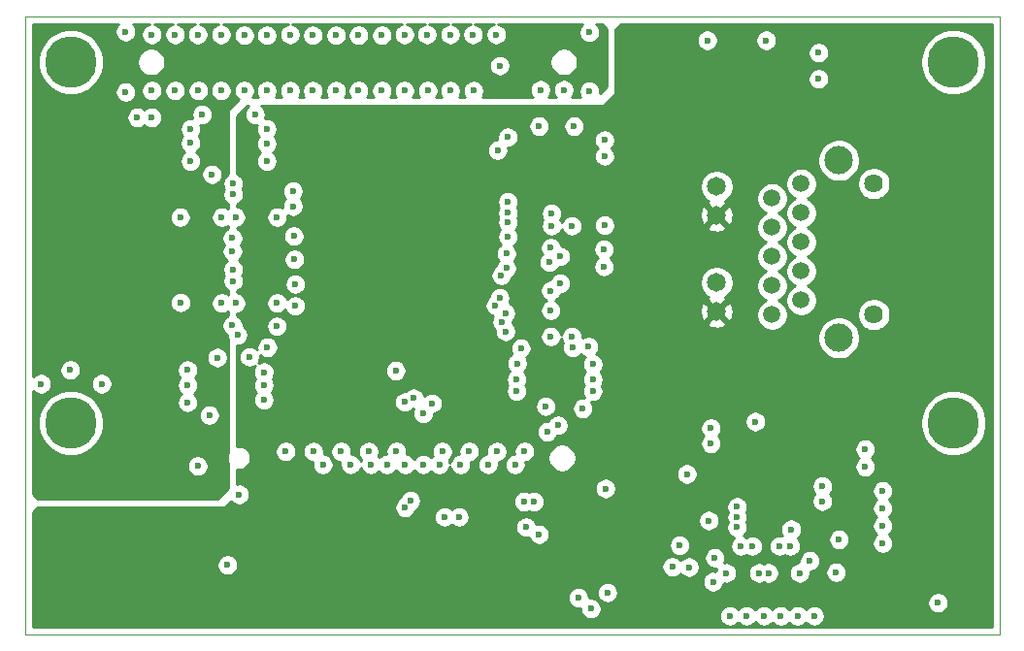
<source format=gbr>
G04 #@! TF.GenerationSoftware,KiCad,Pcbnew,5.1.5-52549c5~84~ubuntu18.04.1*
G04 #@! TF.CreationDate,2020-02-13T10:06:29-08:00*
G04 #@! TF.ProjectId,EthernetBoard,45746865-726e-4657-9442-6f6172642e6b,A*
G04 #@! TF.SameCoordinates,PX5f5e100PY5f5e100*
G04 #@! TF.FileFunction,Copper,L3,Inr*
G04 #@! TF.FilePolarity,Positive*
%FSLAX46Y46*%
G04 Gerber Fmt 4.6, Leading zero omitted, Abs format (unit mm)*
G04 Created by KiCad (PCBNEW 5.1.5-52549c5~84~ubuntu18.04.1) date 2020-02-13 10:06:29*
%MOMM*%
%LPD*%
G04 APERTURE LIST*
%ADD10C,0.100000*%
%ADD11C,2.475000*%
%ADD12C,1.625000*%
%ADD13C,1.650000*%
%ADD14C,1.509000*%
%ADD15C,4.500000*%
%ADD16C,0.600000*%
%ADD17C,0.254000*%
G04 APERTURE END LIST*
D10*
X0Y-54000000D02*
X84999492Y-54000000D01*
X84999492Y0D02*
X84999492Y-54000000D01*
X0Y-54000000D02*
X0Y0D01*
X0Y0D02*
X84999492Y0D01*
D11*
X70993500Y-12587500D03*
X70993500Y-28077500D03*
D12*
X74053500Y-14617500D03*
X74053500Y-26047500D03*
D13*
X60333500Y-25797500D03*
X60333500Y-23257500D03*
X60333500Y-17407500D03*
X60333500Y-14867500D03*
D14*
X65163500Y-26047500D03*
X67703500Y-24777500D03*
X65163500Y-23507500D03*
X67703500Y-22237500D03*
X65163500Y-20967500D03*
X67703500Y-19697500D03*
X65163500Y-18427500D03*
X67703500Y-17157500D03*
X65163500Y-15887500D03*
X67703500Y-14617500D03*
D15*
X81000000Y-35500000D03*
X4000000Y-35500000D03*
X81000000Y-4000000D03*
X4000000Y-4000000D03*
D16*
X20840500Y-33477000D03*
X42938500Y-30302000D03*
X17157500Y-17538500D03*
X18364000Y-17538500D03*
X17157500Y-25031500D03*
X18364000Y-25031500D03*
X32334000Y-30937000D03*
X8775500Y-1346000D03*
X8775500Y-6616500D03*
X49225000Y-1409500D03*
X49225000Y-6553000D03*
X3949500Y-30873500D03*
X1409500Y-32080000D03*
X6680000Y-32080000D03*
X17665500Y-47891500D03*
X18681500Y-41732000D03*
X22745500Y-37985500D03*
X25158500Y-37985500D03*
X25984000Y-39128500D03*
X27571500Y-37985500D03*
X28397000Y-39128500D03*
X29984500Y-37985500D03*
X32397500Y-37985500D03*
X33159500Y-39128500D03*
X36398000Y-37985500D03*
X37985500Y-39128500D03*
X38747500Y-37985500D03*
X40398500Y-39128500D03*
X41160500Y-37985500D03*
X42748000Y-39128500D03*
X43573500Y-37985500D03*
X59512000Y-2108000D03*
X64655500Y-2108000D03*
X69227500Y-3187500D03*
X69227500Y-5473500D03*
X45923000Y-18300500D03*
X45859500Y-20205500D03*
X46685000Y-20967500D03*
X45859500Y-25666500D03*
X45859500Y-27952500D03*
X47701000Y-27952500D03*
X47701000Y-18300500D03*
X57734000Y-39954000D03*
X57099000Y-46177000D03*
X49352000Y-51701500D03*
X50812500Y-50304500D03*
X66835100Y-44780000D03*
X64465000Y-52336500D03*
X65925500Y-52336500D03*
X67386000Y-52336500D03*
X68846500Y-52336500D03*
X70751500Y-48526500D03*
X73291500Y-37795000D03*
X73291500Y-39319000D03*
X74815500Y-41414500D03*
X74815500Y-42938500D03*
X74815500Y-44462500D03*
X74815500Y-45986500D03*
X79641500Y-51193500D03*
X15062000Y-39255500D03*
X50558500Y-18237000D03*
X48272500Y-50749000D03*
X47896791Y-9606290D03*
X44843500Y-9600999D03*
X62115500Y-44589500D03*
X62115500Y-43700500D03*
X62115500Y-42826200D03*
X59829500Y-35953500D03*
X60167600Y-47256500D03*
X42113000Y-19253000D03*
X21094500Y-12649000D03*
X45923000Y-17221000D03*
X43256000Y-28968500D03*
X49161500Y-28841500D03*
X30175000Y-39128500D03*
X36144000Y-39128500D03*
X63703000Y-35382000D03*
X61480500Y-52336500D03*
X62941000Y-52336500D03*
X47002500Y-6426000D03*
X23126500Y-6489500D03*
X25095000Y-6489500D03*
X27127000Y-6489500D03*
X29095500Y-6489500D03*
X11061500Y-1600000D03*
X13093500Y-1600000D03*
X45224500Y-4076500D03*
X43891000Y-4076500D03*
X16903500Y-38938000D03*
X14109500Y-37985500D03*
X31127500Y-1663500D03*
X31127500Y-6489500D03*
X15062000Y-1600000D03*
X17094000Y-1600000D03*
X19126000Y-1663500D03*
X21094500Y-1663500D03*
X23126500Y-1600000D03*
X25095000Y-1663500D03*
X27127000Y-1663500D03*
X29095500Y-1663500D03*
X33096000Y-1600000D03*
X35064500Y-1600000D03*
X37096500Y-1600000D03*
X39065000Y-1600000D03*
X41097000Y-1600000D03*
X19126000Y-6489500D03*
X21094500Y-6489500D03*
X33096000Y-6489500D03*
X35128000Y-6489500D03*
X37096500Y-6489500D03*
X39128500Y-6489500D03*
X41414500Y-4313000D03*
X11061500Y-6489500D03*
X13093500Y-6489500D03*
X15125500Y-6489500D03*
X17094000Y-6489500D03*
X31572000Y-39128500D03*
X33159500Y-42875000D03*
X18161000Y-14605000D03*
X23380500Y-15252500D03*
X18161000Y-15557500D03*
X23380500Y-16586000D03*
X23444000Y-19189500D03*
X23507500Y-21221500D03*
X23571000Y-23380500D03*
X23558500Y-25273000D03*
X21971000Y-27051000D03*
X21145500Y-28892500D03*
X45859500Y-23952000D03*
X21094500Y-9855000D03*
X46494500Y-35699500D03*
X44399000Y-42359100D03*
X44843500Y-45206999D03*
X34734500Y-34671000D03*
X41041400Y-25240378D03*
X42875000Y-32715000D03*
X46685000Y-23317000D03*
X35496500Y-33782000D03*
X34747000Y-39128500D03*
X37858500Y-43700500D03*
X33621430Y-42281090D03*
X41414500Y-24587000D03*
X41986000Y-21983500D03*
X33123447Y-33672500D03*
X20840500Y-32207000D03*
X36588500Y-43700500D03*
X41541500Y-22618500D03*
X33909000Y-33337500D03*
X20840500Y-31064000D03*
X42875000Y-31699000D03*
X21094500Y-11125000D03*
X45542000Y-36271000D03*
X43510000Y-42359100D03*
X43700500Y-44589500D03*
X72148500Y-40398500D03*
X4965500Y-49860000D03*
X14617500Y-49796500D03*
X15697000Y-51066500D03*
X46748500Y-50749000D03*
X33858000Y-30937000D03*
X62623500Y-48590000D03*
X66151576Y-48598708D03*
X50558500Y-10807500D03*
X50495000Y-20332500D03*
X71005500Y-45669000D03*
X59639000Y-44018000D03*
X50639410Y-41224000D03*
X59829500Y-37287000D03*
X19570500Y-29730500D03*
X49542500Y-30365500D03*
X48653500Y-34239000D03*
X60020000Y-49352000D03*
X68465500Y-47510500D03*
X13538000Y-17538500D03*
X13575040Y-24994460D03*
X14427000Y-12649000D03*
X16776500Y-29794000D03*
X14181134Y-33706056D03*
X9791500Y-8839000D03*
X11061500Y-8839000D03*
X15443000Y-8585000D03*
X18097500Y-19367500D03*
X18097500Y-20510500D03*
X18161000Y-22098000D03*
X18161000Y-23114000D03*
X18097500Y-26987500D03*
X18542000Y-27813000D03*
X67576500Y-48590000D03*
X66751000Y-46240500D03*
X65798500Y-46240500D03*
X64846000Y-48590000D03*
X64020500Y-48590000D03*
X63449000Y-46240500D03*
X62433000Y-46240500D03*
X61163000Y-48590000D03*
X49523420Y-32734080D03*
X49542500Y-31699000D03*
X69545000Y-41015000D03*
X69545000Y-42326200D03*
X45415000Y-34048500D03*
X21983500Y-17538500D03*
X21983500Y-25031500D03*
X42113000Y-10553500D03*
X20078500Y-8585000D03*
X41986000Y-20713500D03*
X16078000Y-34810500D03*
X47764500Y-28905000D03*
X16311725Y-13794994D03*
X44970500Y-6426000D03*
X57924500Y-48082000D03*
X56457147Y-48056970D03*
X14427000Y-11061500D03*
X14427000Y-9855000D03*
X45732500Y-21475500D03*
X50495000Y-21856500D03*
X41922500Y-25920500D03*
X41605332Y-26713421D03*
X41922500Y-27508000D03*
X41224000Y-11696500D03*
X50558500Y-12204500D03*
X42113000Y-16205000D03*
X42113000Y-17157500D03*
X42113000Y-17983000D03*
X14173000Y-32207000D03*
X14173000Y-30873500D03*
D17*
G36*
X8049238Y-749972D02*
G01*
X7946914Y-903111D01*
X7876432Y-1073271D01*
X7840500Y-1253911D01*
X7840500Y-1438089D01*
X7876432Y-1618729D01*
X7946914Y-1788889D01*
X8049238Y-1942028D01*
X8179472Y-2072262D01*
X8332611Y-2174586D01*
X8502771Y-2245068D01*
X8683411Y-2281000D01*
X8867589Y-2281000D01*
X9048229Y-2245068D01*
X9218389Y-2174586D01*
X9371528Y-2072262D01*
X9501762Y-1942028D01*
X9604086Y-1788889D01*
X9674568Y-1618729D01*
X9710500Y-1438089D01*
X9710500Y-1253911D01*
X9674568Y-1073271D01*
X9604086Y-903111D01*
X9501762Y-749972D01*
X9436790Y-685000D01*
X10868866Y-685000D01*
X10788771Y-700932D01*
X10618611Y-771414D01*
X10465472Y-873738D01*
X10335238Y-1003972D01*
X10232914Y-1157111D01*
X10162432Y-1327271D01*
X10126500Y-1507911D01*
X10126500Y-1692089D01*
X10162432Y-1872729D01*
X10232914Y-2042889D01*
X10335238Y-2196028D01*
X10465472Y-2326262D01*
X10618611Y-2428586D01*
X10788771Y-2499068D01*
X10969411Y-2535000D01*
X11153589Y-2535000D01*
X11334229Y-2499068D01*
X11504389Y-2428586D01*
X11657528Y-2326262D01*
X11787762Y-2196028D01*
X11890086Y-2042889D01*
X11960568Y-1872729D01*
X11996500Y-1692089D01*
X11996500Y-1507911D01*
X11960568Y-1327271D01*
X11890086Y-1157111D01*
X11787762Y-1003972D01*
X11657528Y-873738D01*
X11504389Y-771414D01*
X11334229Y-700932D01*
X11254134Y-685000D01*
X12900866Y-685000D01*
X12820771Y-700932D01*
X12650611Y-771414D01*
X12497472Y-873738D01*
X12367238Y-1003972D01*
X12264914Y-1157111D01*
X12194432Y-1327271D01*
X12158500Y-1507911D01*
X12158500Y-1692089D01*
X12194432Y-1872729D01*
X12264914Y-2042889D01*
X12367238Y-2196028D01*
X12497472Y-2326262D01*
X12650611Y-2428586D01*
X12820771Y-2499068D01*
X13001411Y-2535000D01*
X13185589Y-2535000D01*
X13366229Y-2499068D01*
X13536389Y-2428586D01*
X13689528Y-2326262D01*
X13819762Y-2196028D01*
X13922086Y-2042889D01*
X13992568Y-1872729D01*
X14028500Y-1692089D01*
X14028500Y-1507911D01*
X13992568Y-1327271D01*
X13922086Y-1157111D01*
X13819762Y-1003972D01*
X13689528Y-873738D01*
X13536389Y-771414D01*
X13366229Y-700932D01*
X13286134Y-685000D01*
X14869366Y-685000D01*
X14789271Y-700932D01*
X14619111Y-771414D01*
X14465972Y-873738D01*
X14335738Y-1003972D01*
X14233414Y-1157111D01*
X14162932Y-1327271D01*
X14127000Y-1507911D01*
X14127000Y-1692089D01*
X14162932Y-1872729D01*
X14233414Y-2042889D01*
X14335738Y-2196028D01*
X14465972Y-2326262D01*
X14619111Y-2428586D01*
X14789271Y-2499068D01*
X14969911Y-2535000D01*
X15154089Y-2535000D01*
X15334729Y-2499068D01*
X15504889Y-2428586D01*
X15658028Y-2326262D01*
X15788262Y-2196028D01*
X15890586Y-2042889D01*
X15961068Y-1872729D01*
X15997000Y-1692089D01*
X15997000Y-1507911D01*
X15961068Y-1327271D01*
X15890586Y-1157111D01*
X15788262Y-1003972D01*
X15658028Y-873738D01*
X15504889Y-771414D01*
X15334729Y-700932D01*
X15254634Y-685000D01*
X16901366Y-685000D01*
X16821271Y-700932D01*
X16651111Y-771414D01*
X16497972Y-873738D01*
X16367738Y-1003972D01*
X16265414Y-1157111D01*
X16194932Y-1327271D01*
X16159000Y-1507911D01*
X16159000Y-1692089D01*
X16194932Y-1872729D01*
X16265414Y-2042889D01*
X16367738Y-2196028D01*
X16497972Y-2326262D01*
X16651111Y-2428586D01*
X16821271Y-2499068D01*
X17001911Y-2535000D01*
X17186089Y-2535000D01*
X17366729Y-2499068D01*
X17536889Y-2428586D01*
X17690028Y-2326262D01*
X17820262Y-2196028D01*
X17922586Y-2042889D01*
X17993068Y-1872729D01*
X18029000Y-1692089D01*
X18029000Y-1571411D01*
X18191000Y-1571411D01*
X18191000Y-1755589D01*
X18226932Y-1936229D01*
X18297414Y-2106389D01*
X18399738Y-2259528D01*
X18529972Y-2389762D01*
X18683111Y-2492086D01*
X18853271Y-2562568D01*
X19033911Y-2598500D01*
X19218089Y-2598500D01*
X19398729Y-2562568D01*
X19568889Y-2492086D01*
X19722028Y-2389762D01*
X19852262Y-2259528D01*
X19954586Y-2106389D01*
X20025068Y-1936229D01*
X20061000Y-1755589D01*
X20061000Y-1571411D01*
X20159500Y-1571411D01*
X20159500Y-1755589D01*
X20195432Y-1936229D01*
X20265914Y-2106389D01*
X20368238Y-2259528D01*
X20498472Y-2389762D01*
X20651611Y-2492086D01*
X20821771Y-2562568D01*
X21002411Y-2598500D01*
X21186589Y-2598500D01*
X21367229Y-2562568D01*
X21537389Y-2492086D01*
X21690528Y-2389762D01*
X21820762Y-2259528D01*
X21923086Y-2106389D01*
X21993568Y-1936229D01*
X22029500Y-1755589D01*
X22029500Y-1571411D01*
X21993568Y-1390771D01*
X21923086Y-1220611D01*
X21820762Y-1067472D01*
X21690528Y-937238D01*
X21537389Y-834914D01*
X21367229Y-764432D01*
X21186589Y-728500D01*
X21002411Y-728500D01*
X20821771Y-764432D01*
X20651611Y-834914D01*
X20498472Y-937238D01*
X20368238Y-1067472D01*
X20265914Y-1220611D01*
X20195432Y-1390771D01*
X20159500Y-1571411D01*
X20061000Y-1571411D01*
X20025068Y-1390771D01*
X19954586Y-1220611D01*
X19852262Y-1067472D01*
X19722028Y-937238D01*
X19568889Y-834914D01*
X19398729Y-764432D01*
X19218089Y-728500D01*
X19033911Y-728500D01*
X18853271Y-764432D01*
X18683111Y-834914D01*
X18529972Y-937238D01*
X18399738Y-1067472D01*
X18297414Y-1220611D01*
X18226932Y-1390771D01*
X18191000Y-1571411D01*
X18029000Y-1571411D01*
X18029000Y-1507911D01*
X17993068Y-1327271D01*
X17922586Y-1157111D01*
X17820262Y-1003972D01*
X17690028Y-873738D01*
X17536889Y-771414D01*
X17366729Y-700932D01*
X17286634Y-685000D01*
X22933866Y-685000D01*
X22853771Y-700932D01*
X22683611Y-771414D01*
X22530472Y-873738D01*
X22400238Y-1003972D01*
X22297914Y-1157111D01*
X22227432Y-1327271D01*
X22191500Y-1507911D01*
X22191500Y-1692089D01*
X22227432Y-1872729D01*
X22297914Y-2042889D01*
X22400238Y-2196028D01*
X22530472Y-2326262D01*
X22683611Y-2428586D01*
X22853771Y-2499068D01*
X23034411Y-2535000D01*
X23218589Y-2535000D01*
X23399229Y-2499068D01*
X23569389Y-2428586D01*
X23722528Y-2326262D01*
X23852762Y-2196028D01*
X23955086Y-2042889D01*
X24025568Y-1872729D01*
X24061500Y-1692089D01*
X24061500Y-1571411D01*
X24160000Y-1571411D01*
X24160000Y-1755589D01*
X24195932Y-1936229D01*
X24266414Y-2106389D01*
X24368738Y-2259528D01*
X24498972Y-2389762D01*
X24652111Y-2492086D01*
X24822271Y-2562568D01*
X25002911Y-2598500D01*
X25187089Y-2598500D01*
X25367729Y-2562568D01*
X25537889Y-2492086D01*
X25691028Y-2389762D01*
X25821262Y-2259528D01*
X25923586Y-2106389D01*
X25994068Y-1936229D01*
X26030000Y-1755589D01*
X26030000Y-1571411D01*
X26192000Y-1571411D01*
X26192000Y-1755589D01*
X26227932Y-1936229D01*
X26298414Y-2106389D01*
X26400738Y-2259528D01*
X26530972Y-2389762D01*
X26684111Y-2492086D01*
X26854271Y-2562568D01*
X27034911Y-2598500D01*
X27219089Y-2598500D01*
X27399729Y-2562568D01*
X27569889Y-2492086D01*
X27723028Y-2389762D01*
X27853262Y-2259528D01*
X27955586Y-2106389D01*
X28026068Y-1936229D01*
X28062000Y-1755589D01*
X28062000Y-1571411D01*
X28160500Y-1571411D01*
X28160500Y-1755589D01*
X28196432Y-1936229D01*
X28266914Y-2106389D01*
X28369238Y-2259528D01*
X28499472Y-2389762D01*
X28652611Y-2492086D01*
X28822771Y-2562568D01*
X29003411Y-2598500D01*
X29187589Y-2598500D01*
X29368229Y-2562568D01*
X29538389Y-2492086D01*
X29691528Y-2389762D01*
X29821762Y-2259528D01*
X29924086Y-2106389D01*
X29994568Y-1936229D01*
X30030500Y-1755589D01*
X30030500Y-1571411D01*
X30192500Y-1571411D01*
X30192500Y-1755589D01*
X30228432Y-1936229D01*
X30298914Y-2106389D01*
X30401238Y-2259528D01*
X30531472Y-2389762D01*
X30684611Y-2492086D01*
X30854771Y-2562568D01*
X31035411Y-2598500D01*
X31219589Y-2598500D01*
X31400229Y-2562568D01*
X31570389Y-2492086D01*
X31723528Y-2389762D01*
X31853762Y-2259528D01*
X31956086Y-2106389D01*
X32026568Y-1936229D01*
X32062500Y-1755589D01*
X32062500Y-1571411D01*
X32026568Y-1390771D01*
X31956086Y-1220611D01*
X31853762Y-1067472D01*
X31723528Y-937238D01*
X31570389Y-834914D01*
X31400229Y-764432D01*
X31219589Y-728500D01*
X31035411Y-728500D01*
X30854771Y-764432D01*
X30684611Y-834914D01*
X30531472Y-937238D01*
X30401238Y-1067472D01*
X30298914Y-1220611D01*
X30228432Y-1390771D01*
X30192500Y-1571411D01*
X30030500Y-1571411D01*
X29994568Y-1390771D01*
X29924086Y-1220611D01*
X29821762Y-1067472D01*
X29691528Y-937238D01*
X29538389Y-834914D01*
X29368229Y-764432D01*
X29187589Y-728500D01*
X29003411Y-728500D01*
X28822771Y-764432D01*
X28652611Y-834914D01*
X28499472Y-937238D01*
X28369238Y-1067472D01*
X28266914Y-1220611D01*
X28196432Y-1390771D01*
X28160500Y-1571411D01*
X28062000Y-1571411D01*
X28026068Y-1390771D01*
X27955586Y-1220611D01*
X27853262Y-1067472D01*
X27723028Y-937238D01*
X27569889Y-834914D01*
X27399729Y-764432D01*
X27219089Y-728500D01*
X27034911Y-728500D01*
X26854271Y-764432D01*
X26684111Y-834914D01*
X26530972Y-937238D01*
X26400738Y-1067472D01*
X26298414Y-1220611D01*
X26227932Y-1390771D01*
X26192000Y-1571411D01*
X26030000Y-1571411D01*
X25994068Y-1390771D01*
X25923586Y-1220611D01*
X25821262Y-1067472D01*
X25691028Y-937238D01*
X25537889Y-834914D01*
X25367729Y-764432D01*
X25187089Y-728500D01*
X25002911Y-728500D01*
X24822271Y-764432D01*
X24652111Y-834914D01*
X24498972Y-937238D01*
X24368738Y-1067472D01*
X24266414Y-1220611D01*
X24195932Y-1390771D01*
X24160000Y-1571411D01*
X24061500Y-1571411D01*
X24061500Y-1507911D01*
X24025568Y-1327271D01*
X23955086Y-1157111D01*
X23852762Y-1003972D01*
X23722528Y-873738D01*
X23569389Y-771414D01*
X23399229Y-700932D01*
X23319134Y-685000D01*
X32903366Y-685000D01*
X32823271Y-700932D01*
X32653111Y-771414D01*
X32499972Y-873738D01*
X32369738Y-1003972D01*
X32267414Y-1157111D01*
X32196932Y-1327271D01*
X32161000Y-1507911D01*
X32161000Y-1692089D01*
X32196932Y-1872729D01*
X32267414Y-2042889D01*
X32369738Y-2196028D01*
X32499972Y-2326262D01*
X32653111Y-2428586D01*
X32823271Y-2499068D01*
X33003911Y-2535000D01*
X33188089Y-2535000D01*
X33368729Y-2499068D01*
X33538889Y-2428586D01*
X33692028Y-2326262D01*
X33822262Y-2196028D01*
X33924586Y-2042889D01*
X33995068Y-1872729D01*
X34031000Y-1692089D01*
X34031000Y-1507911D01*
X33995068Y-1327271D01*
X33924586Y-1157111D01*
X33822262Y-1003972D01*
X33692028Y-873738D01*
X33538889Y-771414D01*
X33368729Y-700932D01*
X33288634Y-685000D01*
X34871866Y-685000D01*
X34791771Y-700932D01*
X34621611Y-771414D01*
X34468472Y-873738D01*
X34338238Y-1003972D01*
X34235914Y-1157111D01*
X34165432Y-1327271D01*
X34129500Y-1507911D01*
X34129500Y-1692089D01*
X34165432Y-1872729D01*
X34235914Y-2042889D01*
X34338238Y-2196028D01*
X34468472Y-2326262D01*
X34621611Y-2428586D01*
X34791771Y-2499068D01*
X34972411Y-2535000D01*
X35156589Y-2535000D01*
X35337229Y-2499068D01*
X35507389Y-2428586D01*
X35660528Y-2326262D01*
X35790762Y-2196028D01*
X35893086Y-2042889D01*
X35963568Y-1872729D01*
X35999500Y-1692089D01*
X35999500Y-1507911D01*
X35963568Y-1327271D01*
X35893086Y-1157111D01*
X35790762Y-1003972D01*
X35660528Y-873738D01*
X35507389Y-771414D01*
X35337229Y-700932D01*
X35257134Y-685000D01*
X36903866Y-685000D01*
X36823771Y-700932D01*
X36653611Y-771414D01*
X36500472Y-873738D01*
X36370238Y-1003972D01*
X36267914Y-1157111D01*
X36197432Y-1327271D01*
X36161500Y-1507911D01*
X36161500Y-1692089D01*
X36197432Y-1872729D01*
X36267914Y-2042889D01*
X36370238Y-2196028D01*
X36500472Y-2326262D01*
X36653611Y-2428586D01*
X36823771Y-2499068D01*
X37004411Y-2535000D01*
X37188589Y-2535000D01*
X37369229Y-2499068D01*
X37539389Y-2428586D01*
X37692528Y-2326262D01*
X37822762Y-2196028D01*
X37925086Y-2042889D01*
X37995568Y-1872729D01*
X38031500Y-1692089D01*
X38031500Y-1507911D01*
X37995568Y-1327271D01*
X37925086Y-1157111D01*
X37822762Y-1003972D01*
X37692528Y-873738D01*
X37539389Y-771414D01*
X37369229Y-700932D01*
X37289134Y-685000D01*
X38872366Y-685000D01*
X38792271Y-700932D01*
X38622111Y-771414D01*
X38468972Y-873738D01*
X38338738Y-1003972D01*
X38236414Y-1157111D01*
X38165932Y-1327271D01*
X38130000Y-1507911D01*
X38130000Y-1692089D01*
X38165932Y-1872729D01*
X38236414Y-2042889D01*
X38338738Y-2196028D01*
X38468972Y-2326262D01*
X38622111Y-2428586D01*
X38792271Y-2499068D01*
X38972911Y-2535000D01*
X39157089Y-2535000D01*
X39337729Y-2499068D01*
X39507889Y-2428586D01*
X39661028Y-2326262D01*
X39791262Y-2196028D01*
X39893586Y-2042889D01*
X39964068Y-1872729D01*
X40000000Y-1692089D01*
X40000000Y-1507911D01*
X39964068Y-1327271D01*
X39893586Y-1157111D01*
X39791262Y-1003972D01*
X39661028Y-873738D01*
X39507889Y-771414D01*
X39337729Y-700932D01*
X39257634Y-685000D01*
X40904366Y-685000D01*
X40824271Y-700932D01*
X40654111Y-771414D01*
X40500972Y-873738D01*
X40370738Y-1003972D01*
X40268414Y-1157111D01*
X40197932Y-1327271D01*
X40162000Y-1507911D01*
X40162000Y-1692089D01*
X40197932Y-1872729D01*
X40268414Y-2042889D01*
X40370738Y-2196028D01*
X40500972Y-2326262D01*
X40654111Y-2428586D01*
X40824271Y-2499068D01*
X41004911Y-2535000D01*
X41189089Y-2535000D01*
X41369729Y-2499068D01*
X41539889Y-2428586D01*
X41693028Y-2326262D01*
X41823262Y-2196028D01*
X41925586Y-2042889D01*
X41996068Y-1872729D01*
X42032000Y-1692089D01*
X42032000Y-1507911D01*
X41996068Y-1327271D01*
X41925586Y-1157111D01*
X41823262Y-1003972D01*
X41693028Y-873738D01*
X41539889Y-771414D01*
X41369729Y-700932D01*
X41289634Y-685000D01*
X48627210Y-685000D01*
X48498738Y-813472D01*
X48396414Y-966611D01*
X48325932Y-1136771D01*
X48290000Y-1317411D01*
X48290000Y-1501589D01*
X48325932Y-1682229D01*
X48396414Y-1852389D01*
X48498738Y-2005528D01*
X48628972Y-2135762D01*
X48782111Y-2238086D01*
X48952271Y-2308568D01*
X49132911Y-2344500D01*
X49317089Y-2344500D01*
X49497729Y-2308568D01*
X49667889Y-2238086D01*
X49821028Y-2135762D01*
X49951262Y-2005528D01*
X50053586Y-1852389D01*
X50124068Y-1682229D01*
X50160000Y-1501589D01*
X50160000Y-1317411D01*
X50124068Y-1136771D01*
X50053586Y-966611D01*
X49951262Y-813472D01*
X49822790Y-685000D01*
X50289394Y-685000D01*
X50749000Y-1144606D01*
X50749000Y-6119394D01*
X50144281Y-6724113D01*
X50160000Y-6645089D01*
X50160000Y-6460911D01*
X50124068Y-6280271D01*
X50053586Y-6110111D01*
X49951262Y-5956972D01*
X49821028Y-5826738D01*
X49667889Y-5724414D01*
X49497729Y-5653932D01*
X49317089Y-5618000D01*
X49132911Y-5618000D01*
X48952271Y-5653932D01*
X48782111Y-5724414D01*
X48628972Y-5826738D01*
X48498738Y-5956972D01*
X48396414Y-6110111D01*
X48325932Y-6280271D01*
X48290000Y-6460911D01*
X48290000Y-6645089D01*
X48325932Y-6825729D01*
X48396414Y-6995889D01*
X48439920Y-7061000D01*
X47689790Y-7061000D01*
X47728762Y-7022028D01*
X47831086Y-6868889D01*
X47901568Y-6698729D01*
X47937500Y-6518089D01*
X47937500Y-6333911D01*
X47901568Y-6153271D01*
X47831086Y-5983111D01*
X47728762Y-5829972D01*
X47598528Y-5699738D01*
X47445389Y-5597414D01*
X47275229Y-5526932D01*
X47094589Y-5491000D01*
X46910411Y-5491000D01*
X46729771Y-5526932D01*
X46559611Y-5597414D01*
X46406472Y-5699738D01*
X46276238Y-5829972D01*
X46173914Y-5983111D01*
X46103432Y-6153271D01*
X46067500Y-6333911D01*
X46067500Y-6518089D01*
X46103432Y-6698729D01*
X46173914Y-6868889D01*
X46276238Y-7022028D01*
X46315210Y-7061000D01*
X45657790Y-7061000D01*
X45696762Y-7022028D01*
X45799086Y-6868889D01*
X45869568Y-6698729D01*
X45905500Y-6518089D01*
X45905500Y-6333911D01*
X45869568Y-6153271D01*
X45799086Y-5983111D01*
X45696762Y-5829972D01*
X45566528Y-5699738D01*
X45413389Y-5597414D01*
X45243229Y-5526932D01*
X45062589Y-5491000D01*
X44878411Y-5491000D01*
X44697771Y-5526932D01*
X44527611Y-5597414D01*
X44374472Y-5699738D01*
X44244238Y-5829972D01*
X44141914Y-5983111D01*
X44071432Y-6153271D01*
X44035500Y-6333911D01*
X44035500Y-6518089D01*
X44071432Y-6698729D01*
X44141914Y-6868889D01*
X44244238Y-7022028D01*
X44283210Y-7061000D01*
X39871151Y-7061000D01*
X39957086Y-6932389D01*
X40027568Y-6762229D01*
X40063500Y-6581589D01*
X40063500Y-6397411D01*
X40027568Y-6216771D01*
X39957086Y-6046611D01*
X39854762Y-5893472D01*
X39724528Y-5763238D01*
X39571389Y-5660914D01*
X39401229Y-5590432D01*
X39220589Y-5554500D01*
X39036411Y-5554500D01*
X38855771Y-5590432D01*
X38685611Y-5660914D01*
X38532472Y-5763238D01*
X38402238Y-5893472D01*
X38299914Y-6046611D01*
X38229432Y-6216771D01*
X38193500Y-6397411D01*
X38193500Y-6581589D01*
X38229432Y-6762229D01*
X38299914Y-6932389D01*
X38385849Y-7061000D01*
X37839151Y-7061000D01*
X37925086Y-6932389D01*
X37995568Y-6762229D01*
X38031500Y-6581589D01*
X38031500Y-6397411D01*
X37995568Y-6216771D01*
X37925086Y-6046611D01*
X37822762Y-5893472D01*
X37692528Y-5763238D01*
X37539389Y-5660914D01*
X37369229Y-5590432D01*
X37188589Y-5554500D01*
X37004411Y-5554500D01*
X36823771Y-5590432D01*
X36653611Y-5660914D01*
X36500472Y-5763238D01*
X36370238Y-5893472D01*
X36267914Y-6046611D01*
X36197432Y-6216771D01*
X36161500Y-6397411D01*
X36161500Y-6581589D01*
X36197432Y-6762229D01*
X36267914Y-6932389D01*
X36353849Y-7061000D01*
X35870651Y-7061000D01*
X35956586Y-6932389D01*
X36027068Y-6762229D01*
X36063000Y-6581589D01*
X36063000Y-6397411D01*
X36027068Y-6216771D01*
X35956586Y-6046611D01*
X35854262Y-5893472D01*
X35724028Y-5763238D01*
X35570889Y-5660914D01*
X35400729Y-5590432D01*
X35220089Y-5554500D01*
X35035911Y-5554500D01*
X34855271Y-5590432D01*
X34685111Y-5660914D01*
X34531972Y-5763238D01*
X34401738Y-5893472D01*
X34299414Y-6046611D01*
X34228932Y-6216771D01*
X34193000Y-6397411D01*
X34193000Y-6581589D01*
X34228932Y-6762229D01*
X34299414Y-6932389D01*
X34385349Y-7061000D01*
X33838651Y-7061000D01*
X33924586Y-6932389D01*
X33995068Y-6762229D01*
X34031000Y-6581589D01*
X34031000Y-6397411D01*
X33995068Y-6216771D01*
X33924586Y-6046611D01*
X33822262Y-5893472D01*
X33692028Y-5763238D01*
X33538889Y-5660914D01*
X33368729Y-5590432D01*
X33188089Y-5554500D01*
X33003911Y-5554500D01*
X32823271Y-5590432D01*
X32653111Y-5660914D01*
X32499972Y-5763238D01*
X32369738Y-5893472D01*
X32267414Y-6046611D01*
X32196932Y-6216771D01*
X32161000Y-6397411D01*
X32161000Y-6581589D01*
X32196932Y-6762229D01*
X32267414Y-6932389D01*
X32353349Y-7061000D01*
X31870151Y-7061000D01*
X31956086Y-6932389D01*
X32026568Y-6762229D01*
X32062500Y-6581589D01*
X32062500Y-6397411D01*
X32026568Y-6216771D01*
X31956086Y-6046611D01*
X31853762Y-5893472D01*
X31723528Y-5763238D01*
X31570389Y-5660914D01*
X31400229Y-5590432D01*
X31219589Y-5554500D01*
X31035411Y-5554500D01*
X30854771Y-5590432D01*
X30684611Y-5660914D01*
X30531472Y-5763238D01*
X30401238Y-5893472D01*
X30298914Y-6046611D01*
X30228432Y-6216771D01*
X30192500Y-6397411D01*
X30192500Y-6581589D01*
X30228432Y-6762229D01*
X30298914Y-6932389D01*
X30384849Y-7061000D01*
X29838151Y-7061000D01*
X29924086Y-6932389D01*
X29994568Y-6762229D01*
X30030500Y-6581589D01*
X30030500Y-6397411D01*
X29994568Y-6216771D01*
X29924086Y-6046611D01*
X29821762Y-5893472D01*
X29691528Y-5763238D01*
X29538389Y-5660914D01*
X29368229Y-5590432D01*
X29187589Y-5554500D01*
X29003411Y-5554500D01*
X28822771Y-5590432D01*
X28652611Y-5660914D01*
X28499472Y-5763238D01*
X28369238Y-5893472D01*
X28266914Y-6046611D01*
X28196432Y-6216771D01*
X28160500Y-6397411D01*
X28160500Y-6581589D01*
X28196432Y-6762229D01*
X28266914Y-6932389D01*
X28352849Y-7061000D01*
X27869651Y-7061000D01*
X27955586Y-6932389D01*
X28026068Y-6762229D01*
X28062000Y-6581589D01*
X28062000Y-6397411D01*
X28026068Y-6216771D01*
X27955586Y-6046611D01*
X27853262Y-5893472D01*
X27723028Y-5763238D01*
X27569889Y-5660914D01*
X27399729Y-5590432D01*
X27219089Y-5554500D01*
X27034911Y-5554500D01*
X26854271Y-5590432D01*
X26684111Y-5660914D01*
X26530972Y-5763238D01*
X26400738Y-5893472D01*
X26298414Y-6046611D01*
X26227932Y-6216771D01*
X26192000Y-6397411D01*
X26192000Y-6581589D01*
X26227932Y-6762229D01*
X26298414Y-6932389D01*
X26384349Y-7061000D01*
X25837651Y-7061000D01*
X25923586Y-6932389D01*
X25994068Y-6762229D01*
X26030000Y-6581589D01*
X26030000Y-6397411D01*
X25994068Y-6216771D01*
X25923586Y-6046611D01*
X25821262Y-5893472D01*
X25691028Y-5763238D01*
X25537889Y-5660914D01*
X25367729Y-5590432D01*
X25187089Y-5554500D01*
X25002911Y-5554500D01*
X24822271Y-5590432D01*
X24652111Y-5660914D01*
X24498972Y-5763238D01*
X24368738Y-5893472D01*
X24266414Y-6046611D01*
X24195932Y-6216771D01*
X24160000Y-6397411D01*
X24160000Y-6581589D01*
X24195932Y-6762229D01*
X24266414Y-6932389D01*
X24352349Y-7061000D01*
X23869151Y-7061000D01*
X23955086Y-6932389D01*
X24025568Y-6762229D01*
X24061500Y-6581589D01*
X24061500Y-6397411D01*
X24025568Y-6216771D01*
X23955086Y-6046611D01*
X23852762Y-5893472D01*
X23722528Y-5763238D01*
X23569389Y-5660914D01*
X23399229Y-5590432D01*
X23218589Y-5554500D01*
X23034411Y-5554500D01*
X22853771Y-5590432D01*
X22683611Y-5660914D01*
X22530472Y-5763238D01*
X22400238Y-5893472D01*
X22297914Y-6046611D01*
X22227432Y-6216771D01*
X22191500Y-6397411D01*
X22191500Y-6581589D01*
X22227432Y-6762229D01*
X22297914Y-6932389D01*
X22383849Y-7061000D01*
X21837151Y-7061000D01*
X21923086Y-6932389D01*
X21993568Y-6762229D01*
X22029500Y-6581589D01*
X22029500Y-6397411D01*
X21993568Y-6216771D01*
X21923086Y-6046611D01*
X21820762Y-5893472D01*
X21690528Y-5763238D01*
X21537389Y-5660914D01*
X21367229Y-5590432D01*
X21186589Y-5554500D01*
X21002411Y-5554500D01*
X20821771Y-5590432D01*
X20651611Y-5660914D01*
X20498472Y-5763238D01*
X20368238Y-5893472D01*
X20265914Y-6046611D01*
X20195432Y-6216771D01*
X20159500Y-6397411D01*
X20159500Y-6581589D01*
X20195432Y-6762229D01*
X20265914Y-6932389D01*
X20351849Y-7061000D01*
X19868651Y-7061000D01*
X19954586Y-6932389D01*
X20025068Y-6762229D01*
X20061000Y-6581589D01*
X20061000Y-6397411D01*
X20025068Y-6216771D01*
X19954586Y-6046611D01*
X19852262Y-5893472D01*
X19722028Y-5763238D01*
X19568889Y-5660914D01*
X19398729Y-5590432D01*
X19218089Y-5554500D01*
X19033911Y-5554500D01*
X18853271Y-5590432D01*
X18683111Y-5660914D01*
X18529972Y-5763238D01*
X18399738Y-5893472D01*
X18297414Y-6046611D01*
X18226932Y-6216771D01*
X18191000Y-6397411D01*
X18191000Y-6581589D01*
X18226932Y-6762229D01*
X18297414Y-6932389D01*
X18399738Y-7085528D01*
X18529972Y-7215762D01*
X18610695Y-7269699D01*
X17766197Y-8114197D01*
X17750403Y-8133443D01*
X17738667Y-8155399D01*
X17731440Y-8179224D01*
X17729000Y-8204000D01*
X17729000Y-13771904D01*
X17718111Y-13776414D01*
X17564972Y-13878738D01*
X17434738Y-14008972D01*
X17332414Y-14162111D01*
X17261932Y-14332271D01*
X17226000Y-14512911D01*
X17226000Y-14697089D01*
X17261932Y-14877729D01*
X17332414Y-15047889D01*
X17354705Y-15081250D01*
X17332414Y-15114611D01*
X17261932Y-15284771D01*
X17226000Y-15465411D01*
X17226000Y-15649589D01*
X17261932Y-15830229D01*
X17332414Y-16000389D01*
X17434738Y-16153528D01*
X17564972Y-16283762D01*
X17718111Y-16386086D01*
X17729000Y-16390596D01*
X17729000Y-16795849D01*
X17600389Y-16709914D01*
X17430229Y-16639432D01*
X17249589Y-16603500D01*
X17065411Y-16603500D01*
X16884771Y-16639432D01*
X16714611Y-16709914D01*
X16561472Y-16812238D01*
X16431238Y-16942472D01*
X16328914Y-17095611D01*
X16258432Y-17265771D01*
X16222500Y-17446411D01*
X16222500Y-17630589D01*
X16258432Y-17811229D01*
X16328914Y-17981389D01*
X16431238Y-18134528D01*
X16561472Y-18264762D01*
X16714611Y-18367086D01*
X16884771Y-18437568D01*
X17065411Y-18473500D01*
X17249589Y-18473500D01*
X17430229Y-18437568D01*
X17600389Y-18367086D01*
X17729000Y-18281151D01*
X17729000Y-18508101D01*
X17654611Y-18538914D01*
X17501472Y-18641238D01*
X17371238Y-18771472D01*
X17268914Y-18924611D01*
X17198432Y-19094771D01*
X17162500Y-19275411D01*
X17162500Y-19459589D01*
X17198432Y-19640229D01*
X17268914Y-19810389D01*
X17354849Y-19939000D01*
X17268914Y-20067611D01*
X17198432Y-20237771D01*
X17162500Y-20418411D01*
X17162500Y-20602589D01*
X17198432Y-20783229D01*
X17268914Y-20953389D01*
X17371238Y-21106528D01*
X17501472Y-21236762D01*
X17634225Y-21325465D01*
X17564972Y-21371738D01*
X17434738Y-21501972D01*
X17332414Y-21655111D01*
X17261932Y-21825271D01*
X17226000Y-22005911D01*
X17226000Y-22190089D01*
X17261932Y-22370729D01*
X17332414Y-22540889D01*
X17375920Y-22606000D01*
X17332414Y-22671111D01*
X17261932Y-22841271D01*
X17226000Y-23021911D01*
X17226000Y-23206089D01*
X17261932Y-23386729D01*
X17332414Y-23556889D01*
X17434738Y-23710028D01*
X17564972Y-23840262D01*
X17718111Y-23942586D01*
X17729000Y-23947096D01*
X17729000Y-24288849D01*
X17600389Y-24202914D01*
X17430229Y-24132432D01*
X17249589Y-24096500D01*
X17065411Y-24096500D01*
X16884771Y-24132432D01*
X16714611Y-24202914D01*
X16561472Y-24305238D01*
X16431238Y-24435472D01*
X16328914Y-24588611D01*
X16258432Y-24758771D01*
X16222500Y-24939411D01*
X16222500Y-25123589D01*
X16258432Y-25304229D01*
X16328914Y-25474389D01*
X16431238Y-25627528D01*
X16561472Y-25757762D01*
X16714611Y-25860086D01*
X16884771Y-25930568D01*
X17065411Y-25966500D01*
X17249589Y-25966500D01*
X17430229Y-25930568D01*
X17600389Y-25860086D01*
X17729000Y-25774151D01*
X17729000Y-26128101D01*
X17654611Y-26158914D01*
X17501472Y-26261238D01*
X17371238Y-26391472D01*
X17268914Y-26544611D01*
X17198432Y-26714771D01*
X17162500Y-26895411D01*
X17162500Y-27079589D01*
X17198432Y-27260229D01*
X17268914Y-27430389D01*
X17371238Y-27583528D01*
X17501472Y-27713762D01*
X17607000Y-27784273D01*
X17607000Y-27905089D01*
X17642932Y-28085729D01*
X17713414Y-28255889D01*
X17729000Y-28279215D01*
X17729000Y-38068906D01*
X17654774Y-38248102D01*
X17615000Y-38448061D01*
X17615000Y-38651939D01*
X17654774Y-38851898D01*
X17729000Y-39031094D01*
X17729000Y-41171394D01*
X16787394Y-42113000D01*
X1144606Y-42113000D01*
X685000Y-41653394D01*
X685000Y-39163411D01*
X14127000Y-39163411D01*
X14127000Y-39347589D01*
X14162932Y-39528229D01*
X14233414Y-39698389D01*
X14335738Y-39851528D01*
X14465972Y-39981762D01*
X14619111Y-40084086D01*
X14789271Y-40154568D01*
X14969911Y-40190500D01*
X15154089Y-40190500D01*
X15334729Y-40154568D01*
X15504889Y-40084086D01*
X15658028Y-39981762D01*
X15788262Y-39851528D01*
X15890586Y-39698389D01*
X15961068Y-39528229D01*
X15997000Y-39347589D01*
X15997000Y-39163411D01*
X15961068Y-38982771D01*
X15890586Y-38812611D01*
X15788262Y-38659472D01*
X15658028Y-38529238D01*
X15504889Y-38426914D01*
X15334729Y-38356432D01*
X15154089Y-38320500D01*
X14969911Y-38320500D01*
X14789271Y-38356432D01*
X14619111Y-38426914D01*
X14465972Y-38529238D01*
X14335738Y-38659472D01*
X14233414Y-38812611D01*
X14162932Y-38982771D01*
X14127000Y-39163411D01*
X685000Y-39163411D01*
X685000Y-35215852D01*
X1115000Y-35215852D01*
X1115000Y-35784148D01*
X1225869Y-36341523D01*
X1443346Y-36866560D01*
X1759074Y-37339080D01*
X2160920Y-37740926D01*
X2633440Y-38056654D01*
X3158477Y-38274131D01*
X3715852Y-38385000D01*
X4284148Y-38385000D01*
X4841523Y-38274131D01*
X5366560Y-38056654D01*
X5839080Y-37740926D01*
X6240926Y-37339080D01*
X6556654Y-36866560D01*
X6774131Y-36341523D01*
X6885000Y-35784148D01*
X6885000Y-35215852D01*
X6786053Y-34718411D01*
X15143000Y-34718411D01*
X15143000Y-34902589D01*
X15178932Y-35083229D01*
X15249414Y-35253389D01*
X15351738Y-35406528D01*
X15481972Y-35536762D01*
X15635111Y-35639086D01*
X15805271Y-35709568D01*
X15985911Y-35745500D01*
X16170089Y-35745500D01*
X16350729Y-35709568D01*
X16520889Y-35639086D01*
X16674028Y-35536762D01*
X16804262Y-35406528D01*
X16906586Y-35253389D01*
X16977068Y-35083229D01*
X17013000Y-34902589D01*
X17013000Y-34718411D01*
X16977068Y-34537771D01*
X16906586Y-34367611D01*
X16804262Y-34214472D01*
X16674028Y-34084238D01*
X16520889Y-33981914D01*
X16350729Y-33911432D01*
X16170089Y-33875500D01*
X15985911Y-33875500D01*
X15805271Y-33911432D01*
X15635111Y-33981914D01*
X15481972Y-34084238D01*
X15351738Y-34214472D01*
X15249414Y-34367611D01*
X15178932Y-34537771D01*
X15143000Y-34718411D01*
X6786053Y-34718411D01*
X6774131Y-34658477D01*
X6556654Y-34133440D01*
X6240926Y-33660920D01*
X5839080Y-33259074D01*
X5366560Y-32943346D01*
X4841523Y-32725869D01*
X4284148Y-32615000D01*
X3715852Y-32615000D01*
X3158477Y-32725869D01*
X2633440Y-32943346D01*
X2160920Y-33259074D01*
X1759074Y-33660920D01*
X1443346Y-34133440D01*
X1225869Y-34658477D01*
X1115000Y-35215852D01*
X685000Y-35215852D01*
X685000Y-32677790D01*
X813472Y-32806262D01*
X966611Y-32908586D01*
X1136771Y-32979068D01*
X1317411Y-33015000D01*
X1501589Y-33015000D01*
X1682229Y-32979068D01*
X1852389Y-32908586D01*
X2005528Y-32806262D01*
X2135762Y-32676028D01*
X2238086Y-32522889D01*
X2308568Y-32352729D01*
X2344500Y-32172089D01*
X2344500Y-31987911D01*
X5745000Y-31987911D01*
X5745000Y-32172089D01*
X5780932Y-32352729D01*
X5851414Y-32522889D01*
X5953738Y-32676028D01*
X6083972Y-32806262D01*
X6237111Y-32908586D01*
X6407271Y-32979068D01*
X6587911Y-33015000D01*
X6772089Y-33015000D01*
X6952729Y-32979068D01*
X7122889Y-32908586D01*
X7276028Y-32806262D01*
X7406262Y-32676028D01*
X7508586Y-32522889D01*
X7579068Y-32352729D01*
X7615000Y-32172089D01*
X7615000Y-31987911D01*
X7579068Y-31807271D01*
X7508586Y-31637111D01*
X7406262Y-31483972D01*
X7276028Y-31353738D01*
X7122889Y-31251414D01*
X6952729Y-31180932D01*
X6772089Y-31145000D01*
X6587911Y-31145000D01*
X6407271Y-31180932D01*
X6237111Y-31251414D01*
X6083972Y-31353738D01*
X5953738Y-31483972D01*
X5851414Y-31637111D01*
X5780932Y-31807271D01*
X5745000Y-31987911D01*
X2344500Y-31987911D01*
X2308568Y-31807271D01*
X2238086Y-31637111D01*
X2135762Y-31483972D01*
X2005528Y-31353738D01*
X1852389Y-31251414D01*
X1682229Y-31180932D01*
X1501589Y-31145000D01*
X1317411Y-31145000D01*
X1136771Y-31180932D01*
X966611Y-31251414D01*
X813472Y-31353738D01*
X685000Y-31482210D01*
X685000Y-30781411D01*
X3014500Y-30781411D01*
X3014500Y-30965589D01*
X3050432Y-31146229D01*
X3120914Y-31316389D01*
X3223238Y-31469528D01*
X3353472Y-31599762D01*
X3506611Y-31702086D01*
X3676771Y-31772568D01*
X3857411Y-31808500D01*
X4041589Y-31808500D01*
X4222229Y-31772568D01*
X4392389Y-31702086D01*
X4545528Y-31599762D01*
X4675762Y-31469528D01*
X4778086Y-31316389D01*
X4848568Y-31146229D01*
X4884500Y-30965589D01*
X4884500Y-30781411D01*
X13238000Y-30781411D01*
X13238000Y-30965589D01*
X13273932Y-31146229D01*
X13344414Y-31316389D01*
X13446738Y-31469528D01*
X13517460Y-31540250D01*
X13446738Y-31610972D01*
X13344414Y-31764111D01*
X13273932Y-31934271D01*
X13238000Y-32114911D01*
X13238000Y-32299089D01*
X13273932Y-32479729D01*
X13344414Y-32649889D01*
X13446738Y-32803028D01*
X13576972Y-32933262D01*
X13615859Y-32959245D01*
X13585106Y-32979794D01*
X13454872Y-33110028D01*
X13352548Y-33263167D01*
X13282066Y-33433327D01*
X13246134Y-33613967D01*
X13246134Y-33798145D01*
X13282066Y-33978785D01*
X13352548Y-34148945D01*
X13454872Y-34302084D01*
X13585106Y-34432318D01*
X13738245Y-34534642D01*
X13908405Y-34605124D01*
X14089045Y-34641056D01*
X14273223Y-34641056D01*
X14453863Y-34605124D01*
X14624023Y-34534642D01*
X14777162Y-34432318D01*
X14907396Y-34302084D01*
X15009720Y-34148945D01*
X15080202Y-33978785D01*
X15116134Y-33798145D01*
X15116134Y-33613967D01*
X15080202Y-33433327D01*
X15009720Y-33263167D01*
X14907396Y-33110028D01*
X14777162Y-32979794D01*
X14738275Y-32953811D01*
X14769028Y-32933262D01*
X14899262Y-32803028D01*
X15001586Y-32649889D01*
X15072068Y-32479729D01*
X15108000Y-32299089D01*
X15108000Y-32114911D01*
X15072068Y-31934271D01*
X15001586Y-31764111D01*
X14899262Y-31610972D01*
X14828540Y-31540250D01*
X14899262Y-31469528D01*
X15001586Y-31316389D01*
X15072068Y-31146229D01*
X15108000Y-30965589D01*
X15108000Y-30781411D01*
X15072068Y-30600771D01*
X15001586Y-30430611D01*
X14899262Y-30277472D01*
X14769028Y-30147238D01*
X14615889Y-30044914D01*
X14445729Y-29974432D01*
X14265089Y-29938500D01*
X14080911Y-29938500D01*
X13900271Y-29974432D01*
X13730111Y-30044914D01*
X13576972Y-30147238D01*
X13446738Y-30277472D01*
X13344414Y-30430611D01*
X13273932Y-30600771D01*
X13238000Y-30781411D01*
X4884500Y-30781411D01*
X4848568Y-30600771D01*
X4778086Y-30430611D01*
X4675762Y-30277472D01*
X4545528Y-30147238D01*
X4392389Y-30044914D01*
X4222229Y-29974432D01*
X4041589Y-29938500D01*
X3857411Y-29938500D01*
X3676771Y-29974432D01*
X3506611Y-30044914D01*
X3353472Y-30147238D01*
X3223238Y-30277472D01*
X3120914Y-30430611D01*
X3050432Y-30600771D01*
X3014500Y-30781411D01*
X685000Y-30781411D01*
X685000Y-29701911D01*
X15841500Y-29701911D01*
X15841500Y-29886089D01*
X15877432Y-30066729D01*
X15947914Y-30236889D01*
X16050238Y-30390028D01*
X16180472Y-30520262D01*
X16333611Y-30622586D01*
X16503771Y-30693068D01*
X16684411Y-30729000D01*
X16868589Y-30729000D01*
X17049229Y-30693068D01*
X17219389Y-30622586D01*
X17372528Y-30520262D01*
X17502762Y-30390028D01*
X17605086Y-30236889D01*
X17675568Y-30066729D01*
X17711500Y-29886089D01*
X17711500Y-29701911D01*
X17675568Y-29521271D01*
X17605086Y-29351111D01*
X17502762Y-29197972D01*
X17372528Y-29067738D01*
X17219389Y-28965414D01*
X17049229Y-28894932D01*
X16868589Y-28859000D01*
X16684411Y-28859000D01*
X16503771Y-28894932D01*
X16333611Y-28965414D01*
X16180472Y-29067738D01*
X16050238Y-29197972D01*
X15947914Y-29351111D01*
X15877432Y-29521271D01*
X15841500Y-29701911D01*
X685000Y-29701911D01*
X685000Y-24902371D01*
X12640040Y-24902371D01*
X12640040Y-25086549D01*
X12675972Y-25267189D01*
X12746454Y-25437349D01*
X12848778Y-25590488D01*
X12979012Y-25720722D01*
X13132151Y-25823046D01*
X13302311Y-25893528D01*
X13482951Y-25929460D01*
X13667129Y-25929460D01*
X13847769Y-25893528D01*
X14017929Y-25823046D01*
X14171068Y-25720722D01*
X14301302Y-25590488D01*
X14403626Y-25437349D01*
X14474108Y-25267189D01*
X14510040Y-25086549D01*
X14510040Y-24902371D01*
X14474108Y-24721731D01*
X14403626Y-24551571D01*
X14301302Y-24398432D01*
X14171068Y-24268198D01*
X14017929Y-24165874D01*
X13847769Y-24095392D01*
X13667129Y-24059460D01*
X13482951Y-24059460D01*
X13302311Y-24095392D01*
X13132151Y-24165874D01*
X12979012Y-24268198D01*
X12848778Y-24398432D01*
X12746454Y-24551571D01*
X12675972Y-24721731D01*
X12640040Y-24902371D01*
X685000Y-24902371D01*
X685000Y-17446411D01*
X12603000Y-17446411D01*
X12603000Y-17630589D01*
X12638932Y-17811229D01*
X12709414Y-17981389D01*
X12811738Y-18134528D01*
X12941972Y-18264762D01*
X13095111Y-18367086D01*
X13265271Y-18437568D01*
X13445911Y-18473500D01*
X13630089Y-18473500D01*
X13810729Y-18437568D01*
X13980889Y-18367086D01*
X14134028Y-18264762D01*
X14264262Y-18134528D01*
X14366586Y-17981389D01*
X14437068Y-17811229D01*
X14473000Y-17630589D01*
X14473000Y-17446411D01*
X14437068Y-17265771D01*
X14366586Y-17095611D01*
X14264262Y-16942472D01*
X14134028Y-16812238D01*
X13980889Y-16709914D01*
X13810729Y-16639432D01*
X13630089Y-16603500D01*
X13445911Y-16603500D01*
X13265271Y-16639432D01*
X13095111Y-16709914D01*
X12941972Y-16812238D01*
X12811738Y-16942472D01*
X12709414Y-17095611D01*
X12638932Y-17265771D01*
X12603000Y-17446411D01*
X685000Y-17446411D01*
X685000Y-13702905D01*
X15376725Y-13702905D01*
X15376725Y-13887083D01*
X15412657Y-14067723D01*
X15483139Y-14237883D01*
X15585463Y-14391022D01*
X15715697Y-14521256D01*
X15868836Y-14623580D01*
X16038996Y-14694062D01*
X16219636Y-14729994D01*
X16403814Y-14729994D01*
X16584454Y-14694062D01*
X16754614Y-14623580D01*
X16907753Y-14521256D01*
X17037987Y-14391022D01*
X17140311Y-14237883D01*
X17210793Y-14067723D01*
X17246725Y-13887083D01*
X17246725Y-13702905D01*
X17210793Y-13522265D01*
X17140311Y-13352105D01*
X17037987Y-13198966D01*
X16907753Y-13068732D01*
X16754614Y-12966408D01*
X16584454Y-12895926D01*
X16403814Y-12859994D01*
X16219636Y-12859994D01*
X16038996Y-12895926D01*
X15868836Y-12966408D01*
X15715697Y-13068732D01*
X15585463Y-13198966D01*
X15483139Y-13352105D01*
X15412657Y-13522265D01*
X15376725Y-13702905D01*
X685000Y-13702905D01*
X685000Y-8746911D01*
X8856500Y-8746911D01*
X8856500Y-8931089D01*
X8892432Y-9111729D01*
X8962914Y-9281889D01*
X9065238Y-9435028D01*
X9195472Y-9565262D01*
X9348611Y-9667586D01*
X9518771Y-9738068D01*
X9699411Y-9774000D01*
X9883589Y-9774000D01*
X10064229Y-9738068D01*
X10234389Y-9667586D01*
X10387528Y-9565262D01*
X10426500Y-9526290D01*
X10465472Y-9565262D01*
X10618611Y-9667586D01*
X10788771Y-9738068D01*
X10969411Y-9774000D01*
X11153589Y-9774000D01*
X11209336Y-9762911D01*
X13492000Y-9762911D01*
X13492000Y-9947089D01*
X13527932Y-10127729D01*
X13598414Y-10297889D01*
X13700738Y-10451028D01*
X13707960Y-10458250D01*
X13700738Y-10465472D01*
X13598414Y-10618611D01*
X13527932Y-10788771D01*
X13492000Y-10969411D01*
X13492000Y-11153589D01*
X13527932Y-11334229D01*
X13598414Y-11504389D01*
X13700738Y-11657528D01*
X13830972Y-11787762D01*
X13931975Y-11855250D01*
X13830972Y-11922738D01*
X13700738Y-12052972D01*
X13598414Y-12206111D01*
X13527932Y-12376271D01*
X13492000Y-12556911D01*
X13492000Y-12741089D01*
X13527932Y-12921729D01*
X13598414Y-13091889D01*
X13700738Y-13245028D01*
X13830972Y-13375262D01*
X13984111Y-13477586D01*
X14154271Y-13548068D01*
X14334911Y-13584000D01*
X14519089Y-13584000D01*
X14699729Y-13548068D01*
X14869889Y-13477586D01*
X15023028Y-13375262D01*
X15153262Y-13245028D01*
X15255586Y-13091889D01*
X15326068Y-12921729D01*
X15362000Y-12741089D01*
X15362000Y-12556911D01*
X15326068Y-12376271D01*
X15255586Y-12206111D01*
X15153262Y-12052972D01*
X15023028Y-11922738D01*
X14922025Y-11855250D01*
X15023028Y-11787762D01*
X15153262Y-11657528D01*
X15255586Y-11504389D01*
X15326068Y-11334229D01*
X15362000Y-11153589D01*
X15362000Y-10969411D01*
X15326068Y-10788771D01*
X15255586Y-10618611D01*
X15153262Y-10465472D01*
X15146040Y-10458250D01*
X15153262Y-10451028D01*
X15255586Y-10297889D01*
X15326068Y-10127729D01*
X15362000Y-9947089D01*
X15362000Y-9762911D01*
X15326068Y-9582271D01*
X15295728Y-9509023D01*
X15350911Y-9520000D01*
X15535089Y-9520000D01*
X15715729Y-9484068D01*
X15885889Y-9413586D01*
X16039028Y-9311262D01*
X16169262Y-9181028D01*
X16271586Y-9027889D01*
X16342068Y-8857729D01*
X16378000Y-8677089D01*
X16378000Y-8492911D01*
X16342068Y-8312271D01*
X16271586Y-8142111D01*
X16169262Y-7988972D01*
X16039028Y-7858738D01*
X15885889Y-7756414D01*
X15715729Y-7685932D01*
X15535089Y-7650000D01*
X15350911Y-7650000D01*
X15170271Y-7685932D01*
X15000111Y-7756414D01*
X14846972Y-7858738D01*
X14716738Y-7988972D01*
X14614414Y-8142111D01*
X14543932Y-8312271D01*
X14508000Y-8492911D01*
X14508000Y-8677089D01*
X14543932Y-8857729D01*
X14574272Y-8930977D01*
X14519089Y-8920000D01*
X14334911Y-8920000D01*
X14154271Y-8955932D01*
X13984111Y-9026414D01*
X13830972Y-9128738D01*
X13700738Y-9258972D01*
X13598414Y-9412111D01*
X13527932Y-9582271D01*
X13492000Y-9762911D01*
X11209336Y-9762911D01*
X11334229Y-9738068D01*
X11504389Y-9667586D01*
X11657528Y-9565262D01*
X11787762Y-9435028D01*
X11890086Y-9281889D01*
X11960568Y-9111729D01*
X11996500Y-8931089D01*
X11996500Y-8746911D01*
X11960568Y-8566271D01*
X11890086Y-8396111D01*
X11787762Y-8242972D01*
X11657528Y-8112738D01*
X11504389Y-8010414D01*
X11334229Y-7939932D01*
X11153589Y-7904000D01*
X10969411Y-7904000D01*
X10788771Y-7939932D01*
X10618611Y-8010414D01*
X10465472Y-8112738D01*
X10426500Y-8151710D01*
X10387528Y-8112738D01*
X10234389Y-8010414D01*
X10064229Y-7939932D01*
X9883589Y-7904000D01*
X9699411Y-7904000D01*
X9518771Y-7939932D01*
X9348611Y-8010414D01*
X9195472Y-8112738D01*
X9065238Y-8242972D01*
X8962914Y-8396111D01*
X8892432Y-8566271D01*
X8856500Y-8746911D01*
X685000Y-8746911D01*
X685000Y-3715852D01*
X1115000Y-3715852D01*
X1115000Y-4284148D01*
X1225869Y-4841523D01*
X1443346Y-5366560D01*
X1759074Y-5839080D01*
X2160920Y-6240926D01*
X2633440Y-6556654D01*
X3158477Y-6774131D01*
X3715852Y-6885000D01*
X4284148Y-6885000D01*
X4841523Y-6774131D01*
X5366560Y-6556654D01*
X5414815Y-6524411D01*
X7840500Y-6524411D01*
X7840500Y-6708589D01*
X7876432Y-6889229D01*
X7946914Y-7059389D01*
X8049238Y-7212528D01*
X8179472Y-7342762D01*
X8332611Y-7445086D01*
X8502771Y-7515568D01*
X8683411Y-7551500D01*
X8867589Y-7551500D01*
X9048229Y-7515568D01*
X9218389Y-7445086D01*
X9371528Y-7342762D01*
X9501762Y-7212528D01*
X9604086Y-7059389D01*
X9674568Y-6889229D01*
X9710500Y-6708589D01*
X9710500Y-6524411D01*
X9685238Y-6397411D01*
X10126500Y-6397411D01*
X10126500Y-6581589D01*
X10162432Y-6762229D01*
X10232914Y-6932389D01*
X10335238Y-7085528D01*
X10465472Y-7215762D01*
X10618611Y-7318086D01*
X10788771Y-7388568D01*
X10969411Y-7424500D01*
X11153589Y-7424500D01*
X11334229Y-7388568D01*
X11504389Y-7318086D01*
X11657528Y-7215762D01*
X11787762Y-7085528D01*
X11890086Y-6932389D01*
X11960568Y-6762229D01*
X11996500Y-6581589D01*
X11996500Y-6397411D01*
X12158500Y-6397411D01*
X12158500Y-6581589D01*
X12194432Y-6762229D01*
X12264914Y-6932389D01*
X12367238Y-7085528D01*
X12497472Y-7215762D01*
X12650611Y-7318086D01*
X12820771Y-7388568D01*
X13001411Y-7424500D01*
X13185589Y-7424500D01*
X13366229Y-7388568D01*
X13536389Y-7318086D01*
X13689528Y-7215762D01*
X13819762Y-7085528D01*
X13922086Y-6932389D01*
X13992568Y-6762229D01*
X14028500Y-6581589D01*
X14028500Y-6397411D01*
X14190500Y-6397411D01*
X14190500Y-6581589D01*
X14226432Y-6762229D01*
X14296914Y-6932389D01*
X14399238Y-7085528D01*
X14529472Y-7215762D01*
X14682611Y-7318086D01*
X14852771Y-7388568D01*
X15033411Y-7424500D01*
X15217589Y-7424500D01*
X15398229Y-7388568D01*
X15568389Y-7318086D01*
X15721528Y-7215762D01*
X15851762Y-7085528D01*
X15954086Y-6932389D01*
X16024568Y-6762229D01*
X16060500Y-6581589D01*
X16060500Y-6397411D01*
X16159000Y-6397411D01*
X16159000Y-6581589D01*
X16194932Y-6762229D01*
X16265414Y-6932389D01*
X16367738Y-7085528D01*
X16497972Y-7215762D01*
X16651111Y-7318086D01*
X16821271Y-7388568D01*
X17001911Y-7424500D01*
X17186089Y-7424500D01*
X17366729Y-7388568D01*
X17536889Y-7318086D01*
X17690028Y-7215762D01*
X17820262Y-7085528D01*
X17922586Y-6932389D01*
X17993068Y-6762229D01*
X18029000Y-6581589D01*
X18029000Y-6397411D01*
X17993068Y-6216771D01*
X17922586Y-6046611D01*
X17820262Y-5893472D01*
X17690028Y-5763238D01*
X17536889Y-5660914D01*
X17366729Y-5590432D01*
X17186089Y-5554500D01*
X17001911Y-5554500D01*
X16821271Y-5590432D01*
X16651111Y-5660914D01*
X16497972Y-5763238D01*
X16367738Y-5893472D01*
X16265414Y-6046611D01*
X16194932Y-6216771D01*
X16159000Y-6397411D01*
X16060500Y-6397411D01*
X16024568Y-6216771D01*
X15954086Y-6046611D01*
X15851762Y-5893472D01*
X15721528Y-5763238D01*
X15568389Y-5660914D01*
X15398229Y-5590432D01*
X15217589Y-5554500D01*
X15033411Y-5554500D01*
X14852771Y-5590432D01*
X14682611Y-5660914D01*
X14529472Y-5763238D01*
X14399238Y-5893472D01*
X14296914Y-6046611D01*
X14226432Y-6216771D01*
X14190500Y-6397411D01*
X14028500Y-6397411D01*
X13992568Y-6216771D01*
X13922086Y-6046611D01*
X13819762Y-5893472D01*
X13689528Y-5763238D01*
X13536389Y-5660914D01*
X13366229Y-5590432D01*
X13185589Y-5554500D01*
X13001411Y-5554500D01*
X12820771Y-5590432D01*
X12650611Y-5660914D01*
X12497472Y-5763238D01*
X12367238Y-5893472D01*
X12264914Y-6046611D01*
X12194432Y-6216771D01*
X12158500Y-6397411D01*
X11996500Y-6397411D01*
X11960568Y-6216771D01*
X11890086Y-6046611D01*
X11787762Y-5893472D01*
X11657528Y-5763238D01*
X11504389Y-5660914D01*
X11334229Y-5590432D01*
X11153589Y-5554500D01*
X10969411Y-5554500D01*
X10788771Y-5590432D01*
X10618611Y-5660914D01*
X10465472Y-5763238D01*
X10335238Y-5893472D01*
X10232914Y-6046611D01*
X10162432Y-6216771D01*
X10126500Y-6397411D01*
X9685238Y-6397411D01*
X9674568Y-6343771D01*
X9604086Y-6173611D01*
X9501762Y-6020472D01*
X9371528Y-5890238D01*
X9218389Y-5787914D01*
X9048229Y-5717432D01*
X8867589Y-5681500D01*
X8683411Y-5681500D01*
X8502771Y-5717432D01*
X8332611Y-5787914D01*
X8179472Y-5890238D01*
X8049238Y-6020472D01*
X7946914Y-6173611D01*
X7876432Y-6343771D01*
X7840500Y-6524411D01*
X5414815Y-6524411D01*
X5839080Y-6240926D01*
X6240926Y-5839080D01*
X6556654Y-5366560D01*
X6774131Y-4841523D01*
X6885000Y-4284148D01*
X6885000Y-3878363D01*
X9765000Y-3878363D01*
X9765000Y-4121637D01*
X9812460Y-4360236D01*
X9905557Y-4584992D01*
X10040713Y-4787267D01*
X10212733Y-4959287D01*
X10415008Y-5094443D01*
X10639764Y-5187540D01*
X10878363Y-5235000D01*
X11121637Y-5235000D01*
X11360236Y-5187540D01*
X11584992Y-5094443D01*
X11787267Y-4959287D01*
X11959287Y-4787267D01*
X12094443Y-4584992D01*
X12187540Y-4360236D01*
X12215253Y-4220911D01*
X40479500Y-4220911D01*
X40479500Y-4405089D01*
X40515432Y-4585729D01*
X40585914Y-4755889D01*
X40688238Y-4909028D01*
X40818472Y-5039262D01*
X40971611Y-5141586D01*
X41141771Y-5212068D01*
X41322411Y-5248000D01*
X41506589Y-5248000D01*
X41687229Y-5212068D01*
X41857389Y-5141586D01*
X42010528Y-5039262D01*
X42140762Y-4909028D01*
X42243086Y-4755889D01*
X42313568Y-4585729D01*
X42349500Y-4405089D01*
X42349500Y-4220911D01*
X42313568Y-4040271D01*
X42246505Y-3878363D01*
X45765000Y-3878363D01*
X45765000Y-4121637D01*
X45812460Y-4360236D01*
X45905557Y-4584992D01*
X46040713Y-4787267D01*
X46212733Y-4959287D01*
X46415008Y-5094443D01*
X46639764Y-5187540D01*
X46878363Y-5235000D01*
X47121637Y-5235000D01*
X47360236Y-5187540D01*
X47584992Y-5094443D01*
X47787267Y-4959287D01*
X47959287Y-4787267D01*
X48094443Y-4584992D01*
X48187540Y-4360236D01*
X48235000Y-4121637D01*
X48235000Y-3878363D01*
X48187540Y-3639764D01*
X48094443Y-3415008D01*
X47959287Y-3212733D01*
X47787267Y-3040713D01*
X47584992Y-2905557D01*
X47360236Y-2812460D01*
X47121637Y-2765000D01*
X46878363Y-2765000D01*
X46639764Y-2812460D01*
X46415008Y-2905557D01*
X46212733Y-3040713D01*
X46040713Y-3212733D01*
X45905557Y-3415008D01*
X45812460Y-3639764D01*
X45765000Y-3878363D01*
X42246505Y-3878363D01*
X42243086Y-3870111D01*
X42140762Y-3716972D01*
X42010528Y-3586738D01*
X41857389Y-3484414D01*
X41687229Y-3413932D01*
X41506589Y-3378000D01*
X41322411Y-3378000D01*
X41141771Y-3413932D01*
X40971611Y-3484414D01*
X40818472Y-3586738D01*
X40688238Y-3716972D01*
X40585914Y-3870111D01*
X40515432Y-4040271D01*
X40479500Y-4220911D01*
X12215253Y-4220911D01*
X12235000Y-4121637D01*
X12235000Y-3878363D01*
X12187540Y-3639764D01*
X12094443Y-3415008D01*
X11959287Y-3212733D01*
X11787267Y-3040713D01*
X11584992Y-2905557D01*
X11360236Y-2812460D01*
X11121637Y-2765000D01*
X10878363Y-2765000D01*
X10639764Y-2812460D01*
X10415008Y-2905557D01*
X10212733Y-3040713D01*
X10040713Y-3212733D01*
X9905557Y-3415008D01*
X9812460Y-3639764D01*
X9765000Y-3878363D01*
X6885000Y-3878363D01*
X6885000Y-3715852D01*
X6774131Y-3158477D01*
X6556654Y-2633440D01*
X6240926Y-2160920D01*
X5839080Y-1759074D01*
X5366560Y-1443346D01*
X4841523Y-1225869D01*
X4284148Y-1115000D01*
X3715852Y-1115000D01*
X3158477Y-1225869D01*
X2633440Y-1443346D01*
X2160920Y-1759074D01*
X1759074Y-2160920D01*
X1443346Y-2633440D01*
X1225869Y-3158477D01*
X1115000Y-3715852D01*
X685000Y-3715852D01*
X685000Y-685000D01*
X8114210Y-685000D01*
X8049238Y-749972D01*
G37*
X8049238Y-749972D02*
X7946914Y-903111D01*
X7876432Y-1073271D01*
X7840500Y-1253911D01*
X7840500Y-1438089D01*
X7876432Y-1618729D01*
X7946914Y-1788889D01*
X8049238Y-1942028D01*
X8179472Y-2072262D01*
X8332611Y-2174586D01*
X8502771Y-2245068D01*
X8683411Y-2281000D01*
X8867589Y-2281000D01*
X9048229Y-2245068D01*
X9218389Y-2174586D01*
X9371528Y-2072262D01*
X9501762Y-1942028D01*
X9604086Y-1788889D01*
X9674568Y-1618729D01*
X9710500Y-1438089D01*
X9710500Y-1253911D01*
X9674568Y-1073271D01*
X9604086Y-903111D01*
X9501762Y-749972D01*
X9436790Y-685000D01*
X10868866Y-685000D01*
X10788771Y-700932D01*
X10618611Y-771414D01*
X10465472Y-873738D01*
X10335238Y-1003972D01*
X10232914Y-1157111D01*
X10162432Y-1327271D01*
X10126500Y-1507911D01*
X10126500Y-1692089D01*
X10162432Y-1872729D01*
X10232914Y-2042889D01*
X10335238Y-2196028D01*
X10465472Y-2326262D01*
X10618611Y-2428586D01*
X10788771Y-2499068D01*
X10969411Y-2535000D01*
X11153589Y-2535000D01*
X11334229Y-2499068D01*
X11504389Y-2428586D01*
X11657528Y-2326262D01*
X11787762Y-2196028D01*
X11890086Y-2042889D01*
X11960568Y-1872729D01*
X11996500Y-1692089D01*
X11996500Y-1507911D01*
X11960568Y-1327271D01*
X11890086Y-1157111D01*
X11787762Y-1003972D01*
X11657528Y-873738D01*
X11504389Y-771414D01*
X11334229Y-700932D01*
X11254134Y-685000D01*
X12900866Y-685000D01*
X12820771Y-700932D01*
X12650611Y-771414D01*
X12497472Y-873738D01*
X12367238Y-1003972D01*
X12264914Y-1157111D01*
X12194432Y-1327271D01*
X12158500Y-1507911D01*
X12158500Y-1692089D01*
X12194432Y-1872729D01*
X12264914Y-2042889D01*
X12367238Y-2196028D01*
X12497472Y-2326262D01*
X12650611Y-2428586D01*
X12820771Y-2499068D01*
X13001411Y-2535000D01*
X13185589Y-2535000D01*
X13366229Y-2499068D01*
X13536389Y-2428586D01*
X13689528Y-2326262D01*
X13819762Y-2196028D01*
X13922086Y-2042889D01*
X13992568Y-1872729D01*
X14028500Y-1692089D01*
X14028500Y-1507911D01*
X13992568Y-1327271D01*
X13922086Y-1157111D01*
X13819762Y-1003972D01*
X13689528Y-873738D01*
X13536389Y-771414D01*
X13366229Y-700932D01*
X13286134Y-685000D01*
X14869366Y-685000D01*
X14789271Y-700932D01*
X14619111Y-771414D01*
X14465972Y-873738D01*
X14335738Y-1003972D01*
X14233414Y-1157111D01*
X14162932Y-1327271D01*
X14127000Y-1507911D01*
X14127000Y-1692089D01*
X14162932Y-1872729D01*
X14233414Y-2042889D01*
X14335738Y-2196028D01*
X14465972Y-2326262D01*
X14619111Y-2428586D01*
X14789271Y-2499068D01*
X14969911Y-2535000D01*
X15154089Y-2535000D01*
X15334729Y-2499068D01*
X15504889Y-2428586D01*
X15658028Y-2326262D01*
X15788262Y-2196028D01*
X15890586Y-2042889D01*
X15961068Y-1872729D01*
X15997000Y-1692089D01*
X15997000Y-1507911D01*
X15961068Y-1327271D01*
X15890586Y-1157111D01*
X15788262Y-1003972D01*
X15658028Y-873738D01*
X15504889Y-771414D01*
X15334729Y-700932D01*
X15254634Y-685000D01*
X16901366Y-685000D01*
X16821271Y-700932D01*
X16651111Y-771414D01*
X16497972Y-873738D01*
X16367738Y-1003972D01*
X16265414Y-1157111D01*
X16194932Y-1327271D01*
X16159000Y-1507911D01*
X16159000Y-1692089D01*
X16194932Y-1872729D01*
X16265414Y-2042889D01*
X16367738Y-2196028D01*
X16497972Y-2326262D01*
X16651111Y-2428586D01*
X16821271Y-2499068D01*
X17001911Y-2535000D01*
X17186089Y-2535000D01*
X17366729Y-2499068D01*
X17536889Y-2428586D01*
X17690028Y-2326262D01*
X17820262Y-2196028D01*
X17922586Y-2042889D01*
X17993068Y-1872729D01*
X18029000Y-1692089D01*
X18029000Y-1571411D01*
X18191000Y-1571411D01*
X18191000Y-1755589D01*
X18226932Y-1936229D01*
X18297414Y-2106389D01*
X18399738Y-2259528D01*
X18529972Y-2389762D01*
X18683111Y-2492086D01*
X18853271Y-2562568D01*
X19033911Y-2598500D01*
X19218089Y-2598500D01*
X19398729Y-2562568D01*
X19568889Y-2492086D01*
X19722028Y-2389762D01*
X19852262Y-2259528D01*
X19954586Y-2106389D01*
X20025068Y-1936229D01*
X20061000Y-1755589D01*
X20061000Y-1571411D01*
X20159500Y-1571411D01*
X20159500Y-1755589D01*
X20195432Y-1936229D01*
X20265914Y-2106389D01*
X20368238Y-2259528D01*
X20498472Y-2389762D01*
X20651611Y-2492086D01*
X20821771Y-2562568D01*
X21002411Y-2598500D01*
X21186589Y-2598500D01*
X21367229Y-2562568D01*
X21537389Y-2492086D01*
X21690528Y-2389762D01*
X21820762Y-2259528D01*
X21923086Y-2106389D01*
X21993568Y-1936229D01*
X22029500Y-1755589D01*
X22029500Y-1571411D01*
X21993568Y-1390771D01*
X21923086Y-1220611D01*
X21820762Y-1067472D01*
X21690528Y-937238D01*
X21537389Y-834914D01*
X21367229Y-764432D01*
X21186589Y-728500D01*
X21002411Y-728500D01*
X20821771Y-764432D01*
X20651611Y-834914D01*
X20498472Y-937238D01*
X20368238Y-1067472D01*
X20265914Y-1220611D01*
X20195432Y-1390771D01*
X20159500Y-1571411D01*
X20061000Y-1571411D01*
X20025068Y-1390771D01*
X19954586Y-1220611D01*
X19852262Y-1067472D01*
X19722028Y-937238D01*
X19568889Y-834914D01*
X19398729Y-764432D01*
X19218089Y-728500D01*
X19033911Y-728500D01*
X18853271Y-764432D01*
X18683111Y-834914D01*
X18529972Y-937238D01*
X18399738Y-1067472D01*
X18297414Y-1220611D01*
X18226932Y-1390771D01*
X18191000Y-1571411D01*
X18029000Y-1571411D01*
X18029000Y-1507911D01*
X17993068Y-1327271D01*
X17922586Y-1157111D01*
X17820262Y-1003972D01*
X17690028Y-873738D01*
X17536889Y-771414D01*
X17366729Y-700932D01*
X17286634Y-685000D01*
X22933866Y-685000D01*
X22853771Y-700932D01*
X22683611Y-771414D01*
X22530472Y-873738D01*
X22400238Y-1003972D01*
X22297914Y-1157111D01*
X22227432Y-1327271D01*
X22191500Y-1507911D01*
X22191500Y-1692089D01*
X22227432Y-1872729D01*
X22297914Y-2042889D01*
X22400238Y-2196028D01*
X22530472Y-2326262D01*
X22683611Y-2428586D01*
X22853771Y-2499068D01*
X23034411Y-2535000D01*
X23218589Y-2535000D01*
X23399229Y-2499068D01*
X23569389Y-2428586D01*
X23722528Y-2326262D01*
X23852762Y-2196028D01*
X23955086Y-2042889D01*
X24025568Y-1872729D01*
X24061500Y-1692089D01*
X24061500Y-1571411D01*
X24160000Y-1571411D01*
X24160000Y-1755589D01*
X24195932Y-1936229D01*
X24266414Y-2106389D01*
X24368738Y-2259528D01*
X24498972Y-2389762D01*
X24652111Y-2492086D01*
X24822271Y-2562568D01*
X25002911Y-2598500D01*
X25187089Y-2598500D01*
X25367729Y-2562568D01*
X25537889Y-2492086D01*
X25691028Y-2389762D01*
X25821262Y-2259528D01*
X25923586Y-2106389D01*
X25994068Y-1936229D01*
X26030000Y-1755589D01*
X26030000Y-1571411D01*
X26192000Y-1571411D01*
X26192000Y-1755589D01*
X26227932Y-1936229D01*
X26298414Y-2106389D01*
X26400738Y-2259528D01*
X26530972Y-2389762D01*
X26684111Y-2492086D01*
X26854271Y-2562568D01*
X27034911Y-2598500D01*
X27219089Y-2598500D01*
X27399729Y-2562568D01*
X27569889Y-2492086D01*
X27723028Y-2389762D01*
X27853262Y-2259528D01*
X27955586Y-2106389D01*
X28026068Y-1936229D01*
X28062000Y-1755589D01*
X28062000Y-1571411D01*
X28160500Y-1571411D01*
X28160500Y-1755589D01*
X28196432Y-1936229D01*
X28266914Y-2106389D01*
X28369238Y-2259528D01*
X28499472Y-2389762D01*
X28652611Y-2492086D01*
X28822771Y-2562568D01*
X29003411Y-2598500D01*
X29187589Y-2598500D01*
X29368229Y-2562568D01*
X29538389Y-2492086D01*
X29691528Y-2389762D01*
X29821762Y-2259528D01*
X29924086Y-2106389D01*
X29994568Y-1936229D01*
X30030500Y-1755589D01*
X30030500Y-1571411D01*
X30192500Y-1571411D01*
X30192500Y-1755589D01*
X30228432Y-1936229D01*
X30298914Y-2106389D01*
X30401238Y-2259528D01*
X30531472Y-2389762D01*
X30684611Y-2492086D01*
X30854771Y-2562568D01*
X31035411Y-2598500D01*
X31219589Y-2598500D01*
X31400229Y-2562568D01*
X31570389Y-2492086D01*
X31723528Y-2389762D01*
X31853762Y-2259528D01*
X31956086Y-2106389D01*
X32026568Y-1936229D01*
X32062500Y-1755589D01*
X32062500Y-1571411D01*
X32026568Y-1390771D01*
X31956086Y-1220611D01*
X31853762Y-1067472D01*
X31723528Y-937238D01*
X31570389Y-834914D01*
X31400229Y-764432D01*
X31219589Y-728500D01*
X31035411Y-728500D01*
X30854771Y-764432D01*
X30684611Y-834914D01*
X30531472Y-937238D01*
X30401238Y-1067472D01*
X30298914Y-1220611D01*
X30228432Y-1390771D01*
X30192500Y-1571411D01*
X30030500Y-1571411D01*
X29994568Y-1390771D01*
X29924086Y-1220611D01*
X29821762Y-1067472D01*
X29691528Y-937238D01*
X29538389Y-834914D01*
X29368229Y-764432D01*
X29187589Y-728500D01*
X29003411Y-728500D01*
X28822771Y-764432D01*
X28652611Y-834914D01*
X28499472Y-937238D01*
X28369238Y-1067472D01*
X28266914Y-1220611D01*
X28196432Y-1390771D01*
X28160500Y-1571411D01*
X28062000Y-1571411D01*
X28026068Y-1390771D01*
X27955586Y-1220611D01*
X27853262Y-1067472D01*
X27723028Y-937238D01*
X27569889Y-834914D01*
X27399729Y-764432D01*
X27219089Y-728500D01*
X27034911Y-728500D01*
X26854271Y-764432D01*
X26684111Y-834914D01*
X26530972Y-937238D01*
X26400738Y-1067472D01*
X26298414Y-1220611D01*
X26227932Y-1390771D01*
X26192000Y-1571411D01*
X26030000Y-1571411D01*
X25994068Y-1390771D01*
X25923586Y-1220611D01*
X25821262Y-1067472D01*
X25691028Y-937238D01*
X25537889Y-834914D01*
X25367729Y-764432D01*
X25187089Y-728500D01*
X25002911Y-728500D01*
X24822271Y-764432D01*
X24652111Y-834914D01*
X24498972Y-937238D01*
X24368738Y-1067472D01*
X24266414Y-1220611D01*
X24195932Y-1390771D01*
X24160000Y-1571411D01*
X24061500Y-1571411D01*
X24061500Y-1507911D01*
X24025568Y-1327271D01*
X23955086Y-1157111D01*
X23852762Y-1003972D01*
X23722528Y-873738D01*
X23569389Y-771414D01*
X23399229Y-700932D01*
X23319134Y-685000D01*
X32903366Y-685000D01*
X32823271Y-700932D01*
X32653111Y-771414D01*
X32499972Y-873738D01*
X32369738Y-1003972D01*
X32267414Y-1157111D01*
X32196932Y-1327271D01*
X32161000Y-1507911D01*
X32161000Y-1692089D01*
X32196932Y-1872729D01*
X32267414Y-2042889D01*
X32369738Y-2196028D01*
X32499972Y-2326262D01*
X32653111Y-2428586D01*
X32823271Y-2499068D01*
X33003911Y-2535000D01*
X33188089Y-2535000D01*
X33368729Y-2499068D01*
X33538889Y-2428586D01*
X33692028Y-2326262D01*
X33822262Y-2196028D01*
X33924586Y-2042889D01*
X33995068Y-1872729D01*
X34031000Y-1692089D01*
X34031000Y-1507911D01*
X33995068Y-1327271D01*
X33924586Y-1157111D01*
X33822262Y-1003972D01*
X33692028Y-873738D01*
X33538889Y-771414D01*
X33368729Y-700932D01*
X33288634Y-685000D01*
X34871866Y-685000D01*
X34791771Y-700932D01*
X34621611Y-771414D01*
X34468472Y-873738D01*
X34338238Y-1003972D01*
X34235914Y-1157111D01*
X34165432Y-1327271D01*
X34129500Y-1507911D01*
X34129500Y-1692089D01*
X34165432Y-1872729D01*
X34235914Y-2042889D01*
X34338238Y-2196028D01*
X34468472Y-2326262D01*
X34621611Y-2428586D01*
X34791771Y-2499068D01*
X34972411Y-2535000D01*
X35156589Y-2535000D01*
X35337229Y-2499068D01*
X35507389Y-2428586D01*
X35660528Y-2326262D01*
X35790762Y-2196028D01*
X35893086Y-2042889D01*
X35963568Y-1872729D01*
X35999500Y-1692089D01*
X35999500Y-1507911D01*
X35963568Y-1327271D01*
X35893086Y-1157111D01*
X35790762Y-1003972D01*
X35660528Y-873738D01*
X35507389Y-771414D01*
X35337229Y-700932D01*
X35257134Y-685000D01*
X36903866Y-685000D01*
X36823771Y-700932D01*
X36653611Y-771414D01*
X36500472Y-873738D01*
X36370238Y-1003972D01*
X36267914Y-1157111D01*
X36197432Y-1327271D01*
X36161500Y-1507911D01*
X36161500Y-1692089D01*
X36197432Y-1872729D01*
X36267914Y-2042889D01*
X36370238Y-2196028D01*
X36500472Y-2326262D01*
X36653611Y-2428586D01*
X36823771Y-2499068D01*
X37004411Y-2535000D01*
X37188589Y-2535000D01*
X37369229Y-2499068D01*
X37539389Y-2428586D01*
X37692528Y-2326262D01*
X37822762Y-2196028D01*
X37925086Y-2042889D01*
X37995568Y-1872729D01*
X38031500Y-1692089D01*
X38031500Y-1507911D01*
X37995568Y-1327271D01*
X37925086Y-1157111D01*
X37822762Y-1003972D01*
X37692528Y-873738D01*
X37539389Y-771414D01*
X37369229Y-700932D01*
X37289134Y-685000D01*
X38872366Y-685000D01*
X38792271Y-700932D01*
X38622111Y-771414D01*
X38468972Y-873738D01*
X38338738Y-1003972D01*
X38236414Y-1157111D01*
X38165932Y-1327271D01*
X38130000Y-1507911D01*
X38130000Y-1692089D01*
X38165932Y-1872729D01*
X38236414Y-2042889D01*
X38338738Y-2196028D01*
X38468972Y-2326262D01*
X38622111Y-2428586D01*
X38792271Y-2499068D01*
X38972911Y-2535000D01*
X39157089Y-2535000D01*
X39337729Y-2499068D01*
X39507889Y-2428586D01*
X39661028Y-2326262D01*
X39791262Y-2196028D01*
X39893586Y-2042889D01*
X39964068Y-1872729D01*
X40000000Y-1692089D01*
X40000000Y-1507911D01*
X39964068Y-1327271D01*
X39893586Y-1157111D01*
X39791262Y-1003972D01*
X39661028Y-873738D01*
X39507889Y-771414D01*
X39337729Y-700932D01*
X39257634Y-685000D01*
X40904366Y-685000D01*
X40824271Y-700932D01*
X40654111Y-771414D01*
X40500972Y-873738D01*
X40370738Y-1003972D01*
X40268414Y-1157111D01*
X40197932Y-1327271D01*
X40162000Y-1507911D01*
X40162000Y-1692089D01*
X40197932Y-1872729D01*
X40268414Y-2042889D01*
X40370738Y-2196028D01*
X40500972Y-2326262D01*
X40654111Y-2428586D01*
X40824271Y-2499068D01*
X41004911Y-2535000D01*
X41189089Y-2535000D01*
X41369729Y-2499068D01*
X41539889Y-2428586D01*
X41693028Y-2326262D01*
X41823262Y-2196028D01*
X41925586Y-2042889D01*
X41996068Y-1872729D01*
X42032000Y-1692089D01*
X42032000Y-1507911D01*
X41996068Y-1327271D01*
X41925586Y-1157111D01*
X41823262Y-1003972D01*
X41693028Y-873738D01*
X41539889Y-771414D01*
X41369729Y-700932D01*
X41289634Y-685000D01*
X48627210Y-685000D01*
X48498738Y-813472D01*
X48396414Y-966611D01*
X48325932Y-1136771D01*
X48290000Y-1317411D01*
X48290000Y-1501589D01*
X48325932Y-1682229D01*
X48396414Y-1852389D01*
X48498738Y-2005528D01*
X48628972Y-2135762D01*
X48782111Y-2238086D01*
X48952271Y-2308568D01*
X49132911Y-2344500D01*
X49317089Y-2344500D01*
X49497729Y-2308568D01*
X49667889Y-2238086D01*
X49821028Y-2135762D01*
X49951262Y-2005528D01*
X50053586Y-1852389D01*
X50124068Y-1682229D01*
X50160000Y-1501589D01*
X50160000Y-1317411D01*
X50124068Y-1136771D01*
X50053586Y-966611D01*
X49951262Y-813472D01*
X49822790Y-685000D01*
X50289394Y-685000D01*
X50749000Y-1144606D01*
X50749000Y-6119394D01*
X50144281Y-6724113D01*
X50160000Y-6645089D01*
X50160000Y-6460911D01*
X50124068Y-6280271D01*
X50053586Y-6110111D01*
X49951262Y-5956972D01*
X49821028Y-5826738D01*
X49667889Y-5724414D01*
X49497729Y-5653932D01*
X49317089Y-5618000D01*
X49132911Y-5618000D01*
X48952271Y-5653932D01*
X48782111Y-5724414D01*
X48628972Y-5826738D01*
X48498738Y-5956972D01*
X48396414Y-6110111D01*
X48325932Y-6280271D01*
X48290000Y-6460911D01*
X48290000Y-6645089D01*
X48325932Y-6825729D01*
X48396414Y-6995889D01*
X48439920Y-7061000D01*
X47689790Y-7061000D01*
X47728762Y-7022028D01*
X47831086Y-6868889D01*
X47901568Y-6698729D01*
X47937500Y-6518089D01*
X47937500Y-6333911D01*
X47901568Y-6153271D01*
X47831086Y-5983111D01*
X47728762Y-5829972D01*
X47598528Y-5699738D01*
X47445389Y-5597414D01*
X47275229Y-5526932D01*
X47094589Y-5491000D01*
X46910411Y-5491000D01*
X46729771Y-5526932D01*
X46559611Y-5597414D01*
X46406472Y-5699738D01*
X46276238Y-5829972D01*
X46173914Y-5983111D01*
X46103432Y-6153271D01*
X46067500Y-6333911D01*
X46067500Y-6518089D01*
X46103432Y-6698729D01*
X46173914Y-6868889D01*
X46276238Y-7022028D01*
X46315210Y-7061000D01*
X45657790Y-7061000D01*
X45696762Y-7022028D01*
X45799086Y-6868889D01*
X45869568Y-6698729D01*
X45905500Y-6518089D01*
X45905500Y-6333911D01*
X45869568Y-6153271D01*
X45799086Y-5983111D01*
X45696762Y-5829972D01*
X45566528Y-5699738D01*
X45413389Y-5597414D01*
X45243229Y-5526932D01*
X45062589Y-5491000D01*
X44878411Y-5491000D01*
X44697771Y-5526932D01*
X44527611Y-5597414D01*
X44374472Y-5699738D01*
X44244238Y-5829972D01*
X44141914Y-5983111D01*
X44071432Y-6153271D01*
X44035500Y-6333911D01*
X44035500Y-6518089D01*
X44071432Y-6698729D01*
X44141914Y-6868889D01*
X44244238Y-7022028D01*
X44283210Y-7061000D01*
X39871151Y-7061000D01*
X39957086Y-6932389D01*
X40027568Y-6762229D01*
X40063500Y-6581589D01*
X40063500Y-6397411D01*
X40027568Y-6216771D01*
X39957086Y-6046611D01*
X39854762Y-5893472D01*
X39724528Y-5763238D01*
X39571389Y-5660914D01*
X39401229Y-5590432D01*
X39220589Y-5554500D01*
X39036411Y-5554500D01*
X38855771Y-5590432D01*
X38685611Y-5660914D01*
X38532472Y-5763238D01*
X38402238Y-5893472D01*
X38299914Y-6046611D01*
X38229432Y-6216771D01*
X38193500Y-6397411D01*
X38193500Y-6581589D01*
X38229432Y-6762229D01*
X38299914Y-6932389D01*
X38385849Y-7061000D01*
X37839151Y-7061000D01*
X37925086Y-6932389D01*
X37995568Y-6762229D01*
X38031500Y-6581589D01*
X38031500Y-6397411D01*
X37995568Y-6216771D01*
X37925086Y-6046611D01*
X37822762Y-5893472D01*
X37692528Y-5763238D01*
X37539389Y-5660914D01*
X37369229Y-5590432D01*
X37188589Y-5554500D01*
X37004411Y-5554500D01*
X36823771Y-5590432D01*
X36653611Y-5660914D01*
X36500472Y-5763238D01*
X36370238Y-5893472D01*
X36267914Y-6046611D01*
X36197432Y-6216771D01*
X36161500Y-6397411D01*
X36161500Y-6581589D01*
X36197432Y-6762229D01*
X36267914Y-6932389D01*
X36353849Y-7061000D01*
X35870651Y-7061000D01*
X35956586Y-6932389D01*
X36027068Y-6762229D01*
X36063000Y-6581589D01*
X36063000Y-6397411D01*
X36027068Y-6216771D01*
X35956586Y-6046611D01*
X35854262Y-5893472D01*
X35724028Y-5763238D01*
X35570889Y-5660914D01*
X35400729Y-5590432D01*
X35220089Y-5554500D01*
X35035911Y-5554500D01*
X34855271Y-5590432D01*
X34685111Y-5660914D01*
X34531972Y-5763238D01*
X34401738Y-5893472D01*
X34299414Y-6046611D01*
X34228932Y-6216771D01*
X34193000Y-6397411D01*
X34193000Y-6581589D01*
X34228932Y-6762229D01*
X34299414Y-6932389D01*
X34385349Y-7061000D01*
X33838651Y-7061000D01*
X33924586Y-6932389D01*
X33995068Y-6762229D01*
X34031000Y-6581589D01*
X34031000Y-6397411D01*
X33995068Y-6216771D01*
X33924586Y-6046611D01*
X33822262Y-5893472D01*
X33692028Y-5763238D01*
X33538889Y-5660914D01*
X33368729Y-5590432D01*
X33188089Y-5554500D01*
X33003911Y-5554500D01*
X32823271Y-5590432D01*
X32653111Y-5660914D01*
X32499972Y-5763238D01*
X32369738Y-5893472D01*
X32267414Y-6046611D01*
X32196932Y-6216771D01*
X32161000Y-6397411D01*
X32161000Y-6581589D01*
X32196932Y-6762229D01*
X32267414Y-6932389D01*
X32353349Y-7061000D01*
X31870151Y-7061000D01*
X31956086Y-6932389D01*
X32026568Y-6762229D01*
X32062500Y-6581589D01*
X32062500Y-6397411D01*
X32026568Y-6216771D01*
X31956086Y-6046611D01*
X31853762Y-5893472D01*
X31723528Y-5763238D01*
X31570389Y-5660914D01*
X31400229Y-5590432D01*
X31219589Y-5554500D01*
X31035411Y-5554500D01*
X30854771Y-5590432D01*
X30684611Y-5660914D01*
X30531472Y-5763238D01*
X30401238Y-5893472D01*
X30298914Y-6046611D01*
X30228432Y-6216771D01*
X30192500Y-6397411D01*
X30192500Y-6581589D01*
X30228432Y-6762229D01*
X30298914Y-6932389D01*
X30384849Y-7061000D01*
X29838151Y-7061000D01*
X29924086Y-6932389D01*
X29994568Y-6762229D01*
X30030500Y-6581589D01*
X30030500Y-6397411D01*
X29994568Y-6216771D01*
X29924086Y-6046611D01*
X29821762Y-5893472D01*
X29691528Y-5763238D01*
X29538389Y-5660914D01*
X29368229Y-5590432D01*
X29187589Y-5554500D01*
X29003411Y-5554500D01*
X28822771Y-5590432D01*
X28652611Y-5660914D01*
X28499472Y-5763238D01*
X28369238Y-5893472D01*
X28266914Y-6046611D01*
X28196432Y-6216771D01*
X28160500Y-6397411D01*
X28160500Y-6581589D01*
X28196432Y-6762229D01*
X28266914Y-6932389D01*
X28352849Y-7061000D01*
X27869651Y-7061000D01*
X27955586Y-6932389D01*
X28026068Y-6762229D01*
X28062000Y-6581589D01*
X28062000Y-6397411D01*
X28026068Y-6216771D01*
X27955586Y-6046611D01*
X27853262Y-5893472D01*
X27723028Y-5763238D01*
X27569889Y-5660914D01*
X27399729Y-5590432D01*
X27219089Y-5554500D01*
X27034911Y-5554500D01*
X26854271Y-5590432D01*
X26684111Y-5660914D01*
X26530972Y-5763238D01*
X26400738Y-5893472D01*
X26298414Y-6046611D01*
X26227932Y-6216771D01*
X26192000Y-6397411D01*
X26192000Y-6581589D01*
X26227932Y-6762229D01*
X26298414Y-6932389D01*
X26384349Y-7061000D01*
X25837651Y-7061000D01*
X25923586Y-6932389D01*
X25994068Y-6762229D01*
X26030000Y-6581589D01*
X26030000Y-6397411D01*
X25994068Y-6216771D01*
X25923586Y-6046611D01*
X25821262Y-5893472D01*
X25691028Y-5763238D01*
X25537889Y-5660914D01*
X25367729Y-5590432D01*
X25187089Y-5554500D01*
X25002911Y-5554500D01*
X24822271Y-5590432D01*
X24652111Y-5660914D01*
X24498972Y-5763238D01*
X24368738Y-5893472D01*
X24266414Y-6046611D01*
X24195932Y-6216771D01*
X24160000Y-6397411D01*
X24160000Y-6581589D01*
X24195932Y-6762229D01*
X24266414Y-6932389D01*
X24352349Y-7061000D01*
X23869151Y-7061000D01*
X23955086Y-6932389D01*
X24025568Y-6762229D01*
X24061500Y-6581589D01*
X24061500Y-6397411D01*
X24025568Y-6216771D01*
X23955086Y-6046611D01*
X23852762Y-5893472D01*
X23722528Y-5763238D01*
X23569389Y-5660914D01*
X23399229Y-5590432D01*
X23218589Y-5554500D01*
X23034411Y-5554500D01*
X22853771Y-5590432D01*
X22683611Y-5660914D01*
X22530472Y-5763238D01*
X22400238Y-5893472D01*
X22297914Y-6046611D01*
X22227432Y-6216771D01*
X22191500Y-6397411D01*
X22191500Y-6581589D01*
X22227432Y-6762229D01*
X22297914Y-6932389D01*
X22383849Y-7061000D01*
X21837151Y-7061000D01*
X21923086Y-6932389D01*
X21993568Y-6762229D01*
X22029500Y-6581589D01*
X22029500Y-6397411D01*
X21993568Y-6216771D01*
X21923086Y-6046611D01*
X21820762Y-5893472D01*
X21690528Y-5763238D01*
X21537389Y-5660914D01*
X21367229Y-5590432D01*
X21186589Y-5554500D01*
X21002411Y-5554500D01*
X20821771Y-5590432D01*
X20651611Y-5660914D01*
X20498472Y-5763238D01*
X20368238Y-5893472D01*
X20265914Y-6046611D01*
X20195432Y-6216771D01*
X20159500Y-6397411D01*
X20159500Y-6581589D01*
X20195432Y-6762229D01*
X20265914Y-6932389D01*
X20351849Y-7061000D01*
X19868651Y-7061000D01*
X19954586Y-6932389D01*
X20025068Y-6762229D01*
X20061000Y-6581589D01*
X20061000Y-6397411D01*
X20025068Y-6216771D01*
X19954586Y-6046611D01*
X19852262Y-5893472D01*
X19722028Y-5763238D01*
X19568889Y-5660914D01*
X19398729Y-5590432D01*
X19218089Y-5554500D01*
X19033911Y-5554500D01*
X18853271Y-5590432D01*
X18683111Y-5660914D01*
X18529972Y-5763238D01*
X18399738Y-5893472D01*
X18297414Y-6046611D01*
X18226932Y-6216771D01*
X18191000Y-6397411D01*
X18191000Y-6581589D01*
X18226932Y-6762229D01*
X18297414Y-6932389D01*
X18399738Y-7085528D01*
X18529972Y-7215762D01*
X18610695Y-7269699D01*
X17766197Y-8114197D01*
X17750403Y-8133443D01*
X17738667Y-8155399D01*
X17731440Y-8179224D01*
X17729000Y-8204000D01*
X17729000Y-13771904D01*
X17718111Y-13776414D01*
X17564972Y-13878738D01*
X17434738Y-14008972D01*
X17332414Y-14162111D01*
X17261932Y-14332271D01*
X17226000Y-14512911D01*
X17226000Y-14697089D01*
X17261932Y-14877729D01*
X17332414Y-15047889D01*
X17354705Y-15081250D01*
X17332414Y-15114611D01*
X17261932Y-15284771D01*
X17226000Y-15465411D01*
X17226000Y-15649589D01*
X17261932Y-15830229D01*
X17332414Y-16000389D01*
X17434738Y-16153528D01*
X17564972Y-16283762D01*
X17718111Y-16386086D01*
X17729000Y-16390596D01*
X17729000Y-16795849D01*
X17600389Y-16709914D01*
X17430229Y-16639432D01*
X17249589Y-16603500D01*
X17065411Y-16603500D01*
X16884771Y-16639432D01*
X16714611Y-16709914D01*
X16561472Y-16812238D01*
X16431238Y-16942472D01*
X16328914Y-17095611D01*
X16258432Y-17265771D01*
X16222500Y-17446411D01*
X16222500Y-17630589D01*
X16258432Y-17811229D01*
X16328914Y-17981389D01*
X16431238Y-18134528D01*
X16561472Y-18264762D01*
X16714611Y-18367086D01*
X16884771Y-18437568D01*
X17065411Y-18473500D01*
X17249589Y-18473500D01*
X17430229Y-18437568D01*
X17600389Y-18367086D01*
X17729000Y-18281151D01*
X17729000Y-18508101D01*
X17654611Y-18538914D01*
X17501472Y-18641238D01*
X17371238Y-18771472D01*
X17268914Y-18924611D01*
X17198432Y-19094771D01*
X17162500Y-19275411D01*
X17162500Y-19459589D01*
X17198432Y-19640229D01*
X17268914Y-19810389D01*
X17354849Y-19939000D01*
X17268914Y-20067611D01*
X17198432Y-20237771D01*
X17162500Y-20418411D01*
X17162500Y-20602589D01*
X17198432Y-20783229D01*
X17268914Y-20953389D01*
X17371238Y-21106528D01*
X17501472Y-21236762D01*
X17634225Y-21325465D01*
X17564972Y-21371738D01*
X17434738Y-21501972D01*
X17332414Y-21655111D01*
X17261932Y-21825271D01*
X17226000Y-22005911D01*
X17226000Y-22190089D01*
X17261932Y-22370729D01*
X17332414Y-22540889D01*
X17375920Y-22606000D01*
X17332414Y-22671111D01*
X17261932Y-22841271D01*
X17226000Y-23021911D01*
X17226000Y-23206089D01*
X17261932Y-23386729D01*
X17332414Y-23556889D01*
X17434738Y-23710028D01*
X17564972Y-23840262D01*
X17718111Y-23942586D01*
X17729000Y-23947096D01*
X17729000Y-24288849D01*
X17600389Y-24202914D01*
X17430229Y-24132432D01*
X17249589Y-24096500D01*
X17065411Y-24096500D01*
X16884771Y-24132432D01*
X16714611Y-24202914D01*
X16561472Y-24305238D01*
X16431238Y-24435472D01*
X16328914Y-24588611D01*
X16258432Y-24758771D01*
X16222500Y-24939411D01*
X16222500Y-25123589D01*
X16258432Y-25304229D01*
X16328914Y-25474389D01*
X16431238Y-25627528D01*
X16561472Y-25757762D01*
X16714611Y-25860086D01*
X16884771Y-25930568D01*
X17065411Y-25966500D01*
X17249589Y-25966500D01*
X17430229Y-25930568D01*
X17600389Y-25860086D01*
X17729000Y-25774151D01*
X17729000Y-26128101D01*
X17654611Y-26158914D01*
X17501472Y-26261238D01*
X17371238Y-26391472D01*
X17268914Y-26544611D01*
X17198432Y-26714771D01*
X17162500Y-26895411D01*
X17162500Y-27079589D01*
X17198432Y-27260229D01*
X17268914Y-27430389D01*
X17371238Y-27583528D01*
X17501472Y-27713762D01*
X17607000Y-27784273D01*
X17607000Y-27905089D01*
X17642932Y-28085729D01*
X17713414Y-28255889D01*
X17729000Y-28279215D01*
X17729000Y-38068906D01*
X17654774Y-38248102D01*
X17615000Y-38448061D01*
X17615000Y-38651939D01*
X17654774Y-38851898D01*
X17729000Y-39031094D01*
X17729000Y-41171394D01*
X16787394Y-42113000D01*
X1144606Y-42113000D01*
X685000Y-41653394D01*
X685000Y-39163411D01*
X14127000Y-39163411D01*
X14127000Y-39347589D01*
X14162932Y-39528229D01*
X14233414Y-39698389D01*
X14335738Y-39851528D01*
X14465972Y-39981762D01*
X14619111Y-40084086D01*
X14789271Y-40154568D01*
X14969911Y-40190500D01*
X15154089Y-40190500D01*
X15334729Y-40154568D01*
X15504889Y-40084086D01*
X15658028Y-39981762D01*
X15788262Y-39851528D01*
X15890586Y-39698389D01*
X15961068Y-39528229D01*
X15997000Y-39347589D01*
X15997000Y-39163411D01*
X15961068Y-38982771D01*
X15890586Y-38812611D01*
X15788262Y-38659472D01*
X15658028Y-38529238D01*
X15504889Y-38426914D01*
X15334729Y-38356432D01*
X15154089Y-38320500D01*
X14969911Y-38320500D01*
X14789271Y-38356432D01*
X14619111Y-38426914D01*
X14465972Y-38529238D01*
X14335738Y-38659472D01*
X14233414Y-38812611D01*
X14162932Y-38982771D01*
X14127000Y-39163411D01*
X685000Y-39163411D01*
X685000Y-35215852D01*
X1115000Y-35215852D01*
X1115000Y-35784148D01*
X1225869Y-36341523D01*
X1443346Y-36866560D01*
X1759074Y-37339080D01*
X2160920Y-37740926D01*
X2633440Y-38056654D01*
X3158477Y-38274131D01*
X3715852Y-38385000D01*
X4284148Y-38385000D01*
X4841523Y-38274131D01*
X5366560Y-38056654D01*
X5839080Y-37740926D01*
X6240926Y-37339080D01*
X6556654Y-36866560D01*
X6774131Y-36341523D01*
X6885000Y-35784148D01*
X6885000Y-35215852D01*
X6786053Y-34718411D01*
X15143000Y-34718411D01*
X15143000Y-34902589D01*
X15178932Y-35083229D01*
X15249414Y-35253389D01*
X15351738Y-35406528D01*
X15481972Y-35536762D01*
X15635111Y-35639086D01*
X15805271Y-35709568D01*
X15985911Y-35745500D01*
X16170089Y-35745500D01*
X16350729Y-35709568D01*
X16520889Y-35639086D01*
X16674028Y-35536762D01*
X16804262Y-35406528D01*
X16906586Y-35253389D01*
X16977068Y-35083229D01*
X17013000Y-34902589D01*
X17013000Y-34718411D01*
X16977068Y-34537771D01*
X16906586Y-34367611D01*
X16804262Y-34214472D01*
X16674028Y-34084238D01*
X16520889Y-33981914D01*
X16350729Y-33911432D01*
X16170089Y-33875500D01*
X15985911Y-33875500D01*
X15805271Y-33911432D01*
X15635111Y-33981914D01*
X15481972Y-34084238D01*
X15351738Y-34214472D01*
X15249414Y-34367611D01*
X15178932Y-34537771D01*
X15143000Y-34718411D01*
X6786053Y-34718411D01*
X6774131Y-34658477D01*
X6556654Y-34133440D01*
X6240926Y-33660920D01*
X5839080Y-33259074D01*
X5366560Y-32943346D01*
X4841523Y-32725869D01*
X4284148Y-32615000D01*
X3715852Y-32615000D01*
X3158477Y-32725869D01*
X2633440Y-32943346D01*
X2160920Y-33259074D01*
X1759074Y-33660920D01*
X1443346Y-34133440D01*
X1225869Y-34658477D01*
X1115000Y-35215852D01*
X685000Y-35215852D01*
X685000Y-32677790D01*
X813472Y-32806262D01*
X966611Y-32908586D01*
X1136771Y-32979068D01*
X1317411Y-33015000D01*
X1501589Y-33015000D01*
X1682229Y-32979068D01*
X1852389Y-32908586D01*
X2005528Y-32806262D01*
X2135762Y-32676028D01*
X2238086Y-32522889D01*
X2308568Y-32352729D01*
X2344500Y-32172089D01*
X2344500Y-31987911D01*
X5745000Y-31987911D01*
X5745000Y-32172089D01*
X5780932Y-32352729D01*
X5851414Y-32522889D01*
X5953738Y-32676028D01*
X6083972Y-32806262D01*
X6237111Y-32908586D01*
X6407271Y-32979068D01*
X6587911Y-33015000D01*
X6772089Y-33015000D01*
X6952729Y-32979068D01*
X7122889Y-32908586D01*
X7276028Y-32806262D01*
X7406262Y-32676028D01*
X7508586Y-32522889D01*
X7579068Y-32352729D01*
X7615000Y-32172089D01*
X7615000Y-31987911D01*
X7579068Y-31807271D01*
X7508586Y-31637111D01*
X7406262Y-31483972D01*
X7276028Y-31353738D01*
X7122889Y-31251414D01*
X6952729Y-31180932D01*
X6772089Y-31145000D01*
X6587911Y-31145000D01*
X6407271Y-31180932D01*
X6237111Y-31251414D01*
X6083972Y-31353738D01*
X5953738Y-31483972D01*
X5851414Y-31637111D01*
X5780932Y-31807271D01*
X5745000Y-31987911D01*
X2344500Y-31987911D01*
X2308568Y-31807271D01*
X2238086Y-31637111D01*
X2135762Y-31483972D01*
X2005528Y-31353738D01*
X1852389Y-31251414D01*
X1682229Y-31180932D01*
X1501589Y-31145000D01*
X1317411Y-31145000D01*
X1136771Y-31180932D01*
X966611Y-31251414D01*
X813472Y-31353738D01*
X685000Y-31482210D01*
X685000Y-30781411D01*
X3014500Y-30781411D01*
X3014500Y-30965589D01*
X3050432Y-31146229D01*
X3120914Y-31316389D01*
X3223238Y-31469528D01*
X3353472Y-31599762D01*
X3506611Y-31702086D01*
X3676771Y-31772568D01*
X3857411Y-31808500D01*
X4041589Y-31808500D01*
X4222229Y-31772568D01*
X4392389Y-31702086D01*
X4545528Y-31599762D01*
X4675762Y-31469528D01*
X4778086Y-31316389D01*
X4848568Y-31146229D01*
X4884500Y-30965589D01*
X4884500Y-30781411D01*
X13238000Y-30781411D01*
X13238000Y-30965589D01*
X13273932Y-31146229D01*
X13344414Y-31316389D01*
X13446738Y-31469528D01*
X13517460Y-31540250D01*
X13446738Y-31610972D01*
X13344414Y-31764111D01*
X13273932Y-31934271D01*
X13238000Y-32114911D01*
X13238000Y-32299089D01*
X13273932Y-32479729D01*
X13344414Y-32649889D01*
X13446738Y-32803028D01*
X13576972Y-32933262D01*
X13615859Y-32959245D01*
X13585106Y-32979794D01*
X13454872Y-33110028D01*
X13352548Y-33263167D01*
X13282066Y-33433327D01*
X13246134Y-33613967D01*
X13246134Y-33798145D01*
X13282066Y-33978785D01*
X13352548Y-34148945D01*
X13454872Y-34302084D01*
X13585106Y-34432318D01*
X13738245Y-34534642D01*
X13908405Y-34605124D01*
X14089045Y-34641056D01*
X14273223Y-34641056D01*
X14453863Y-34605124D01*
X14624023Y-34534642D01*
X14777162Y-34432318D01*
X14907396Y-34302084D01*
X15009720Y-34148945D01*
X15080202Y-33978785D01*
X15116134Y-33798145D01*
X15116134Y-33613967D01*
X15080202Y-33433327D01*
X15009720Y-33263167D01*
X14907396Y-33110028D01*
X14777162Y-32979794D01*
X14738275Y-32953811D01*
X14769028Y-32933262D01*
X14899262Y-32803028D01*
X15001586Y-32649889D01*
X15072068Y-32479729D01*
X15108000Y-32299089D01*
X15108000Y-32114911D01*
X15072068Y-31934271D01*
X15001586Y-31764111D01*
X14899262Y-31610972D01*
X14828540Y-31540250D01*
X14899262Y-31469528D01*
X15001586Y-31316389D01*
X15072068Y-31146229D01*
X15108000Y-30965589D01*
X15108000Y-30781411D01*
X15072068Y-30600771D01*
X15001586Y-30430611D01*
X14899262Y-30277472D01*
X14769028Y-30147238D01*
X14615889Y-30044914D01*
X14445729Y-29974432D01*
X14265089Y-29938500D01*
X14080911Y-29938500D01*
X13900271Y-29974432D01*
X13730111Y-30044914D01*
X13576972Y-30147238D01*
X13446738Y-30277472D01*
X13344414Y-30430611D01*
X13273932Y-30600771D01*
X13238000Y-30781411D01*
X4884500Y-30781411D01*
X4848568Y-30600771D01*
X4778086Y-30430611D01*
X4675762Y-30277472D01*
X4545528Y-30147238D01*
X4392389Y-30044914D01*
X4222229Y-29974432D01*
X4041589Y-29938500D01*
X3857411Y-29938500D01*
X3676771Y-29974432D01*
X3506611Y-30044914D01*
X3353472Y-30147238D01*
X3223238Y-30277472D01*
X3120914Y-30430611D01*
X3050432Y-30600771D01*
X3014500Y-30781411D01*
X685000Y-30781411D01*
X685000Y-29701911D01*
X15841500Y-29701911D01*
X15841500Y-29886089D01*
X15877432Y-30066729D01*
X15947914Y-30236889D01*
X16050238Y-30390028D01*
X16180472Y-30520262D01*
X16333611Y-30622586D01*
X16503771Y-30693068D01*
X16684411Y-30729000D01*
X16868589Y-30729000D01*
X17049229Y-30693068D01*
X17219389Y-30622586D01*
X17372528Y-30520262D01*
X17502762Y-30390028D01*
X17605086Y-30236889D01*
X17675568Y-30066729D01*
X17711500Y-29886089D01*
X17711500Y-29701911D01*
X17675568Y-29521271D01*
X17605086Y-29351111D01*
X17502762Y-29197972D01*
X17372528Y-29067738D01*
X17219389Y-28965414D01*
X17049229Y-28894932D01*
X16868589Y-28859000D01*
X16684411Y-28859000D01*
X16503771Y-28894932D01*
X16333611Y-28965414D01*
X16180472Y-29067738D01*
X16050238Y-29197972D01*
X15947914Y-29351111D01*
X15877432Y-29521271D01*
X15841500Y-29701911D01*
X685000Y-29701911D01*
X685000Y-24902371D01*
X12640040Y-24902371D01*
X12640040Y-25086549D01*
X12675972Y-25267189D01*
X12746454Y-25437349D01*
X12848778Y-25590488D01*
X12979012Y-25720722D01*
X13132151Y-25823046D01*
X13302311Y-25893528D01*
X13482951Y-25929460D01*
X13667129Y-25929460D01*
X13847769Y-25893528D01*
X14017929Y-25823046D01*
X14171068Y-25720722D01*
X14301302Y-25590488D01*
X14403626Y-25437349D01*
X14474108Y-25267189D01*
X14510040Y-25086549D01*
X14510040Y-24902371D01*
X14474108Y-24721731D01*
X14403626Y-24551571D01*
X14301302Y-24398432D01*
X14171068Y-24268198D01*
X14017929Y-24165874D01*
X13847769Y-24095392D01*
X13667129Y-24059460D01*
X13482951Y-24059460D01*
X13302311Y-24095392D01*
X13132151Y-24165874D01*
X12979012Y-24268198D01*
X12848778Y-24398432D01*
X12746454Y-24551571D01*
X12675972Y-24721731D01*
X12640040Y-24902371D01*
X685000Y-24902371D01*
X685000Y-17446411D01*
X12603000Y-17446411D01*
X12603000Y-17630589D01*
X12638932Y-17811229D01*
X12709414Y-17981389D01*
X12811738Y-18134528D01*
X12941972Y-18264762D01*
X13095111Y-18367086D01*
X13265271Y-18437568D01*
X13445911Y-18473500D01*
X13630089Y-18473500D01*
X13810729Y-18437568D01*
X13980889Y-18367086D01*
X14134028Y-18264762D01*
X14264262Y-18134528D01*
X14366586Y-17981389D01*
X14437068Y-17811229D01*
X14473000Y-17630589D01*
X14473000Y-17446411D01*
X14437068Y-17265771D01*
X14366586Y-17095611D01*
X14264262Y-16942472D01*
X14134028Y-16812238D01*
X13980889Y-16709914D01*
X13810729Y-16639432D01*
X13630089Y-16603500D01*
X13445911Y-16603500D01*
X13265271Y-16639432D01*
X13095111Y-16709914D01*
X12941972Y-16812238D01*
X12811738Y-16942472D01*
X12709414Y-17095611D01*
X12638932Y-17265771D01*
X12603000Y-17446411D01*
X685000Y-17446411D01*
X685000Y-13702905D01*
X15376725Y-13702905D01*
X15376725Y-13887083D01*
X15412657Y-14067723D01*
X15483139Y-14237883D01*
X15585463Y-14391022D01*
X15715697Y-14521256D01*
X15868836Y-14623580D01*
X16038996Y-14694062D01*
X16219636Y-14729994D01*
X16403814Y-14729994D01*
X16584454Y-14694062D01*
X16754614Y-14623580D01*
X16907753Y-14521256D01*
X17037987Y-14391022D01*
X17140311Y-14237883D01*
X17210793Y-14067723D01*
X17246725Y-13887083D01*
X17246725Y-13702905D01*
X17210793Y-13522265D01*
X17140311Y-13352105D01*
X17037987Y-13198966D01*
X16907753Y-13068732D01*
X16754614Y-12966408D01*
X16584454Y-12895926D01*
X16403814Y-12859994D01*
X16219636Y-12859994D01*
X16038996Y-12895926D01*
X15868836Y-12966408D01*
X15715697Y-13068732D01*
X15585463Y-13198966D01*
X15483139Y-13352105D01*
X15412657Y-13522265D01*
X15376725Y-13702905D01*
X685000Y-13702905D01*
X685000Y-8746911D01*
X8856500Y-8746911D01*
X8856500Y-8931089D01*
X8892432Y-9111729D01*
X8962914Y-9281889D01*
X9065238Y-9435028D01*
X9195472Y-9565262D01*
X9348611Y-9667586D01*
X9518771Y-9738068D01*
X9699411Y-9774000D01*
X9883589Y-9774000D01*
X10064229Y-9738068D01*
X10234389Y-9667586D01*
X10387528Y-9565262D01*
X10426500Y-9526290D01*
X10465472Y-9565262D01*
X10618611Y-9667586D01*
X10788771Y-9738068D01*
X10969411Y-9774000D01*
X11153589Y-9774000D01*
X11209336Y-9762911D01*
X13492000Y-9762911D01*
X13492000Y-9947089D01*
X13527932Y-10127729D01*
X13598414Y-10297889D01*
X13700738Y-10451028D01*
X13707960Y-10458250D01*
X13700738Y-10465472D01*
X13598414Y-10618611D01*
X13527932Y-10788771D01*
X13492000Y-10969411D01*
X13492000Y-11153589D01*
X13527932Y-11334229D01*
X13598414Y-11504389D01*
X13700738Y-11657528D01*
X13830972Y-11787762D01*
X13931975Y-11855250D01*
X13830972Y-11922738D01*
X13700738Y-12052972D01*
X13598414Y-12206111D01*
X13527932Y-12376271D01*
X13492000Y-12556911D01*
X13492000Y-12741089D01*
X13527932Y-12921729D01*
X13598414Y-13091889D01*
X13700738Y-13245028D01*
X13830972Y-13375262D01*
X13984111Y-13477586D01*
X14154271Y-13548068D01*
X14334911Y-13584000D01*
X14519089Y-13584000D01*
X14699729Y-13548068D01*
X14869889Y-13477586D01*
X15023028Y-13375262D01*
X15153262Y-13245028D01*
X15255586Y-13091889D01*
X15326068Y-12921729D01*
X15362000Y-12741089D01*
X15362000Y-12556911D01*
X15326068Y-12376271D01*
X15255586Y-12206111D01*
X15153262Y-12052972D01*
X15023028Y-11922738D01*
X14922025Y-11855250D01*
X15023028Y-11787762D01*
X15153262Y-11657528D01*
X15255586Y-11504389D01*
X15326068Y-11334229D01*
X15362000Y-11153589D01*
X15362000Y-10969411D01*
X15326068Y-10788771D01*
X15255586Y-10618611D01*
X15153262Y-10465472D01*
X15146040Y-10458250D01*
X15153262Y-10451028D01*
X15255586Y-10297889D01*
X15326068Y-10127729D01*
X15362000Y-9947089D01*
X15362000Y-9762911D01*
X15326068Y-9582271D01*
X15295728Y-9509023D01*
X15350911Y-9520000D01*
X15535089Y-9520000D01*
X15715729Y-9484068D01*
X15885889Y-9413586D01*
X16039028Y-9311262D01*
X16169262Y-9181028D01*
X16271586Y-9027889D01*
X16342068Y-8857729D01*
X16378000Y-8677089D01*
X16378000Y-8492911D01*
X16342068Y-8312271D01*
X16271586Y-8142111D01*
X16169262Y-7988972D01*
X16039028Y-7858738D01*
X15885889Y-7756414D01*
X15715729Y-7685932D01*
X15535089Y-7650000D01*
X15350911Y-7650000D01*
X15170271Y-7685932D01*
X15000111Y-7756414D01*
X14846972Y-7858738D01*
X14716738Y-7988972D01*
X14614414Y-8142111D01*
X14543932Y-8312271D01*
X14508000Y-8492911D01*
X14508000Y-8677089D01*
X14543932Y-8857729D01*
X14574272Y-8930977D01*
X14519089Y-8920000D01*
X14334911Y-8920000D01*
X14154271Y-8955932D01*
X13984111Y-9026414D01*
X13830972Y-9128738D01*
X13700738Y-9258972D01*
X13598414Y-9412111D01*
X13527932Y-9582271D01*
X13492000Y-9762911D01*
X11209336Y-9762911D01*
X11334229Y-9738068D01*
X11504389Y-9667586D01*
X11657528Y-9565262D01*
X11787762Y-9435028D01*
X11890086Y-9281889D01*
X11960568Y-9111729D01*
X11996500Y-8931089D01*
X11996500Y-8746911D01*
X11960568Y-8566271D01*
X11890086Y-8396111D01*
X11787762Y-8242972D01*
X11657528Y-8112738D01*
X11504389Y-8010414D01*
X11334229Y-7939932D01*
X11153589Y-7904000D01*
X10969411Y-7904000D01*
X10788771Y-7939932D01*
X10618611Y-8010414D01*
X10465472Y-8112738D01*
X10426500Y-8151710D01*
X10387528Y-8112738D01*
X10234389Y-8010414D01*
X10064229Y-7939932D01*
X9883589Y-7904000D01*
X9699411Y-7904000D01*
X9518771Y-7939932D01*
X9348611Y-8010414D01*
X9195472Y-8112738D01*
X9065238Y-8242972D01*
X8962914Y-8396111D01*
X8892432Y-8566271D01*
X8856500Y-8746911D01*
X685000Y-8746911D01*
X685000Y-3715852D01*
X1115000Y-3715852D01*
X1115000Y-4284148D01*
X1225869Y-4841523D01*
X1443346Y-5366560D01*
X1759074Y-5839080D01*
X2160920Y-6240926D01*
X2633440Y-6556654D01*
X3158477Y-6774131D01*
X3715852Y-6885000D01*
X4284148Y-6885000D01*
X4841523Y-6774131D01*
X5366560Y-6556654D01*
X5414815Y-6524411D01*
X7840500Y-6524411D01*
X7840500Y-6708589D01*
X7876432Y-6889229D01*
X7946914Y-7059389D01*
X8049238Y-7212528D01*
X8179472Y-7342762D01*
X8332611Y-7445086D01*
X8502771Y-7515568D01*
X8683411Y-7551500D01*
X8867589Y-7551500D01*
X9048229Y-7515568D01*
X9218389Y-7445086D01*
X9371528Y-7342762D01*
X9501762Y-7212528D01*
X9604086Y-7059389D01*
X9674568Y-6889229D01*
X9710500Y-6708589D01*
X9710500Y-6524411D01*
X9685238Y-6397411D01*
X10126500Y-6397411D01*
X10126500Y-6581589D01*
X10162432Y-6762229D01*
X10232914Y-6932389D01*
X10335238Y-7085528D01*
X10465472Y-7215762D01*
X10618611Y-7318086D01*
X10788771Y-7388568D01*
X10969411Y-7424500D01*
X11153589Y-7424500D01*
X11334229Y-7388568D01*
X11504389Y-7318086D01*
X11657528Y-7215762D01*
X11787762Y-7085528D01*
X11890086Y-6932389D01*
X11960568Y-6762229D01*
X11996500Y-6581589D01*
X11996500Y-6397411D01*
X12158500Y-6397411D01*
X12158500Y-6581589D01*
X12194432Y-6762229D01*
X12264914Y-6932389D01*
X12367238Y-7085528D01*
X12497472Y-7215762D01*
X12650611Y-7318086D01*
X12820771Y-7388568D01*
X13001411Y-7424500D01*
X13185589Y-7424500D01*
X13366229Y-7388568D01*
X13536389Y-7318086D01*
X13689528Y-7215762D01*
X13819762Y-7085528D01*
X13922086Y-6932389D01*
X13992568Y-6762229D01*
X14028500Y-6581589D01*
X14028500Y-6397411D01*
X14190500Y-6397411D01*
X14190500Y-6581589D01*
X14226432Y-6762229D01*
X14296914Y-6932389D01*
X14399238Y-7085528D01*
X14529472Y-7215762D01*
X14682611Y-7318086D01*
X14852771Y-7388568D01*
X15033411Y-7424500D01*
X15217589Y-7424500D01*
X15398229Y-7388568D01*
X15568389Y-7318086D01*
X15721528Y-7215762D01*
X15851762Y-7085528D01*
X15954086Y-6932389D01*
X16024568Y-6762229D01*
X16060500Y-6581589D01*
X16060500Y-6397411D01*
X16159000Y-6397411D01*
X16159000Y-6581589D01*
X16194932Y-6762229D01*
X16265414Y-6932389D01*
X16367738Y-7085528D01*
X16497972Y-7215762D01*
X16651111Y-7318086D01*
X16821271Y-7388568D01*
X17001911Y-7424500D01*
X17186089Y-7424500D01*
X17366729Y-7388568D01*
X17536889Y-7318086D01*
X17690028Y-7215762D01*
X17820262Y-7085528D01*
X17922586Y-6932389D01*
X17993068Y-6762229D01*
X18029000Y-6581589D01*
X18029000Y-6397411D01*
X17993068Y-6216771D01*
X17922586Y-6046611D01*
X17820262Y-5893472D01*
X17690028Y-5763238D01*
X17536889Y-5660914D01*
X17366729Y-5590432D01*
X17186089Y-5554500D01*
X17001911Y-5554500D01*
X16821271Y-5590432D01*
X16651111Y-5660914D01*
X16497972Y-5763238D01*
X16367738Y-5893472D01*
X16265414Y-6046611D01*
X16194932Y-6216771D01*
X16159000Y-6397411D01*
X16060500Y-6397411D01*
X16024568Y-6216771D01*
X15954086Y-6046611D01*
X15851762Y-5893472D01*
X15721528Y-5763238D01*
X15568389Y-5660914D01*
X15398229Y-5590432D01*
X15217589Y-5554500D01*
X15033411Y-5554500D01*
X14852771Y-5590432D01*
X14682611Y-5660914D01*
X14529472Y-5763238D01*
X14399238Y-5893472D01*
X14296914Y-6046611D01*
X14226432Y-6216771D01*
X14190500Y-6397411D01*
X14028500Y-6397411D01*
X13992568Y-6216771D01*
X13922086Y-6046611D01*
X13819762Y-5893472D01*
X13689528Y-5763238D01*
X13536389Y-5660914D01*
X13366229Y-5590432D01*
X13185589Y-5554500D01*
X13001411Y-5554500D01*
X12820771Y-5590432D01*
X12650611Y-5660914D01*
X12497472Y-5763238D01*
X12367238Y-5893472D01*
X12264914Y-6046611D01*
X12194432Y-6216771D01*
X12158500Y-6397411D01*
X11996500Y-6397411D01*
X11960568Y-6216771D01*
X11890086Y-6046611D01*
X11787762Y-5893472D01*
X11657528Y-5763238D01*
X11504389Y-5660914D01*
X11334229Y-5590432D01*
X11153589Y-5554500D01*
X10969411Y-5554500D01*
X10788771Y-5590432D01*
X10618611Y-5660914D01*
X10465472Y-5763238D01*
X10335238Y-5893472D01*
X10232914Y-6046611D01*
X10162432Y-6216771D01*
X10126500Y-6397411D01*
X9685238Y-6397411D01*
X9674568Y-6343771D01*
X9604086Y-6173611D01*
X9501762Y-6020472D01*
X9371528Y-5890238D01*
X9218389Y-5787914D01*
X9048229Y-5717432D01*
X8867589Y-5681500D01*
X8683411Y-5681500D01*
X8502771Y-5717432D01*
X8332611Y-5787914D01*
X8179472Y-5890238D01*
X8049238Y-6020472D01*
X7946914Y-6173611D01*
X7876432Y-6343771D01*
X7840500Y-6524411D01*
X5414815Y-6524411D01*
X5839080Y-6240926D01*
X6240926Y-5839080D01*
X6556654Y-5366560D01*
X6774131Y-4841523D01*
X6885000Y-4284148D01*
X6885000Y-3878363D01*
X9765000Y-3878363D01*
X9765000Y-4121637D01*
X9812460Y-4360236D01*
X9905557Y-4584992D01*
X10040713Y-4787267D01*
X10212733Y-4959287D01*
X10415008Y-5094443D01*
X10639764Y-5187540D01*
X10878363Y-5235000D01*
X11121637Y-5235000D01*
X11360236Y-5187540D01*
X11584992Y-5094443D01*
X11787267Y-4959287D01*
X11959287Y-4787267D01*
X12094443Y-4584992D01*
X12187540Y-4360236D01*
X12215253Y-4220911D01*
X40479500Y-4220911D01*
X40479500Y-4405089D01*
X40515432Y-4585729D01*
X40585914Y-4755889D01*
X40688238Y-4909028D01*
X40818472Y-5039262D01*
X40971611Y-5141586D01*
X41141771Y-5212068D01*
X41322411Y-5248000D01*
X41506589Y-5248000D01*
X41687229Y-5212068D01*
X41857389Y-5141586D01*
X42010528Y-5039262D01*
X42140762Y-4909028D01*
X42243086Y-4755889D01*
X42313568Y-4585729D01*
X42349500Y-4405089D01*
X42349500Y-4220911D01*
X42313568Y-4040271D01*
X42246505Y-3878363D01*
X45765000Y-3878363D01*
X45765000Y-4121637D01*
X45812460Y-4360236D01*
X45905557Y-4584992D01*
X46040713Y-4787267D01*
X46212733Y-4959287D01*
X46415008Y-5094443D01*
X46639764Y-5187540D01*
X46878363Y-5235000D01*
X47121637Y-5235000D01*
X47360236Y-5187540D01*
X47584992Y-5094443D01*
X47787267Y-4959287D01*
X47959287Y-4787267D01*
X48094443Y-4584992D01*
X48187540Y-4360236D01*
X48235000Y-4121637D01*
X48235000Y-3878363D01*
X48187540Y-3639764D01*
X48094443Y-3415008D01*
X47959287Y-3212733D01*
X47787267Y-3040713D01*
X47584992Y-2905557D01*
X47360236Y-2812460D01*
X47121637Y-2765000D01*
X46878363Y-2765000D01*
X46639764Y-2812460D01*
X46415008Y-2905557D01*
X46212733Y-3040713D01*
X46040713Y-3212733D01*
X45905557Y-3415008D01*
X45812460Y-3639764D01*
X45765000Y-3878363D01*
X42246505Y-3878363D01*
X42243086Y-3870111D01*
X42140762Y-3716972D01*
X42010528Y-3586738D01*
X41857389Y-3484414D01*
X41687229Y-3413932D01*
X41506589Y-3378000D01*
X41322411Y-3378000D01*
X41141771Y-3413932D01*
X40971611Y-3484414D01*
X40818472Y-3586738D01*
X40688238Y-3716972D01*
X40585914Y-3870111D01*
X40515432Y-4040271D01*
X40479500Y-4220911D01*
X12215253Y-4220911D01*
X12235000Y-4121637D01*
X12235000Y-3878363D01*
X12187540Y-3639764D01*
X12094443Y-3415008D01*
X11959287Y-3212733D01*
X11787267Y-3040713D01*
X11584992Y-2905557D01*
X11360236Y-2812460D01*
X11121637Y-2765000D01*
X10878363Y-2765000D01*
X10639764Y-2812460D01*
X10415008Y-2905557D01*
X10212733Y-3040713D01*
X10040713Y-3212733D01*
X9905557Y-3415008D01*
X9812460Y-3639764D01*
X9765000Y-3878363D01*
X6885000Y-3878363D01*
X6885000Y-3715852D01*
X6774131Y-3158477D01*
X6556654Y-2633440D01*
X6240926Y-2160920D01*
X5839080Y-1759074D01*
X5366560Y-1443346D01*
X4841523Y-1225869D01*
X4284148Y-1115000D01*
X3715852Y-1115000D01*
X3158477Y-1225869D01*
X2633440Y-1443346D01*
X2160920Y-1759074D01*
X1759074Y-2160920D01*
X1443346Y-2633440D01*
X1225869Y-3158477D01*
X1115000Y-3715852D01*
X685000Y-3715852D01*
X685000Y-685000D01*
X8114210Y-685000D01*
X8049238Y-749972D01*
G36*
X84314493Y-53315000D02*
G01*
X685000Y-53315000D01*
X685000Y-50656911D01*
X47337500Y-50656911D01*
X47337500Y-50841089D01*
X47373432Y-51021729D01*
X47443914Y-51191889D01*
X47546238Y-51345028D01*
X47676472Y-51475262D01*
X47829611Y-51577586D01*
X47999771Y-51648068D01*
X48180411Y-51684000D01*
X48364589Y-51684000D01*
X48417000Y-51673575D01*
X48417000Y-51793589D01*
X48452932Y-51974229D01*
X48523414Y-52144389D01*
X48625738Y-52297528D01*
X48755972Y-52427762D01*
X48909111Y-52530086D01*
X49079271Y-52600568D01*
X49259911Y-52636500D01*
X49444089Y-52636500D01*
X49624729Y-52600568D01*
X49794889Y-52530086D01*
X49948028Y-52427762D01*
X50078262Y-52297528D01*
X50113753Y-52244411D01*
X60545500Y-52244411D01*
X60545500Y-52428589D01*
X60581432Y-52609229D01*
X60651914Y-52779389D01*
X60754238Y-52932528D01*
X60884472Y-53062762D01*
X61037611Y-53165086D01*
X61207771Y-53235568D01*
X61388411Y-53271500D01*
X61572589Y-53271500D01*
X61753229Y-53235568D01*
X61923389Y-53165086D01*
X62076528Y-53062762D01*
X62206762Y-52932528D01*
X62210750Y-52926560D01*
X62214738Y-52932528D01*
X62344972Y-53062762D01*
X62498111Y-53165086D01*
X62668271Y-53235568D01*
X62848911Y-53271500D01*
X63033089Y-53271500D01*
X63213729Y-53235568D01*
X63383889Y-53165086D01*
X63537028Y-53062762D01*
X63667262Y-52932528D01*
X63703000Y-52879042D01*
X63738738Y-52932528D01*
X63868972Y-53062762D01*
X64022111Y-53165086D01*
X64192271Y-53235568D01*
X64372911Y-53271500D01*
X64557089Y-53271500D01*
X64737729Y-53235568D01*
X64907889Y-53165086D01*
X65061028Y-53062762D01*
X65191262Y-52932528D01*
X65195250Y-52926560D01*
X65199238Y-52932528D01*
X65329472Y-53062762D01*
X65482611Y-53165086D01*
X65652771Y-53235568D01*
X65833411Y-53271500D01*
X66017589Y-53271500D01*
X66198229Y-53235568D01*
X66368389Y-53165086D01*
X66521528Y-53062762D01*
X66651762Y-52932528D01*
X66655750Y-52926560D01*
X66659738Y-52932528D01*
X66789972Y-53062762D01*
X66943111Y-53165086D01*
X67113271Y-53235568D01*
X67293911Y-53271500D01*
X67478089Y-53271500D01*
X67658729Y-53235568D01*
X67828889Y-53165086D01*
X67982028Y-53062762D01*
X68112262Y-52932528D01*
X68116250Y-52926560D01*
X68120238Y-52932528D01*
X68250472Y-53062762D01*
X68403611Y-53165086D01*
X68573771Y-53235568D01*
X68754411Y-53271500D01*
X68938589Y-53271500D01*
X69119229Y-53235568D01*
X69289389Y-53165086D01*
X69442528Y-53062762D01*
X69572762Y-52932528D01*
X69675086Y-52779389D01*
X69745568Y-52609229D01*
X69781500Y-52428589D01*
X69781500Y-52244411D01*
X69745568Y-52063771D01*
X69675086Y-51893611D01*
X69572762Y-51740472D01*
X69442528Y-51610238D01*
X69289389Y-51507914D01*
X69119229Y-51437432D01*
X68938589Y-51401500D01*
X68754411Y-51401500D01*
X68573771Y-51437432D01*
X68403611Y-51507914D01*
X68250472Y-51610238D01*
X68120238Y-51740472D01*
X68116250Y-51746440D01*
X68112262Y-51740472D01*
X67982028Y-51610238D01*
X67828889Y-51507914D01*
X67658729Y-51437432D01*
X67478089Y-51401500D01*
X67293911Y-51401500D01*
X67113271Y-51437432D01*
X66943111Y-51507914D01*
X66789972Y-51610238D01*
X66659738Y-51740472D01*
X66655750Y-51746440D01*
X66651762Y-51740472D01*
X66521528Y-51610238D01*
X66368389Y-51507914D01*
X66198229Y-51437432D01*
X66017589Y-51401500D01*
X65833411Y-51401500D01*
X65652771Y-51437432D01*
X65482611Y-51507914D01*
X65329472Y-51610238D01*
X65199238Y-51740472D01*
X65195250Y-51746440D01*
X65191262Y-51740472D01*
X65061028Y-51610238D01*
X64907889Y-51507914D01*
X64737729Y-51437432D01*
X64557089Y-51401500D01*
X64372911Y-51401500D01*
X64192271Y-51437432D01*
X64022111Y-51507914D01*
X63868972Y-51610238D01*
X63738738Y-51740472D01*
X63703000Y-51793958D01*
X63667262Y-51740472D01*
X63537028Y-51610238D01*
X63383889Y-51507914D01*
X63213729Y-51437432D01*
X63033089Y-51401500D01*
X62848911Y-51401500D01*
X62668271Y-51437432D01*
X62498111Y-51507914D01*
X62344972Y-51610238D01*
X62214738Y-51740472D01*
X62210750Y-51746440D01*
X62206762Y-51740472D01*
X62076528Y-51610238D01*
X61923389Y-51507914D01*
X61753229Y-51437432D01*
X61572589Y-51401500D01*
X61388411Y-51401500D01*
X61207771Y-51437432D01*
X61037611Y-51507914D01*
X60884472Y-51610238D01*
X60754238Y-51740472D01*
X60651914Y-51893611D01*
X60581432Y-52063771D01*
X60545500Y-52244411D01*
X50113753Y-52244411D01*
X50180586Y-52144389D01*
X50251068Y-51974229D01*
X50287000Y-51793589D01*
X50287000Y-51609411D01*
X50251068Y-51428771D01*
X50180586Y-51258611D01*
X50078262Y-51105472D01*
X49948028Y-50975238D01*
X49794889Y-50872914D01*
X49624729Y-50802432D01*
X49444089Y-50766500D01*
X49259911Y-50766500D01*
X49207500Y-50776925D01*
X49207500Y-50656911D01*
X49171568Y-50476271D01*
X49101086Y-50306111D01*
X49038478Y-50212411D01*
X49877500Y-50212411D01*
X49877500Y-50396589D01*
X49913432Y-50577229D01*
X49983914Y-50747389D01*
X50086238Y-50900528D01*
X50216472Y-51030762D01*
X50369611Y-51133086D01*
X50539771Y-51203568D01*
X50720411Y-51239500D01*
X50904589Y-51239500D01*
X51085229Y-51203568D01*
X51255389Y-51133086D01*
X51302794Y-51101411D01*
X78706500Y-51101411D01*
X78706500Y-51285589D01*
X78742432Y-51466229D01*
X78812914Y-51636389D01*
X78915238Y-51789528D01*
X79045472Y-51919762D01*
X79198611Y-52022086D01*
X79368771Y-52092568D01*
X79549411Y-52128500D01*
X79733589Y-52128500D01*
X79914229Y-52092568D01*
X80084389Y-52022086D01*
X80237528Y-51919762D01*
X80367762Y-51789528D01*
X80470086Y-51636389D01*
X80540568Y-51466229D01*
X80576500Y-51285589D01*
X80576500Y-51101411D01*
X80540568Y-50920771D01*
X80470086Y-50750611D01*
X80367762Y-50597472D01*
X80237528Y-50467238D01*
X80084389Y-50364914D01*
X79914229Y-50294432D01*
X79733589Y-50258500D01*
X79549411Y-50258500D01*
X79368771Y-50294432D01*
X79198611Y-50364914D01*
X79045472Y-50467238D01*
X78915238Y-50597472D01*
X78812914Y-50750611D01*
X78742432Y-50920771D01*
X78706500Y-51101411D01*
X51302794Y-51101411D01*
X51408528Y-51030762D01*
X51538762Y-50900528D01*
X51641086Y-50747389D01*
X51711568Y-50577229D01*
X51747500Y-50396589D01*
X51747500Y-50212411D01*
X51711568Y-50031771D01*
X51641086Y-49861611D01*
X51538762Y-49708472D01*
X51408528Y-49578238D01*
X51255389Y-49475914D01*
X51085229Y-49405432D01*
X50904589Y-49369500D01*
X50720411Y-49369500D01*
X50539771Y-49405432D01*
X50369611Y-49475914D01*
X50216472Y-49578238D01*
X50086238Y-49708472D01*
X49983914Y-49861611D01*
X49913432Y-50031771D01*
X49877500Y-50212411D01*
X49038478Y-50212411D01*
X48998762Y-50152972D01*
X48868528Y-50022738D01*
X48715389Y-49920414D01*
X48545229Y-49849932D01*
X48364589Y-49814000D01*
X48180411Y-49814000D01*
X47999771Y-49849932D01*
X47829611Y-49920414D01*
X47676472Y-50022738D01*
X47546238Y-50152972D01*
X47443914Y-50306111D01*
X47373432Y-50476271D01*
X47337500Y-50656911D01*
X685000Y-50656911D01*
X685000Y-49259911D01*
X59085000Y-49259911D01*
X59085000Y-49444089D01*
X59120932Y-49624729D01*
X59191414Y-49794889D01*
X59293738Y-49948028D01*
X59423972Y-50078262D01*
X59577111Y-50180586D01*
X59747271Y-50251068D01*
X59927911Y-50287000D01*
X60112089Y-50287000D01*
X60292729Y-50251068D01*
X60462889Y-50180586D01*
X60616028Y-50078262D01*
X60746262Y-49948028D01*
X60848586Y-49794889D01*
X60919068Y-49624729D01*
X60943930Y-49499742D01*
X61070911Y-49525000D01*
X61255089Y-49525000D01*
X61435729Y-49489068D01*
X61605889Y-49418586D01*
X61759028Y-49316262D01*
X61889262Y-49186028D01*
X61991586Y-49032889D01*
X62062068Y-48862729D01*
X62098000Y-48682089D01*
X62098000Y-48497911D01*
X63085500Y-48497911D01*
X63085500Y-48682089D01*
X63121432Y-48862729D01*
X63191914Y-49032889D01*
X63294238Y-49186028D01*
X63424472Y-49316262D01*
X63577611Y-49418586D01*
X63747771Y-49489068D01*
X63928411Y-49525000D01*
X64112589Y-49525000D01*
X64293229Y-49489068D01*
X64433250Y-49431070D01*
X64573271Y-49489068D01*
X64753911Y-49525000D01*
X64938089Y-49525000D01*
X65118729Y-49489068D01*
X65288889Y-49418586D01*
X65442028Y-49316262D01*
X65572262Y-49186028D01*
X65674586Y-49032889D01*
X65745068Y-48862729D01*
X65781000Y-48682089D01*
X65781000Y-48497911D01*
X66641500Y-48497911D01*
X66641500Y-48682089D01*
X66677432Y-48862729D01*
X66747914Y-49032889D01*
X66850238Y-49186028D01*
X66980472Y-49316262D01*
X67133611Y-49418586D01*
X67303771Y-49489068D01*
X67484411Y-49525000D01*
X67668589Y-49525000D01*
X67849229Y-49489068D01*
X68019389Y-49418586D01*
X68172528Y-49316262D01*
X68302762Y-49186028D01*
X68405086Y-49032889D01*
X68475568Y-48862729D01*
X68511500Y-48682089D01*
X68511500Y-48497911D01*
X68501075Y-48445500D01*
X68557589Y-48445500D01*
X68613336Y-48434411D01*
X69816500Y-48434411D01*
X69816500Y-48618589D01*
X69852432Y-48799229D01*
X69922914Y-48969389D01*
X70025238Y-49122528D01*
X70155472Y-49252762D01*
X70308611Y-49355086D01*
X70478771Y-49425568D01*
X70659411Y-49461500D01*
X70843589Y-49461500D01*
X71024229Y-49425568D01*
X71194389Y-49355086D01*
X71347528Y-49252762D01*
X71477762Y-49122528D01*
X71580086Y-48969389D01*
X71650568Y-48799229D01*
X71686500Y-48618589D01*
X71686500Y-48434411D01*
X71650568Y-48253771D01*
X71580086Y-48083611D01*
X71477762Y-47930472D01*
X71347528Y-47800238D01*
X71194389Y-47697914D01*
X71024229Y-47627432D01*
X70843589Y-47591500D01*
X70659411Y-47591500D01*
X70478771Y-47627432D01*
X70308611Y-47697914D01*
X70155472Y-47800238D01*
X70025238Y-47930472D01*
X69922914Y-48083611D01*
X69852432Y-48253771D01*
X69816500Y-48434411D01*
X68613336Y-48434411D01*
X68738229Y-48409568D01*
X68908389Y-48339086D01*
X69061528Y-48236762D01*
X69191762Y-48106528D01*
X69294086Y-47953389D01*
X69364568Y-47783229D01*
X69400500Y-47602589D01*
X69400500Y-47418411D01*
X69364568Y-47237771D01*
X69294086Y-47067611D01*
X69191762Y-46914472D01*
X69061528Y-46784238D01*
X68908389Y-46681914D01*
X68738229Y-46611432D01*
X68557589Y-46575500D01*
X68373411Y-46575500D01*
X68192771Y-46611432D01*
X68022611Y-46681914D01*
X67869472Y-46784238D01*
X67739238Y-46914472D01*
X67636914Y-47067611D01*
X67566432Y-47237771D01*
X67530500Y-47418411D01*
X67530500Y-47602589D01*
X67540925Y-47655000D01*
X67484411Y-47655000D01*
X67303771Y-47690932D01*
X67133611Y-47761414D01*
X66980472Y-47863738D01*
X66850238Y-47993972D01*
X66747914Y-48147111D01*
X66677432Y-48317271D01*
X66641500Y-48497911D01*
X65781000Y-48497911D01*
X65745068Y-48317271D01*
X65674586Y-48147111D01*
X65572262Y-47993972D01*
X65442028Y-47863738D01*
X65288889Y-47761414D01*
X65118729Y-47690932D01*
X64938089Y-47655000D01*
X64753911Y-47655000D01*
X64573271Y-47690932D01*
X64433250Y-47748930D01*
X64293229Y-47690932D01*
X64112589Y-47655000D01*
X63928411Y-47655000D01*
X63747771Y-47690932D01*
X63577611Y-47761414D01*
X63424472Y-47863738D01*
X63294238Y-47993972D01*
X63191914Y-48147111D01*
X63121432Y-48317271D01*
X63085500Y-48497911D01*
X62098000Y-48497911D01*
X62062068Y-48317271D01*
X61991586Y-48147111D01*
X61889262Y-47993972D01*
X61759028Y-47863738D01*
X61605889Y-47761414D01*
X61435729Y-47690932D01*
X61255089Y-47655000D01*
X61070911Y-47655000D01*
X61009514Y-47667213D01*
X61066668Y-47529229D01*
X61102600Y-47348589D01*
X61102600Y-47164411D01*
X61066668Y-46983771D01*
X60996186Y-46813611D01*
X60893862Y-46660472D01*
X60763628Y-46530238D01*
X60610489Y-46427914D01*
X60440329Y-46357432D01*
X60259689Y-46321500D01*
X60075511Y-46321500D01*
X59894871Y-46357432D01*
X59724711Y-46427914D01*
X59571572Y-46530238D01*
X59441338Y-46660472D01*
X59339014Y-46813611D01*
X59268532Y-46983771D01*
X59232600Y-47164411D01*
X59232600Y-47348589D01*
X59268532Y-47529229D01*
X59339014Y-47699389D01*
X59441338Y-47852528D01*
X59571572Y-47982762D01*
X59724711Y-48085086D01*
X59894871Y-48155568D01*
X60075511Y-48191500D01*
X60259689Y-48191500D01*
X60321086Y-48179287D01*
X60263932Y-48317271D01*
X60239070Y-48442258D01*
X60112089Y-48417000D01*
X59927911Y-48417000D01*
X59747271Y-48452932D01*
X59577111Y-48523414D01*
X59423972Y-48625738D01*
X59293738Y-48755972D01*
X59191414Y-48909111D01*
X59120932Y-49079271D01*
X59085000Y-49259911D01*
X685000Y-49259911D01*
X685000Y-47799411D01*
X16730500Y-47799411D01*
X16730500Y-47983589D01*
X16766432Y-48164229D01*
X16836914Y-48334389D01*
X16939238Y-48487528D01*
X17069472Y-48617762D01*
X17222611Y-48720086D01*
X17392771Y-48790568D01*
X17573411Y-48826500D01*
X17757589Y-48826500D01*
X17938229Y-48790568D01*
X18108389Y-48720086D01*
X18261528Y-48617762D01*
X18391762Y-48487528D01*
X18494086Y-48334389D01*
X18564568Y-48164229D01*
X18600500Y-47983589D01*
X18600500Y-47964881D01*
X55522147Y-47964881D01*
X55522147Y-48149059D01*
X55558079Y-48329699D01*
X55628561Y-48499859D01*
X55730885Y-48652998D01*
X55861119Y-48783232D01*
X56014258Y-48885556D01*
X56184418Y-48956038D01*
X56365058Y-48991970D01*
X56549236Y-48991970D01*
X56729876Y-48956038D01*
X56900036Y-48885556D01*
X57053175Y-48783232D01*
X57182273Y-48654134D01*
X57198238Y-48678028D01*
X57328472Y-48808262D01*
X57481611Y-48910586D01*
X57651771Y-48981068D01*
X57832411Y-49017000D01*
X58016589Y-49017000D01*
X58197229Y-48981068D01*
X58367389Y-48910586D01*
X58520528Y-48808262D01*
X58650762Y-48678028D01*
X58753086Y-48524889D01*
X58823568Y-48354729D01*
X58859500Y-48174089D01*
X58859500Y-47989911D01*
X58823568Y-47809271D01*
X58753086Y-47639111D01*
X58650762Y-47485972D01*
X58520528Y-47355738D01*
X58367389Y-47253414D01*
X58197229Y-47182932D01*
X58016589Y-47147000D01*
X57832411Y-47147000D01*
X57651771Y-47182932D01*
X57481611Y-47253414D01*
X57328472Y-47355738D01*
X57199374Y-47484836D01*
X57183409Y-47460942D01*
X57053175Y-47330708D01*
X56900036Y-47228384D01*
X56729876Y-47157902D01*
X56549236Y-47121970D01*
X56365058Y-47121970D01*
X56184418Y-47157902D01*
X56014258Y-47228384D01*
X55861119Y-47330708D01*
X55730885Y-47460942D01*
X55628561Y-47614081D01*
X55558079Y-47784241D01*
X55522147Y-47964881D01*
X18600500Y-47964881D01*
X18600500Y-47799411D01*
X18564568Y-47618771D01*
X18494086Y-47448611D01*
X18391762Y-47295472D01*
X18261528Y-47165238D01*
X18108389Y-47062914D01*
X17938229Y-46992432D01*
X17757589Y-46956500D01*
X17573411Y-46956500D01*
X17392771Y-46992432D01*
X17222611Y-47062914D01*
X17069472Y-47165238D01*
X16939238Y-47295472D01*
X16836914Y-47448611D01*
X16766432Y-47618771D01*
X16730500Y-47799411D01*
X685000Y-47799411D01*
X685000Y-43334606D01*
X1144606Y-42875000D01*
X17348000Y-42875000D01*
X17372776Y-42872560D01*
X17396601Y-42865333D01*
X17418557Y-42853597D01*
X17437803Y-42837803D01*
X17492695Y-42782911D01*
X32224500Y-42782911D01*
X32224500Y-42967089D01*
X32260432Y-43147729D01*
X32330914Y-43317889D01*
X32433238Y-43471028D01*
X32563472Y-43601262D01*
X32716611Y-43703586D01*
X32886771Y-43774068D01*
X33067411Y-43810000D01*
X33251589Y-43810000D01*
X33432229Y-43774068D01*
X33602389Y-43703586D01*
X33744828Y-43608411D01*
X35653500Y-43608411D01*
X35653500Y-43792589D01*
X35689432Y-43973229D01*
X35759914Y-44143389D01*
X35862238Y-44296528D01*
X35992472Y-44426762D01*
X36145611Y-44529086D01*
X36315771Y-44599568D01*
X36496411Y-44635500D01*
X36680589Y-44635500D01*
X36861229Y-44599568D01*
X37031389Y-44529086D01*
X37184528Y-44426762D01*
X37223500Y-44387790D01*
X37262472Y-44426762D01*
X37415611Y-44529086D01*
X37585771Y-44599568D01*
X37766411Y-44635500D01*
X37950589Y-44635500D01*
X38131229Y-44599568D01*
X38301389Y-44529086D01*
X38348794Y-44497411D01*
X42765500Y-44497411D01*
X42765500Y-44681589D01*
X42801432Y-44862229D01*
X42871914Y-45032389D01*
X42974238Y-45185528D01*
X43104472Y-45315762D01*
X43257611Y-45418086D01*
X43427771Y-45488568D01*
X43608411Y-45524500D01*
X43792589Y-45524500D01*
X43950007Y-45493187D01*
X44014914Y-45649888D01*
X44117238Y-45803027D01*
X44247472Y-45933261D01*
X44400611Y-46035585D01*
X44570771Y-46106067D01*
X44751411Y-46141999D01*
X44935589Y-46141999D01*
X45116229Y-46106067D01*
X45167304Y-46084911D01*
X56164000Y-46084911D01*
X56164000Y-46269089D01*
X56199932Y-46449729D01*
X56270414Y-46619889D01*
X56372738Y-46773028D01*
X56502972Y-46903262D01*
X56656111Y-47005586D01*
X56826271Y-47076068D01*
X57006911Y-47112000D01*
X57191089Y-47112000D01*
X57371729Y-47076068D01*
X57541889Y-47005586D01*
X57695028Y-46903262D01*
X57825262Y-46773028D01*
X57927586Y-46619889D01*
X57998068Y-46449729D01*
X58034000Y-46269089D01*
X58034000Y-46084911D01*
X57998068Y-45904271D01*
X57927586Y-45734111D01*
X57825262Y-45580972D01*
X57695028Y-45450738D01*
X57541889Y-45348414D01*
X57371729Y-45277932D01*
X57191089Y-45242000D01*
X57006911Y-45242000D01*
X56826271Y-45277932D01*
X56656111Y-45348414D01*
X56502972Y-45450738D01*
X56372738Y-45580972D01*
X56270414Y-45734111D01*
X56199932Y-45904271D01*
X56164000Y-46084911D01*
X45167304Y-46084911D01*
X45286389Y-46035585D01*
X45439528Y-45933261D01*
X45569762Y-45803027D01*
X45672086Y-45649888D01*
X45742568Y-45479728D01*
X45778500Y-45299088D01*
X45778500Y-45114910D01*
X45742568Y-44934270D01*
X45672086Y-44764110D01*
X45569762Y-44610971D01*
X45439528Y-44480737D01*
X45286389Y-44378413D01*
X45116229Y-44307931D01*
X44935589Y-44271999D01*
X44751411Y-44271999D01*
X44593993Y-44303312D01*
X44529086Y-44146611D01*
X44426762Y-43993472D01*
X44359201Y-43925911D01*
X58704000Y-43925911D01*
X58704000Y-44110089D01*
X58739932Y-44290729D01*
X58810414Y-44460889D01*
X58912738Y-44614028D01*
X59042972Y-44744262D01*
X59196111Y-44846586D01*
X59366271Y-44917068D01*
X59546911Y-44953000D01*
X59731089Y-44953000D01*
X59911729Y-44917068D01*
X60081889Y-44846586D01*
X60235028Y-44744262D01*
X60365262Y-44614028D01*
X60467586Y-44460889D01*
X60538068Y-44290729D01*
X60574000Y-44110089D01*
X60574000Y-43925911D01*
X60538068Y-43745271D01*
X60467586Y-43575111D01*
X60365262Y-43421972D01*
X60235028Y-43291738D01*
X60081889Y-43189414D01*
X59911729Y-43118932D01*
X59731089Y-43083000D01*
X59546911Y-43083000D01*
X59366271Y-43118932D01*
X59196111Y-43189414D01*
X59042972Y-43291738D01*
X58912738Y-43421972D01*
X58810414Y-43575111D01*
X58739932Y-43745271D01*
X58704000Y-43925911D01*
X44359201Y-43925911D01*
X44296528Y-43863238D01*
X44143389Y-43760914D01*
X43973229Y-43690432D01*
X43792589Y-43654500D01*
X43608411Y-43654500D01*
X43427771Y-43690432D01*
X43257611Y-43760914D01*
X43104472Y-43863238D01*
X42974238Y-43993472D01*
X42871914Y-44146611D01*
X42801432Y-44316771D01*
X42765500Y-44497411D01*
X38348794Y-44497411D01*
X38454528Y-44426762D01*
X38584762Y-44296528D01*
X38687086Y-44143389D01*
X38757568Y-43973229D01*
X38793500Y-43792589D01*
X38793500Y-43608411D01*
X38757568Y-43427771D01*
X38687086Y-43257611D01*
X38584762Y-43104472D01*
X38454528Y-42974238D01*
X38301389Y-42871914D01*
X38131229Y-42801432D01*
X37950589Y-42765500D01*
X37766411Y-42765500D01*
X37585771Y-42801432D01*
X37415611Y-42871914D01*
X37262472Y-42974238D01*
X37223500Y-43013210D01*
X37184528Y-42974238D01*
X37031389Y-42871914D01*
X36861229Y-42801432D01*
X36680589Y-42765500D01*
X36496411Y-42765500D01*
X36315771Y-42801432D01*
X36145611Y-42871914D01*
X35992472Y-42974238D01*
X35862238Y-43104472D01*
X35759914Y-43257611D01*
X35689432Y-43427771D01*
X35653500Y-43608411D01*
X33744828Y-43608411D01*
X33755528Y-43601262D01*
X33885762Y-43471028D01*
X33988086Y-43317889D01*
X34058568Y-43147729D01*
X34066416Y-43108275D01*
X34217458Y-43007352D01*
X34347692Y-42877118D01*
X34450016Y-42723979D01*
X34520498Y-42553819D01*
X34556430Y-42373179D01*
X34556430Y-42267011D01*
X42575000Y-42267011D01*
X42575000Y-42451189D01*
X42610932Y-42631829D01*
X42681414Y-42801989D01*
X42783738Y-42955128D01*
X42913972Y-43085362D01*
X43067111Y-43187686D01*
X43237271Y-43258168D01*
X43417911Y-43294100D01*
X43602089Y-43294100D01*
X43782729Y-43258168D01*
X43952889Y-43187686D01*
X43954500Y-43186610D01*
X43956111Y-43187686D01*
X44126271Y-43258168D01*
X44306911Y-43294100D01*
X44491089Y-43294100D01*
X44671729Y-43258168D01*
X44841889Y-43187686D01*
X44995028Y-43085362D01*
X45125262Y-42955128D01*
X45227586Y-42801989D01*
X45255701Y-42734111D01*
X61180500Y-42734111D01*
X61180500Y-42918289D01*
X61216432Y-43098929D01*
X61284537Y-43263350D01*
X61216432Y-43427771D01*
X61180500Y-43608411D01*
X61180500Y-43792589D01*
X61216432Y-43973229D01*
X61286914Y-44143389D01*
X61287990Y-44145000D01*
X61286914Y-44146611D01*
X61216432Y-44316771D01*
X61180500Y-44497411D01*
X61180500Y-44681589D01*
X61216432Y-44862229D01*
X61286914Y-45032389D01*
X61389238Y-45185528D01*
X61519472Y-45315762D01*
X61672611Y-45418086D01*
X61842771Y-45488568D01*
X61867907Y-45493568D01*
X61836972Y-45514238D01*
X61706738Y-45644472D01*
X61604414Y-45797611D01*
X61533932Y-45967771D01*
X61498000Y-46148411D01*
X61498000Y-46332589D01*
X61533932Y-46513229D01*
X61604414Y-46683389D01*
X61706738Y-46836528D01*
X61836972Y-46966762D01*
X61990111Y-47069086D01*
X62160271Y-47139568D01*
X62340911Y-47175500D01*
X62525089Y-47175500D01*
X62705729Y-47139568D01*
X62875889Y-47069086D01*
X62941000Y-47025580D01*
X63006111Y-47069086D01*
X63176271Y-47139568D01*
X63356911Y-47175500D01*
X63541089Y-47175500D01*
X63721729Y-47139568D01*
X63891889Y-47069086D01*
X64045028Y-46966762D01*
X64175262Y-46836528D01*
X64277586Y-46683389D01*
X64348068Y-46513229D01*
X64384000Y-46332589D01*
X64384000Y-46148411D01*
X64863500Y-46148411D01*
X64863500Y-46332589D01*
X64899432Y-46513229D01*
X64969914Y-46683389D01*
X65072238Y-46836528D01*
X65202472Y-46966762D01*
X65355611Y-47069086D01*
X65525771Y-47139568D01*
X65706411Y-47175500D01*
X65890589Y-47175500D01*
X66071229Y-47139568D01*
X66241389Y-47069086D01*
X66274750Y-47046795D01*
X66308111Y-47069086D01*
X66478271Y-47139568D01*
X66658911Y-47175500D01*
X66843089Y-47175500D01*
X67023729Y-47139568D01*
X67193889Y-47069086D01*
X67347028Y-46966762D01*
X67477262Y-46836528D01*
X67579586Y-46683389D01*
X67650068Y-46513229D01*
X67686000Y-46332589D01*
X67686000Y-46148411D01*
X67650068Y-45967771D01*
X67579586Y-45797611D01*
X67477262Y-45644472D01*
X67409701Y-45576911D01*
X70070500Y-45576911D01*
X70070500Y-45761089D01*
X70106432Y-45941729D01*
X70176914Y-46111889D01*
X70279238Y-46265028D01*
X70409472Y-46395262D01*
X70562611Y-46497586D01*
X70732771Y-46568068D01*
X70913411Y-46604000D01*
X71097589Y-46604000D01*
X71278229Y-46568068D01*
X71448389Y-46497586D01*
X71601528Y-46395262D01*
X71731762Y-46265028D01*
X71834086Y-46111889D01*
X71904568Y-45941729D01*
X71940500Y-45761089D01*
X71940500Y-45576911D01*
X71904568Y-45396271D01*
X71834086Y-45226111D01*
X71731762Y-45072972D01*
X71601528Y-44942738D01*
X71448389Y-44840414D01*
X71278229Y-44769932D01*
X71097589Y-44734000D01*
X70913411Y-44734000D01*
X70732771Y-44769932D01*
X70562611Y-44840414D01*
X70409472Y-44942738D01*
X70279238Y-45072972D01*
X70176914Y-45226111D01*
X70106432Y-45396271D01*
X70070500Y-45576911D01*
X67409701Y-45576911D01*
X67375932Y-45543142D01*
X67431128Y-45506262D01*
X67561362Y-45376028D01*
X67663686Y-45222889D01*
X67734168Y-45052729D01*
X67770100Y-44872089D01*
X67770100Y-44687911D01*
X67734168Y-44507271D01*
X67663686Y-44337111D01*
X67561362Y-44183972D01*
X67431128Y-44053738D01*
X67277989Y-43951414D01*
X67107829Y-43880932D01*
X66927189Y-43845000D01*
X66743011Y-43845000D01*
X66562371Y-43880932D01*
X66392211Y-43951414D01*
X66239072Y-44053738D01*
X66108838Y-44183972D01*
X66006514Y-44337111D01*
X65936032Y-44507271D01*
X65900100Y-44687911D01*
X65900100Y-44872089D01*
X65936032Y-45052729D01*
X66006514Y-45222889D01*
X66091268Y-45349732D01*
X66071229Y-45341432D01*
X65890589Y-45305500D01*
X65706411Y-45305500D01*
X65525771Y-45341432D01*
X65355611Y-45411914D01*
X65202472Y-45514238D01*
X65072238Y-45644472D01*
X64969914Y-45797611D01*
X64899432Y-45967771D01*
X64863500Y-46148411D01*
X64384000Y-46148411D01*
X64348068Y-45967771D01*
X64277586Y-45797611D01*
X64175262Y-45644472D01*
X64045028Y-45514238D01*
X63891889Y-45411914D01*
X63721729Y-45341432D01*
X63541089Y-45305500D01*
X63356911Y-45305500D01*
X63176271Y-45341432D01*
X63006111Y-45411914D01*
X62941000Y-45455420D01*
X62875889Y-45411914D01*
X62705729Y-45341432D01*
X62680593Y-45336432D01*
X62711528Y-45315762D01*
X62841762Y-45185528D01*
X62944086Y-45032389D01*
X63014568Y-44862229D01*
X63050500Y-44681589D01*
X63050500Y-44497411D01*
X63014568Y-44316771D01*
X62944086Y-44146611D01*
X62943010Y-44145000D01*
X62944086Y-44143389D01*
X63014568Y-43973229D01*
X63050500Y-43792589D01*
X63050500Y-43608411D01*
X63014568Y-43427771D01*
X62946463Y-43263350D01*
X63014568Y-43098929D01*
X63050500Y-42918289D01*
X63050500Y-42734111D01*
X63014568Y-42553471D01*
X62944086Y-42383311D01*
X62841762Y-42230172D01*
X62711528Y-42099938D01*
X62558389Y-41997614D01*
X62388229Y-41927132D01*
X62207589Y-41891200D01*
X62023411Y-41891200D01*
X61842771Y-41927132D01*
X61672611Y-41997614D01*
X61519472Y-42099938D01*
X61389238Y-42230172D01*
X61286914Y-42383311D01*
X61216432Y-42553471D01*
X61180500Y-42734111D01*
X45255701Y-42734111D01*
X45298068Y-42631829D01*
X45334000Y-42451189D01*
X45334000Y-42267011D01*
X45298068Y-42086371D01*
X45227586Y-41916211D01*
X45125262Y-41763072D01*
X44995028Y-41632838D01*
X44841889Y-41530514D01*
X44671729Y-41460032D01*
X44491089Y-41424100D01*
X44306911Y-41424100D01*
X44126271Y-41460032D01*
X43956111Y-41530514D01*
X43954500Y-41531590D01*
X43952889Y-41530514D01*
X43782729Y-41460032D01*
X43602089Y-41424100D01*
X43417911Y-41424100D01*
X43237271Y-41460032D01*
X43067111Y-41530514D01*
X42913972Y-41632838D01*
X42783738Y-41763072D01*
X42681414Y-41916211D01*
X42610932Y-42086371D01*
X42575000Y-42267011D01*
X34556430Y-42267011D01*
X34556430Y-42189001D01*
X34520498Y-42008361D01*
X34450016Y-41838201D01*
X34347692Y-41685062D01*
X34217458Y-41554828D01*
X34064319Y-41452504D01*
X33894159Y-41382022D01*
X33713519Y-41346090D01*
X33529341Y-41346090D01*
X33348701Y-41382022D01*
X33178541Y-41452504D01*
X33025402Y-41554828D01*
X32895168Y-41685062D01*
X32792844Y-41838201D01*
X32722362Y-42008361D01*
X32714514Y-42047815D01*
X32563472Y-42148738D01*
X32433238Y-42278972D01*
X32330914Y-42432111D01*
X32260432Y-42602271D01*
X32224500Y-42782911D01*
X17492695Y-42782911D01*
X17952170Y-42323436D01*
X17955238Y-42328028D01*
X18085472Y-42458262D01*
X18238611Y-42560586D01*
X18408771Y-42631068D01*
X18589411Y-42667000D01*
X18773589Y-42667000D01*
X18954229Y-42631068D01*
X19124389Y-42560586D01*
X19277528Y-42458262D01*
X19407762Y-42328028D01*
X19510086Y-42174889D01*
X19580568Y-42004729D01*
X19616500Y-41824089D01*
X19616500Y-41639911D01*
X19580568Y-41459271D01*
X19510086Y-41289111D01*
X19407762Y-41135972D01*
X19403701Y-41131911D01*
X49704410Y-41131911D01*
X49704410Y-41316089D01*
X49740342Y-41496729D01*
X49810824Y-41666889D01*
X49913148Y-41820028D01*
X50043382Y-41950262D01*
X50196521Y-42052586D01*
X50366681Y-42123068D01*
X50547321Y-42159000D01*
X50731499Y-42159000D01*
X50912139Y-42123068D01*
X51082299Y-42052586D01*
X51235438Y-41950262D01*
X51365672Y-41820028D01*
X51467996Y-41666889D01*
X51538478Y-41496729D01*
X51574410Y-41316089D01*
X51574410Y-41131911D01*
X51538478Y-40951271D01*
X51526731Y-40922911D01*
X68610000Y-40922911D01*
X68610000Y-41107089D01*
X68645932Y-41287729D01*
X68716414Y-41457889D01*
X68818738Y-41611028D01*
X68878310Y-41670600D01*
X68818738Y-41730172D01*
X68716414Y-41883311D01*
X68645932Y-42053471D01*
X68610000Y-42234111D01*
X68610000Y-42418289D01*
X68645932Y-42598929D01*
X68716414Y-42769089D01*
X68818738Y-42922228D01*
X68948972Y-43052462D01*
X69102111Y-43154786D01*
X69272271Y-43225268D01*
X69452911Y-43261200D01*
X69637089Y-43261200D01*
X69817729Y-43225268D01*
X69987889Y-43154786D01*
X70141028Y-43052462D01*
X70271262Y-42922228D01*
X70373586Y-42769089D01*
X70444068Y-42598929D01*
X70480000Y-42418289D01*
X70480000Y-42234111D01*
X70444068Y-42053471D01*
X70373586Y-41883311D01*
X70271262Y-41730172D01*
X70211690Y-41670600D01*
X70271262Y-41611028D01*
X70373586Y-41457889D01*
X70429702Y-41322411D01*
X73880500Y-41322411D01*
X73880500Y-41506589D01*
X73916432Y-41687229D01*
X73986914Y-41857389D01*
X74089238Y-42010528D01*
X74219472Y-42140762D01*
X74272958Y-42176500D01*
X74219472Y-42212238D01*
X74089238Y-42342472D01*
X73986914Y-42495611D01*
X73916432Y-42665771D01*
X73880500Y-42846411D01*
X73880500Y-43030589D01*
X73916432Y-43211229D01*
X73986914Y-43381389D01*
X74089238Y-43534528D01*
X74219472Y-43664762D01*
X74272958Y-43700500D01*
X74219472Y-43736238D01*
X74089238Y-43866472D01*
X73986914Y-44019611D01*
X73916432Y-44189771D01*
X73880500Y-44370411D01*
X73880500Y-44554589D01*
X73916432Y-44735229D01*
X73986914Y-44905389D01*
X74089238Y-45058528D01*
X74219472Y-45188762D01*
X74272958Y-45224500D01*
X74219472Y-45260238D01*
X74089238Y-45390472D01*
X73986914Y-45543611D01*
X73916432Y-45713771D01*
X73880500Y-45894411D01*
X73880500Y-46078589D01*
X73916432Y-46259229D01*
X73986914Y-46429389D01*
X74089238Y-46582528D01*
X74219472Y-46712762D01*
X74372611Y-46815086D01*
X74542771Y-46885568D01*
X74723411Y-46921500D01*
X74907589Y-46921500D01*
X75088229Y-46885568D01*
X75258389Y-46815086D01*
X75411528Y-46712762D01*
X75541762Y-46582528D01*
X75644086Y-46429389D01*
X75714568Y-46259229D01*
X75750500Y-46078589D01*
X75750500Y-45894411D01*
X75714568Y-45713771D01*
X75644086Y-45543611D01*
X75541762Y-45390472D01*
X75411528Y-45260238D01*
X75358042Y-45224500D01*
X75411528Y-45188762D01*
X75541762Y-45058528D01*
X75644086Y-44905389D01*
X75714568Y-44735229D01*
X75750500Y-44554589D01*
X75750500Y-44370411D01*
X75714568Y-44189771D01*
X75644086Y-44019611D01*
X75541762Y-43866472D01*
X75411528Y-43736238D01*
X75358042Y-43700500D01*
X75411528Y-43664762D01*
X75541762Y-43534528D01*
X75644086Y-43381389D01*
X75714568Y-43211229D01*
X75750500Y-43030589D01*
X75750500Y-42846411D01*
X75714568Y-42665771D01*
X75644086Y-42495611D01*
X75541762Y-42342472D01*
X75411528Y-42212238D01*
X75358042Y-42176500D01*
X75411528Y-42140762D01*
X75541762Y-42010528D01*
X75644086Y-41857389D01*
X75714568Y-41687229D01*
X75750500Y-41506589D01*
X75750500Y-41322411D01*
X75714568Y-41141771D01*
X75644086Y-40971611D01*
X75541762Y-40818472D01*
X75411528Y-40688238D01*
X75258389Y-40585914D01*
X75088229Y-40515432D01*
X74907589Y-40479500D01*
X74723411Y-40479500D01*
X74542771Y-40515432D01*
X74372611Y-40585914D01*
X74219472Y-40688238D01*
X74089238Y-40818472D01*
X73986914Y-40971611D01*
X73916432Y-41141771D01*
X73880500Y-41322411D01*
X70429702Y-41322411D01*
X70444068Y-41287729D01*
X70480000Y-41107089D01*
X70480000Y-40922911D01*
X70444068Y-40742271D01*
X70373586Y-40572111D01*
X70271262Y-40418972D01*
X70141028Y-40288738D01*
X69987889Y-40186414D01*
X69817729Y-40115932D01*
X69637089Y-40080000D01*
X69452911Y-40080000D01*
X69272271Y-40115932D01*
X69102111Y-40186414D01*
X68948972Y-40288738D01*
X68818738Y-40418972D01*
X68716414Y-40572111D01*
X68645932Y-40742271D01*
X68610000Y-40922911D01*
X51526731Y-40922911D01*
X51467996Y-40781111D01*
X51365672Y-40627972D01*
X51235438Y-40497738D01*
X51082299Y-40395414D01*
X50912139Y-40324932D01*
X50731499Y-40289000D01*
X50547321Y-40289000D01*
X50366681Y-40324932D01*
X50196521Y-40395414D01*
X50043382Y-40497738D01*
X49913148Y-40627972D01*
X49810824Y-40781111D01*
X49740342Y-40951271D01*
X49704410Y-41131911D01*
X19403701Y-41131911D01*
X19277528Y-41005738D01*
X19124389Y-40903414D01*
X18954229Y-40832932D01*
X18773589Y-40797000D01*
X18589411Y-40797000D01*
X18491000Y-40816575D01*
X18491000Y-39573650D01*
X18548061Y-39585000D01*
X18751939Y-39585000D01*
X18951898Y-39545226D01*
X19140256Y-39467205D01*
X19309774Y-39353937D01*
X19453937Y-39209774D01*
X19567205Y-39040256D01*
X19645226Y-38851898D01*
X19685000Y-38651939D01*
X19685000Y-38448061D01*
X19645226Y-38248102D01*
X19567205Y-38059744D01*
X19456066Y-37893411D01*
X21810500Y-37893411D01*
X21810500Y-38077589D01*
X21846432Y-38258229D01*
X21916914Y-38428389D01*
X22019238Y-38581528D01*
X22149472Y-38711762D01*
X22302611Y-38814086D01*
X22472771Y-38884568D01*
X22653411Y-38920500D01*
X22837589Y-38920500D01*
X23018229Y-38884568D01*
X23188389Y-38814086D01*
X23341528Y-38711762D01*
X23471762Y-38581528D01*
X23574086Y-38428389D01*
X23644568Y-38258229D01*
X23680500Y-38077589D01*
X23680500Y-37893411D01*
X24223500Y-37893411D01*
X24223500Y-38077589D01*
X24259432Y-38258229D01*
X24329914Y-38428389D01*
X24432238Y-38581528D01*
X24562472Y-38711762D01*
X24715611Y-38814086D01*
X24885771Y-38884568D01*
X25066411Y-38920500D01*
X25072056Y-38920500D01*
X25049000Y-39036411D01*
X25049000Y-39220589D01*
X25084932Y-39401229D01*
X25155414Y-39571389D01*
X25257738Y-39724528D01*
X25387972Y-39854762D01*
X25541111Y-39957086D01*
X25711271Y-40027568D01*
X25891911Y-40063500D01*
X26076089Y-40063500D01*
X26256729Y-40027568D01*
X26426889Y-39957086D01*
X26580028Y-39854762D01*
X26710262Y-39724528D01*
X26812586Y-39571389D01*
X26883068Y-39401229D01*
X26919000Y-39220589D01*
X26919000Y-39036411D01*
X26883068Y-38855771D01*
X26812586Y-38685611D01*
X26710262Y-38532472D01*
X26580028Y-38402238D01*
X26426889Y-38299914D01*
X26256729Y-38229432D01*
X26076089Y-38193500D01*
X26070444Y-38193500D01*
X26093500Y-38077589D01*
X26093500Y-37893411D01*
X26636500Y-37893411D01*
X26636500Y-38077589D01*
X26672432Y-38258229D01*
X26742914Y-38428389D01*
X26845238Y-38581528D01*
X26975472Y-38711762D01*
X27128611Y-38814086D01*
X27298771Y-38884568D01*
X27479411Y-38920500D01*
X27485056Y-38920500D01*
X27462000Y-39036411D01*
X27462000Y-39220589D01*
X27497932Y-39401229D01*
X27568414Y-39571389D01*
X27670738Y-39724528D01*
X27800972Y-39854762D01*
X27954111Y-39957086D01*
X28124271Y-40027568D01*
X28304911Y-40063500D01*
X28489089Y-40063500D01*
X28669729Y-40027568D01*
X28839889Y-39957086D01*
X28993028Y-39854762D01*
X29123262Y-39724528D01*
X29225586Y-39571389D01*
X29286000Y-39425536D01*
X29346414Y-39571389D01*
X29448738Y-39724528D01*
X29578972Y-39854762D01*
X29732111Y-39957086D01*
X29902271Y-40027568D01*
X30082911Y-40063500D01*
X30267089Y-40063500D01*
X30447729Y-40027568D01*
X30617889Y-39957086D01*
X30771028Y-39854762D01*
X30873500Y-39752290D01*
X30975972Y-39854762D01*
X31129111Y-39957086D01*
X31299271Y-40027568D01*
X31479911Y-40063500D01*
X31664089Y-40063500D01*
X31844729Y-40027568D01*
X32014889Y-39957086D01*
X32168028Y-39854762D01*
X32298262Y-39724528D01*
X32365750Y-39623525D01*
X32433238Y-39724528D01*
X32563472Y-39854762D01*
X32716611Y-39957086D01*
X32886771Y-40027568D01*
X33067411Y-40063500D01*
X33251589Y-40063500D01*
X33432229Y-40027568D01*
X33602389Y-39957086D01*
X33755528Y-39854762D01*
X33885762Y-39724528D01*
X33953250Y-39623525D01*
X34020738Y-39724528D01*
X34150972Y-39854762D01*
X34304111Y-39957086D01*
X34474271Y-40027568D01*
X34654911Y-40063500D01*
X34839089Y-40063500D01*
X35019729Y-40027568D01*
X35189889Y-39957086D01*
X35343028Y-39854762D01*
X35445500Y-39752290D01*
X35547972Y-39854762D01*
X35701111Y-39957086D01*
X35871271Y-40027568D01*
X36051911Y-40063500D01*
X36236089Y-40063500D01*
X36416729Y-40027568D01*
X36586889Y-39957086D01*
X36740028Y-39854762D01*
X36870262Y-39724528D01*
X36972586Y-39571389D01*
X37043068Y-39401229D01*
X37064750Y-39292228D01*
X37086432Y-39401229D01*
X37156914Y-39571389D01*
X37259238Y-39724528D01*
X37389472Y-39854762D01*
X37542611Y-39957086D01*
X37712771Y-40027568D01*
X37893411Y-40063500D01*
X38077589Y-40063500D01*
X38258229Y-40027568D01*
X38428389Y-39957086D01*
X38581528Y-39854762D01*
X38711762Y-39724528D01*
X38814086Y-39571389D01*
X38884568Y-39401229D01*
X38920500Y-39220589D01*
X38920500Y-39036411D01*
X39463500Y-39036411D01*
X39463500Y-39220589D01*
X39499432Y-39401229D01*
X39569914Y-39571389D01*
X39672238Y-39724528D01*
X39802472Y-39854762D01*
X39955611Y-39957086D01*
X40125771Y-40027568D01*
X40306411Y-40063500D01*
X40490589Y-40063500D01*
X40671229Y-40027568D01*
X40841389Y-39957086D01*
X40994528Y-39854762D01*
X41124762Y-39724528D01*
X41227086Y-39571389D01*
X41297568Y-39401229D01*
X41333500Y-39220589D01*
X41333500Y-39036411D01*
X41813000Y-39036411D01*
X41813000Y-39220589D01*
X41848932Y-39401229D01*
X41919414Y-39571389D01*
X42021738Y-39724528D01*
X42151972Y-39854762D01*
X42305111Y-39957086D01*
X42475271Y-40027568D01*
X42655911Y-40063500D01*
X42840089Y-40063500D01*
X43020729Y-40027568D01*
X43190889Y-39957086D01*
X43333328Y-39861911D01*
X56799000Y-39861911D01*
X56799000Y-40046089D01*
X56834932Y-40226729D01*
X56905414Y-40396889D01*
X57007738Y-40550028D01*
X57137972Y-40680262D01*
X57291111Y-40782586D01*
X57461271Y-40853068D01*
X57641911Y-40889000D01*
X57826089Y-40889000D01*
X58006729Y-40853068D01*
X58176889Y-40782586D01*
X58330028Y-40680262D01*
X58460262Y-40550028D01*
X58562586Y-40396889D01*
X58633068Y-40226729D01*
X58669000Y-40046089D01*
X58669000Y-39861911D01*
X58633068Y-39681271D01*
X58562586Y-39511111D01*
X58460262Y-39357972D01*
X58330028Y-39227738D01*
X58176889Y-39125414D01*
X58006729Y-39054932D01*
X57826089Y-39019000D01*
X57641911Y-39019000D01*
X57461271Y-39054932D01*
X57291111Y-39125414D01*
X57137972Y-39227738D01*
X57007738Y-39357972D01*
X56905414Y-39511111D01*
X56834932Y-39681271D01*
X56799000Y-39861911D01*
X43333328Y-39861911D01*
X43344028Y-39854762D01*
X43474262Y-39724528D01*
X43576586Y-39571389D01*
X43647068Y-39401229D01*
X43683000Y-39220589D01*
X43683000Y-39036411D01*
X43659944Y-38920500D01*
X43665589Y-38920500D01*
X43846229Y-38884568D01*
X44016389Y-38814086D01*
X44169528Y-38711762D01*
X44299762Y-38581528D01*
X44402086Y-38428389D01*
X44402096Y-38428363D01*
X45615000Y-38428363D01*
X45615000Y-38671637D01*
X45662460Y-38910236D01*
X45755557Y-39134992D01*
X45890713Y-39337267D01*
X46062733Y-39509287D01*
X46265008Y-39644443D01*
X46489764Y-39737540D01*
X46728363Y-39785000D01*
X46971637Y-39785000D01*
X47210236Y-39737540D01*
X47434992Y-39644443D01*
X47637267Y-39509287D01*
X47809287Y-39337267D01*
X47944443Y-39134992D01*
X48037540Y-38910236D01*
X48085000Y-38671637D01*
X48085000Y-38428363D01*
X48037540Y-38189764D01*
X47944443Y-37965008D01*
X47809287Y-37762733D01*
X47637267Y-37590713D01*
X47434992Y-37455557D01*
X47210236Y-37362460D01*
X46971637Y-37315000D01*
X46728363Y-37315000D01*
X46489764Y-37362460D01*
X46265008Y-37455557D01*
X46062733Y-37590713D01*
X45890713Y-37762733D01*
X45755557Y-37965008D01*
X45662460Y-38189764D01*
X45615000Y-38428363D01*
X44402096Y-38428363D01*
X44472568Y-38258229D01*
X44508500Y-38077589D01*
X44508500Y-37893411D01*
X44472568Y-37712771D01*
X44402086Y-37542611D01*
X44299762Y-37389472D01*
X44169528Y-37259238D01*
X44016389Y-37156914D01*
X43846229Y-37086432D01*
X43665589Y-37050500D01*
X43481411Y-37050500D01*
X43300771Y-37086432D01*
X43130611Y-37156914D01*
X42977472Y-37259238D01*
X42847238Y-37389472D01*
X42744914Y-37542611D01*
X42674432Y-37712771D01*
X42638500Y-37893411D01*
X42638500Y-38077589D01*
X42661556Y-38193500D01*
X42655911Y-38193500D01*
X42475271Y-38229432D01*
X42305111Y-38299914D01*
X42151972Y-38402238D01*
X42021738Y-38532472D01*
X41919414Y-38685611D01*
X41848932Y-38855771D01*
X41813000Y-39036411D01*
X41333500Y-39036411D01*
X41308242Y-38909430D01*
X41433229Y-38884568D01*
X41603389Y-38814086D01*
X41756528Y-38711762D01*
X41886762Y-38581528D01*
X41989086Y-38428389D01*
X42059568Y-38258229D01*
X42095500Y-38077589D01*
X42095500Y-37893411D01*
X42059568Y-37712771D01*
X41989086Y-37542611D01*
X41886762Y-37389472D01*
X41756528Y-37259238D01*
X41603389Y-37156914D01*
X41433229Y-37086432D01*
X41252589Y-37050500D01*
X41068411Y-37050500D01*
X40887771Y-37086432D01*
X40717611Y-37156914D01*
X40564472Y-37259238D01*
X40434238Y-37389472D01*
X40331914Y-37542611D01*
X40261432Y-37712771D01*
X40225500Y-37893411D01*
X40225500Y-38077589D01*
X40250758Y-38204570D01*
X40125771Y-38229432D01*
X39955611Y-38299914D01*
X39802472Y-38402238D01*
X39672238Y-38532472D01*
X39569914Y-38685611D01*
X39499432Y-38855771D01*
X39463500Y-39036411D01*
X38920500Y-39036411D01*
X38895242Y-38909430D01*
X39020229Y-38884568D01*
X39190389Y-38814086D01*
X39343528Y-38711762D01*
X39473762Y-38581528D01*
X39576086Y-38428389D01*
X39646568Y-38258229D01*
X39682500Y-38077589D01*
X39682500Y-37893411D01*
X39646568Y-37712771D01*
X39576086Y-37542611D01*
X39473762Y-37389472D01*
X39343528Y-37259238D01*
X39190389Y-37156914D01*
X39020229Y-37086432D01*
X38839589Y-37050500D01*
X38655411Y-37050500D01*
X38474771Y-37086432D01*
X38304611Y-37156914D01*
X38151472Y-37259238D01*
X38021238Y-37389472D01*
X37918914Y-37542611D01*
X37848432Y-37712771D01*
X37812500Y-37893411D01*
X37812500Y-38077589D01*
X37837758Y-38204570D01*
X37712771Y-38229432D01*
X37542611Y-38299914D01*
X37389472Y-38402238D01*
X37259238Y-38532472D01*
X37156914Y-38685611D01*
X37086432Y-38855771D01*
X37064750Y-38964772D01*
X37043068Y-38855771D01*
X36985718Y-38717315D01*
X36994028Y-38711762D01*
X37124262Y-38581528D01*
X37226586Y-38428389D01*
X37297068Y-38258229D01*
X37333000Y-38077589D01*
X37333000Y-37893411D01*
X37297068Y-37712771D01*
X37226586Y-37542611D01*
X37124262Y-37389472D01*
X36994028Y-37259238D01*
X36840889Y-37156914D01*
X36670729Y-37086432D01*
X36490089Y-37050500D01*
X36305911Y-37050500D01*
X36125271Y-37086432D01*
X35955111Y-37156914D01*
X35801972Y-37259238D01*
X35671738Y-37389472D01*
X35569414Y-37542611D01*
X35498932Y-37712771D01*
X35463000Y-37893411D01*
X35463000Y-38077589D01*
X35498932Y-38258229D01*
X35556282Y-38396685D01*
X35547972Y-38402238D01*
X35445500Y-38504710D01*
X35343028Y-38402238D01*
X35189889Y-38299914D01*
X35019729Y-38229432D01*
X34839089Y-38193500D01*
X34654911Y-38193500D01*
X34474271Y-38229432D01*
X34304111Y-38299914D01*
X34150972Y-38402238D01*
X34020738Y-38532472D01*
X33953250Y-38633475D01*
X33885762Y-38532472D01*
X33755528Y-38402238D01*
X33602389Y-38299914D01*
X33432229Y-38229432D01*
X33307242Y-38204570D01*
X33332500Y-38077589D01*
X33332500Y-37893411D01*
X33296568Y-37712771D01*
X33226086Y-37542611D01*
X33123762Y-37389472D01*
X32993528Y-37259238D01*
X32840389Y-37156914D01*
X32670229Y-37086432D01*
X32489589Y-37050500D01*
X32305411Y-37050500D01*
X32124771Y-37086432D01*
X31954611Y-37156914D01*
X31801472Y-37259238D01*
X31671238Y-37389472D01*
X31568914Y-37542611D01*
X31498432Y-37712771D01*
X31462500Y-37893411D01*
X31462500Y-38077589D01*
X31485556Y-38193500D01*
X31479911Y-38193500D01*
X31299271Y-38229432D01*
X31129111Y-38299914D01*
X30975972Y-38402238D01*
X30873500Y-38504710D01*
X30806715Y-38437925D01*
X30813086Y-38428389D01*
X30883568Y-38258229D01*
X30919500Y-38077589D01*
X30919500Y-37893411D01*
X30883568Y-37712771D01*
X30813086Y-37542611D01*
X30710762Y-37389472D01*
X30580528Y-37259238D01*
X30427389Y-37156914D01*
X30257229Y-37086432D01*
X30076589Y-37050500D01*
X29892411Y-37050500D01*
X29711771Y-37086432D01*
X29541611Y-37156914D01*
X29388472Y-37259238D01*
X29258238Y-37389472D01*
X29155914Y-37542611D01*
X29085432Y-37712771D01*
X29049500Y-37893411D01*
X29049500Y-38077589D01*
X29085432Y-38258229D01*
X29155914Y-38428389D01*
X29258238Y-38581528D01*
X29352785Y-38676075D01*
X29346414Y-38685611D01*
X29286000Y-38831464D01*
X29225586Y-38685611D01*
X29123262Y-38532472D01*
X28993028Y-38402238D01*
X28839889Y-38299914D01*
X28669729Y-38229432D01*
X28489089Y-38193500D01*
X28483444Y-38193500D01*
X28506500Y-38077589D01*
X28506500Y-37893411D01*
X28470568Y-37712771D01*
X28400086Y-37542611D01*
X28297762Y-37389472D01*
X28167528Y-37259238D01*
X28014389Y-37156914D01*
X27844229Y-37086432D01*
X27663589Y-37050500D01*
X27479411Y-37050500D01*
X27298771Y-37086432D01*
X27128611Y-37156914D01*
X26975472Y-37259238D01*
X26845238Y-37389472D01*
X26742914Y-37542611D01*
X26672432Y-37712771D01*
X26636500Y-37893411D01*
X26093500Y-37893411D01*
X26057568Y-37712771D01*
X25987086Y-37542611D01*
X25884762Y-37389472D01*
X25754528Y-37259238D01*
X25601389Y-37156914D01*
X25431229Y-37086432D01*
X25250589Y-37050500D01*
X25066411Y-37050500D01*
X24885771Y-37086432D01*
X24715611Y-37156914D01*
X24562472Y-37259238D01*
X24432238Y-37389472D01*
X24329914Y-37542611D01*
X24259432Y-37712771D01*
X24223500Y-37893411D01*
X23680500Y-37893411D01*
X23644568Y-37712771D01*
X23574086Y-37542611D01*
X23471762Y-37389472D01*
X23341528Y-37259238D01*
X23188389Y-37156914D01*
X23018229Y-37086432D01*
X22837589Y-37050500D01*
X22653411Y-37050500D01*
X22472771Y-37086432D01*
X22302611Y-37156914D01*
X22149472Y-37259238D01*
X22019238Y-37389472D01*
X21916914Y-37542611D01*
X21846432Y-37712771D01*
X21810500Y-37893411D01*
X19456066Y-37893411D01*
X19453937Y-37890226D01*
X19309774Y-37746063D01*
X19140256Y-37632795D01*
X18951898Y-37554774D01*
X18751939Y-37515000D01*
X18548061Y-37515000D01*
X18491000Y-37526350D01*
X18491000Y-36178911D01*
X44607000Y-36178911D01*
X44607000Y-36363089D01*
X44642932Y-36543729D01*
X44713414Y-36713889D01*
X44815738Y-36867028D01*
X44945972Y-36997262D01*
X45099111Y-37099586D01*
X45269271Y-37170068D01*
X45449911Y-37206000D01*
X45634089Y-37206000D01*
X45814729Y-37170068D01*
X45984889Y-37099586D01*
X46138028Y-36997262D01*
X46268262Y-36867028D01*
X46370586Y-36713889D01*
X46403470Y-36634500D01*
X46586589Y-36634500D01*
X46767229Y-36598568D01*
X46937389Y-36528086D01*
X47090528Y-36425762D01*
X47220762Y-36295528D01*
X47323086Y-36142389D01*
X47393568Y-35972229D01*
X47415611Y-35861411D01*
X58894500Y-35861411D01*
X58894500Y-36045589D01*
X58930432Y-36226229D01*
X59000914Y-36396389D01*
X59103238Y-36549528D01*
X59173960Y-36620250D01*
X59103238Y-36690972D01*
X59000914Y-36844111D01*
X58930432Y-37014271D01*
X58894500Y-37194911D01*
X58894500Y-37379089D01*
X58930432Y-37559729D01*
X59000914Y-37729889D01*
X59103238Y-37883028D01*
X59233472Y-38013262D01*
X59386611Y-38115586D01*
X59556771Y-38186068D01*
X59737411Y-38222000D01*
X59921589Y-38222000D01*
X60102229Y-38186068D01*
X60272389Y-38115586D01*
X60425528Y-38013262D01*
X60555762Y-37883028D01*
X60658086Y-37729889D01*
X60669260Y-37702911D01*
X72356500Y-37702911D01*
X72356500Y-37887089D01*
X72392432Y-38067729D01*
X72462914Y-38237889D01*
X72565238Y-38391028D01*
X72695472Y-38521262D01*
X72748958Y-38557000D01*
X72695472Y-38592738D01*
X72565238Y-38722972D01*
X72462914Y-38876111D01*
X72392432Y-39046271D01*
X72356500Y-39226911D01*
X72356500Y-39411089D01*
X72392432Y-39591729D01*
X72462914Y-39761889D01*
X72565238Y-39915028D01*
X72695472Y-40045262D01*
X72848611Y-40147586D01*
X73018771Y-40218068D01*
X73199411Y-40254000D01*
X73383589Y-40254000D01*
X73564229Y-40218068D01*
X73734389Y-40147586D01*
X73887528Y-40045262D01*
X74017762Y-39915028D01*
X74120086Y-39761889D01*
X74190568Y-39591729D01*
X74226500Y-39411089D01*
X74226500Y-39226911D01*
X74190568Y-39046271D01*
X74120086Y-38876111D01*
X74017762Y-38722972D01*
X73887528Y-38592738D01*
X73834042Y-38557000D01*
X73887528Y-38521262D01*
X74017762Y-38391028D01*
X74120086Y-38237889D01*
X74190568Y-38067729D01*
X74226500Y-37887089D01*
X74226500Y-37702911D01*
X74190568Y-37522271D01*
X74120086Y-37352111D01*
X74017762Y-37198972D01*
X73887528Y-37068738D01*
X73734389Y-36966414D01*
X73564229Y-36895932D01*
X73383589Y-36860000D01*
X73199411Y-36860000D01*
X73018771Y-36895932D01*
X72848611Y-36966414D01*
X72695472Y-37068738D01*
X72565238Y-37198972D01*
X72462914Y-37352111D01*
X72392432Y-37522271D01*
X72356500Y-37702911D01*
X60669260Y-37702911D01*
X60728568Y-37559729D01*
X60764500Y-37379089D01*
X60764500Y-37194911D01*
X60728568Y-37014271D01*
X60658086Y-36844111D01*
X60555762Y-36690972D01*
X60485040Y-36620250D01*
X60555762Y-36549528D01*
X60658086Y-36396389D01*
X60728568Y-36226229D01*
X60764500Y-36045589D01*
X60764500Y-35861411D01*
X60728568Y-35680771D01*
X60658086Y-35510611D01*
X60555762Y-35357472D01*
X60488201Y-35289911D01*
X62768000Y-35289911D01*
X62768000Y-35474089D01*
X62803932Y-35654729D01*
X62874414Y-35824889D01*
X62976738Y-35978028D01*
X63106972Y-36108262D01*
X63260111Y-36210586D01*
X63430271Y-36281068D01*
X63610911Y-36317000D01*
X63795089Y-36317000D01*
X63975729Y-36281068D01*
X64145889Y-36210586D01*
X64299028Y-36108262D01*
X64429262Y-35978028D01*
X64531586Y-35824889D01*
X64602068Y-35654729D01*
X64638000Y-35474089D01*
X64638000Y-35289911D01*
X64623269Y-35215852D01*
X78115000Y-35215852D01*
X78115000Y-35784148D01*
X78225869Y-36341523D01*
X78443346Y-36866560D01*
X78759074Y-37339080D01*
X79160920Y-37740926D01*
X79633440Y-38056654D01*
X80158477Y-38274131D01*
X80715852Y-38385000D01*
X81284148Y-38385000D01*
X81841523Y-38274131D01*
X82366560Y-38056654D01*
X82839080Y-37740926D01*
X83240926Y-37339080D01*
X83556654Y-36866560D01*
X83774131Y-36341523D01*
X83885000Y-35784148D01*
X83885000Y-35215852D01*
X83774131Y-34658477D01*
X83556654Y-34133440D01*
X83240926Y-33660920D01*
X82839080Y-33259074D01*
X82366560Y-32943346D01*
X81841523Y-32725869D01*
X81284148Y-32615000D01*
X80715852Y-32615000D01*
X80158477Y-32725869D01*
X79633440Y-32943346D01*
X79160920Y-33259074D01*
X78759074Y-33660920D01*
X78443346Y-34133440D01*
X78225869Y-34658477D01*
X78115000Y-35215852D01*
X64623269Y-35215852D01*
X64602068Y-35109271D01*
X64531586Y-34939111D01*
X64429262Y-34785972D01*
X64299028Y-34655738D01*
X64145889Y-34553414D01*
X63975729Y-34482932D01*
X63795089Y-34447000D01*
X63610911Y-34447000D01*
X63430271Y-34482932D01*
X63260111Y-34553414D01*
X63106972Y-34655738D01*
X62976738Y-34785972D01*
X62874414Y-34939111D01*
X62803932Y-35109271D01*
X62768000Y-35289911D01*
X60488201Y-35289911D01*
X60425528Y-35227238D01*
X60272389Y-35124914D01*
X60102229Y-35054432D01*
X59921589Y-35018500D01*
X59737411Y-35018500D01*
X59556771Y-35054432D01*
X59386611Y-35124914D01*
X59233472Y-35227238D01*
X59103238Y-35357472D01*
X59000914Y-35510611D01*
X58930432Y-35680771D01*
X58894500Y-35861411D01*
X47415611Y-35861411D01*
X47429500Y-35791589D01*
X47429500Y-35607411D01*
X47393568Y-35426771D01*
X47323086Y-35256611D01*
X47220762Y-35103472D01*
X47090528Y-34973238D01*
X46937389Y-34870914D01*
X46767229Y-34800432D01*
X46586589Y-34764500D01*
X46402411Y-34764500D01*
X46221771Y-34800432D01*
X46051611Y-34870914D01*
X45898472Y-34973238D01*
X45768238Y-35103472D01*
X45665914Y-35256611D01*
X45633030Y-35336000D01*
X45449911Y-35336000D01*
X45269271Y-35371932D01*
X45099111Y-35442414D01*
X44945972Y-35544738D01*
X44815738Y-35674972D01*
X44713414Y-35828111D01*
X44642932Y-35998271D01*
X44607000Y-36178911D01*
X18491000Y-36178911D01*
X18491000Y-29638411D01*
X18635500Y-29638411D01*
X18635500Y-29822589D01*
X18671432Y-30003229D01*
X18741914Y-30173389D01*
X18844238Y-30326528D01*
X18974472Y-30456762D01*
X19127611Y-30559086D01*
X19297771Y-30629568D01*
X19478411Y-30665500D01*
X19662589Y-30665500D01*
X19843229Y-30629568D01*
X20013389Y-30559086D01*
X20085595Y-30510840D01*
X20011914Y-30621111D01*
X19941432Y-30791271D01*
X19905500Y-30971911D01*
X19905500Y-31156089D01*
X19941432Y-31336729D01*
X20011914Y-31506889D01*
X20097849Y-31635500D01*
X20011914Y-31764111D01*
X19941432Y-31934271D01*
X19905500Y-32114911D01*
X19905500Y-32299089D01*
X19941432Y-32479729D01*
X20011914Y-32649889D01*
X20114238Y-32803028D01*
X20153210Y-32842000D01*
X20114238Y-32880972D01*
X20011914Y-33034111D01*
X19941432Y-33204271D01*
X19905500Y-33384911D01*
X19905500Y-33569089D01*
X19941432Y-33749729D01*
X20011914Y-33919889D01*
X20114238Y-34073028D01*
X20244472Y-34203262D01*
X20397611Y-34305586D01*
X20567771Y-34376068D01*
X20748411Y-34412000D01*
X20932589Y-34412000D01*
X21113229Y-34376068D01*
X21283389Y-34305586D01*
X21436528Y-34203262D01*
X21566762Y-34073028D01*
X21669086Y-33919889D01*
X21739568Y-33749729D01*
X21773247Y-33580411D01*
X32188447Y-33580411D01*
X32188447Y-33764589D01*
X32224379Y-33945229D01*
X32294861Y-34115389D01*
X32397185Y-34268528D01*
X32527419Y-34398762D01*
X32680558Y-34501086D01*
X32850718Y-34571568D01*
X33031358Y-34607500D01*
X33215536Y-34607500D01*
X33396176Y-34571568D01*
X33566336Y-34501086D01*
X33719475Y-34398762D01*
X33845737Y-34272500D01*
X33887528Y-34272500D01*
X33835432Y-34398271D01*
X33799500Y-34578911D01*
X33799500Y-34763089D01*
X33835432Y-34943729D01*
X33905914Y-35113889D01*
X34008238Y-35267028D01*
X34138472Y-35397262D01*
X34291611Y-35499586D01*
X34461771Y-35570068D01*
X34642411Y-35606000D01*
X34826589Y-35606000D01*
X35007229Y-35570068D01*
X35177389Y-35499586D01*
X35330528Y-35397262D01*
X35460762Y-35267028D01*
X35563086Y-35113889D01*
X35633568Y-34943729D01*
X35669500Y-34763089D01*
X35669500Y-34700906D01*
X35769229Y-34681068D01*
X35939389Y-34610586D01*
X36092528Y-34508262D01*
X36222762Y-34378028D01*
X36325086Y-34224889D01*
X36395568Y-34054729D01*
X36415124Y-33956411D01*
X44480000Y-33956411D01*
X44480000Y-34140589D01*
X44515932Y-34321229D01*
X44586414Y-34491389D01*
X44688738Y-34644528D01*
X44818972Y-34774762D01*
X44972111Y-34877086D01*
X45142271Y-34947568D01*
X45322911Y-34983500D01*
X45507089Y-34983500D01*
X45687729Y-34947568D01*
X45857889Y-34877086D01*
X46011028Y-34774762D01*
X46141262Y-34644528D01*
X46243586Y-34491389D01*
X46314068Y-34321229D01*
X46350000Y-34140589D01*
X46350000Y-33956411D01*
X46314068Y-33775771D01*
X46243586Y-33605611D01*
X46141262Y-33452472D01*
X46011028Y-33322238D01*
X45857889Y-33219914D01*
X45687729Y-33149432D01*
X45507089Y-33113500D01*
X45322911Y-33113500D01*
X45142271Y-33149432D01*
X44972111Y-33219914D01*
X44818972Y-33322238D01*
X44688738Y-33452472D01*
X44586414Y-33605611D01*
X44515932Y-33775771D01*
X44480000Y-33956411D01*
X36415124Y-33956411D01*
X36431500Y-33874089D01*
X36431500Y-33689911D01*
X36395568Y-33509271D01*
X36325086Y-33339111D01*
X36222762Y-33185972D01*
X36092528Y-33055738D01*
X35939389Y-32953414D01*
X35769229Y-32882932D01*
X35588589Y-32847000D01*
X35404411Y-32847000D01*
X35223771Y-32882932D01*
X35053611Y-32953414D01*
X34900472Y-33055738D01*
X34821900Y-33134310D01*
X34808068Y-33064771D01*
X34737586Y-32894611D01*
X34635262Y-32741472D01*
X34505028Y-32611238D01*
X34351889Y-32508914D01*
X34181729Y-32438432D01*
X34001089Y-32402500D01*
X33816911Y-32402500D01*
X33636271Y-32438432D01*
X33466111Y-32508914D01*
X33312972Y-32611238D01*
X33186710Y-32737500D01*
X33031358Y-32737500D01*
X32850718Y-32773432D01*
X32680558Y-32843914D01*
X32527419Y-32946238D01*
X32397185Y-33076472D01*
X32294861Y-33229611D01*
X32224379Y-33399771D01*
X32188447Y-33580411D01*
X21773247Y-33580411D01*
X21775500Y-33569089D01*
X21775500Y-33384911D01*
X21739568Y-33204271D01*
X21669086Y-33034111D01*
X21566762Y-32880972D01*
X21527790Y-32842000D01*
X21566762Y-32803028D01*
X21669086Y-32649889D01*
X21739568Y-32479729D01*
X21775500Y-32299089D01*
X21775500Y-32114911D01*
X21739568Y-31934271D01*
X21669086Y-31764111D01*
X21583151Y-31635500D01*
X21669086Y-31506889D01*
X21739568Y-31336729D01*
X21775500Y-31156089D01*
X21775500Y-30971911D01*
X21750238Y-30844911D01*
X31399000Y-30844911D01*
X31399000Y-31029089D01*
X31434932Y-31209729D01*
X31505414Y-31379889D01*
X31607738Y-31533028D01*
X31737972Y-31663262D01*
X31891111Y-31765586D01*
X32061271Y-31836068D01*
X32241911Y-31872000D01*
X32426089Y-31872000D01*
X32606729Y-31836068D01*
X32776889Y-31765586D01*
X32930028Y-31663262D01*
X32986379Y-31606911D01*
X41940000Y-31606911D01*
X41940000Y-31791089D01*
X41975932Y-31971729D01*
X42046414Y-32141889D01*
X42089920Y-32207000D01*
X42046414Y-32272111D01*
X41975932Y-32442271D01*
X41940000Y-32622911D01*
X41940000Y-32807089D01*
X41975932Y-32987729D01*
X42046414Y-33157889D01*
X42148738Y-33311028D01*
X42278972Y-33441262D01*
X42432111Y-33543586D01*
X42602271Y-33614068D01*
X42782911Y-33650000D01*
X42967089Y-33650000D01*
X43147729Y-33614068D01*
X43317889Y-33543586D01*
X43471028Y-33441262D01*
X43601262Y-33311028D01*
X43703586Y-33157889D01*
X43774068Y-32987729D01*
X43810000Y-32807089D01*
X43810000Y-32622911D01*
X43774068Y-32442271D01*
X43703586Y-32272111D01*
X43660080Y-32207000D01*
X43703586Y-32141889D01*
X43774068Y-31971729D01*
X43810000Y-31791089D01*
X43810000Y-31606911D01*
X43774068Y-31426271D01*
X43703586Y-31256111D01*
X43601262Y-31102972D01*
X43529747Y-31031457D01*
X43534528Y-31028262D01*
X43664762Y-30898028D01*
X43767086Y-30744889D01*
X43837568Y-30574729D01*
X43873500Y-30394089D01*
X43873500Y-30209911D01*
X43837568Y-30029271D01*
X43767086Y-29859111D01*
X43717385Y-29784728D01*
X43852028Y-29694762D01*
X43982262Y-29564528D01*
X44084586Y-29411389D01*
X44155068Y-29241229D01*
X44191000Y-29060589D01*
X44191000Y-28876411D01*
X44155068Y-28695771D01*
X44084586Y-28525611D01*
X43982262Y-28372472D01*
X43852028Y-28242238D01*
X43698889Y-28139914D01*
X43528729Y-28069432D01*
X43348089Y-28033500D01*
X43163911Y-28033500D01*
X42983271Y-28069432D01*
X42813111Y-28139914D01*
X42659972Y-28242238D01*
X42529738Y-28372472D01*
X42427414Y-28525611D01*
X42356932Y-28695771D01*
X42321000Y-28876411D01*
X42321000Y-29060589D01*
X42356932Y-29241229D01*
X42427414Y-29411389D01*
X42477115Y-29485772D01*
X42342472Y-29575738D01*
X42212238Y-29705972D01*
X42109914Y-29859111D01*
X42039432Y-30029271D01*
X42003500Y-30209911D01*
X42003500Y-30394089D01*
X42039432Y-30574729D01*
X42109914Y-30744889D01*
X42212238Y-30898028D01*
X42283753Y-30969543D01*
X42278972Y-30972738D01*
X42148738Y-31102972D01*
X42046414Y-31256111D01*
X41975932Y-31426271D01*
X41940000Y-31606911D01*
X32986379Y-31606911D01*
X33060262Y-31533028D01*
X33162586Y-31379889D01*
X33233068Y-31209729D01*
X33269000Y-31029089D01*
X33269000Y-30844911D01*
X33233068Y-30664271D01*
X33162586Y-30494111D01*
X33060262Y-30340972D01*
X32930028Y-30210738D01*
X32776889Y-30108414D01*
X32606729Y-30037932D01*
X32426089Y-30002000D01*
X32241911Y-30002000D01*
X32061271Y-30037932D01*
X31891111Y-30108414D01*
X31737972Y-30210738D01*
X31607738Y-30340972D01*
X31505414Y-30494111D01*
X31434932Y-30664271D01*
X31399000Y-30844911D01*
X21750238Y-30844911D01*
X21739568Y-30791271D01*
X21669086Y-30621111D01*
X21566762Y-30467972D01*
X21436528Y-30337738D01*
X21283389Y-30235414D01*
X21113229Y-30164932D01*
X20932589Y-30129000D01*
X20748411Y-30129000D01*
X20567771Y-30164932D01*
X20397611Y-30235414D01*
X20325405Y-30283660D01*
X20399086Y-30173389D01*
X20469568Y-30003229D01*
X20505500Y-29822589D01*
X20505500Y-29638411D01*
X20489702Y-29558992D01*
X20549472Y-29618762D01*
X20702611Y-29721086D01*
X20872771Y-29791568D01*
X21053411Y-29827500D01*
X21237589Y-29827500D01*
X21418229Y-29791568D01*
X21588389Y-29721086D01*
X21741528Y-29618762D01*
X21871762Y-29488528D01*
X21974086Y-29335389D01*
X22044568Y-29165229D01*
X22080500Y-28984589D01*
X22080500Y-28800411D01*
X22044568Y-28619771D01*
X21974086Y-28449611D01*
X21871762Y-28296472D01*
X21741528Y-28166238D01*
X21588389Y-28063914D01*
X21418229Y-27993432D01*
X21237589Y-27957500D01*
X21053411Y-27957500D01*
X20872771Y-27993432D01*
X20702611Y-28063914D01*
X20549472Y-28166238D01*
X20419238Y-28296472D01*
X20316914Y-28449611D01*
X20246432Y-28619771D01*
X20210500Y-28800411D01*
X20210500Y-28984589D01*
X20226298Y-29064008D01*
X20166528Y-29004238D01*
X20013389Y-28901914D01*
X19843229Y-28831432D01*
X19662589Y-28795500D01*
X19478411Y-28795500D01*
X19297771Y-28831432D01*
X19127611Y-28901914D01*
X18974472Y-29004238D01*
X18844238Y-29134472D01*
X18741914Y-29287611D01*
X18671432Y-29457771D01*
X18635500Y-29638411D01*
X18491000Y-29638411D01*
X18491000Y-28748000D01*
X18634089Y-28748000D01*
X18814729Y-28712068D01*
X18984889Y-28641586D01*
X19138028Y-28539262D01*
X19268262Y-28409028D01*
X19370586Y-28255889D01*
X19441068Y-28085729D01*
X19477000Y-27905089D01*
X19477000Y-27720911D01*
X19441068Y-27540271D01*
X19370586Y-27370111D01*
X19268262Y-27216972D01*
X19138028Y-27086738D01*
X19032500Y-27016227D01*
X19032500Y-26958911D01*
X21036000Y-26958911D01*
X21036000Y-27143089D01*
X21071932Y-27323729D01*
X21142414Y-27493889D01*
X21244738Y-27647028D01*
X21374972Y-27777262D01*
X21528111Y-27879586D01*
X21698271Y-27950068D01*
X21878911Y-27986000D01*
X22063089Y-27986000D01*
X22243729Y-27950068D01*
X22413889Y-27879586D01*
X22567028Y-27777262D01*
X22697262Y-27647028D01*
X22799586Y-27493889D01*
X22870068Y-27323729D01*
X22906000Y-27143089D01*
X22906000Y-26958911D01*
X22870068Y-26778271D01*
X22799586Y-26608111D01*
X22697262Y-26454972D01*
X22567028Y-26324738D01*
X22413889Y-26222414D01*
X22243729Y-26151932D01*
X22063089Y-26116000D01*
X21878911Y-26116000D01*
X21698271Y-26151932D01*
X21528111Y-26222414D01*
X21374972Y-26324738D01*
X21244738Y-26454972D01*
X21142414Y-26608111D01*
X21071932Y-26778271D01*
X21036000Y-26958911D01*
X19032500Y-26958911D01*
X19032500Y-26895411D01*
X18996568Y-26714771D01*
X18926086Y-26544611D01*
X18823762Y-26391472D01*
X18693528Y-26261238D01*
X18540389Y-26158914D01*
X18491000Y-26138457D01*
X18491000Y-25959556D01*
X18636729Y-25930568D01*
X18806889Y-25860086D01*
X18960028Y-25757762D01*
X19090262Y-25627528D01*
X19192586Y-25474389D01*
X19263068Y-25304229D01*
X19299000Y-25123589D01*
X19299000Y-24939411D01*
X21048500Y-24939411D01*
X21048500Y-25123589D01*
X21084432Y-25304229D01*
X21154914Y-25474389D01*
X21257238Y-25627528D01*
X21387472Y-25757762D01*
X21540611Y-25860086D01*
X21710771Y-25930568D01*
X21891411Y-25966500D01*
X22075589Y-25966500D01*
X22256229Y-25930568D01*
X22426389Y-25860086D01*
X22579528Y-25757762D01*
X22698131Y-25639159D01*
X22729914Y-25715889D01*
X22832238Y-25869028D01*
X22962472Y-25999262D01*
X23115611Y-26101586D01*
X23285771Y-26172068D01*
X23466411Y-26208000D01*
X23650589Y-26208000D01*
X23831229Y-26172068D01*
X24001389Y-26101586D01*
X24154528Y-25999262D01*
X24284762Y-25869028D01*
X24387086Y-25715889D01*
X24457568Y-25545729D01*
X24493500Y-25365089D01*
X24493500Y-25180911D01*
X24487011Y-25148289D01*
X40106400Y-25148289D01*
X40106400Y-25332467D01*
X40142332Y-25513107D01*
X40212814Y-25683267D01*
X40315138Y-25836406D01*
X40445372Y-25966640D01*
X40598511Y-26068964D01*
X40768671Y-26139446D01*
X40853112Y-26156243D01*
X40776746Y-26270532D01*
X40706264Y-26440692D01*
X40670332Y-26621332D01*
X40670332Y-26805510D01*
X40706264Y-26986150D01*
X40776746Y-27156310D01*
X40879070Y-27309449D01*
X40987500Y-27417879D01*
X40987500Y-27600089D01*
X41023432Y-27780729D01*
X41093914Y-27950889D01*
X41196238Y-28104028D01*
X41326472Y-28234262D01*
X41479611Y-28336586D01*
X41649771Y-28407068D01*
X41830411Y-28443000D01*
X42014589Y-28443000D01*
X42195229Y-28407068D01*
X42365389Y-28336586D01*
X42518528Y-28234262D01*
X42648762Y-28104028D01*
X42751086Y-27950889D01*
X42788562Y-27860411D01*
X44924500Y-27860411D01*
X44924500Y-28044589D01*
X44960432Y-28225229D01*
X45030914Y-28395389D01*
X45133238Y-28548528D01*
X45263472Y-28678762D01*
X45416611Y-28781086D01*
X45586771Y-28851568D01*
X45767411Y-28887500D01*
X45951589Y-28887500D01*
X46132229Y-28851568D01*
X46302389Y-28781086D01*
X46455528Y-28678762D01*
X46585762Y-28548528D01*
X46688086Y-28395389D01*
X46758568Y-28225229D01*
X46780250Y-28116228D01*
X46801932Y-28225229D01*
X46872414Y-28395389D01*
X46928674Y-28479589D01*
X46865432Y-28632271D01*
X46829500Y-28812911D01*
X46829500Y-28997089D01*
X46865432Y-29177729D01*
X46935914Y-29347889D01*
X47038238Y-29501028D01*
X47168472Y-29631262D01*
X47321611Y-29733586D01*
X47491771Y-29804068D01*
X47672411Y-29840000D01*
X47856589Y-29840000D01*
X48037229Y-29804068D01*
X48207389Y-29733586D01*
X48360528Y-29631262D01*
X48490762Y-29501028D01*
X48493957Y-29496247D01*
X48565472Y-29567762D01*
X48718611Y-29670086D01*
X48857921Y-29727789D01*
X48816238Y-29769472D01*
X48713914Y-29922611D01*
X48643432Y-30092771D01*
X48607500Y-30273411D01*
X48607500Y-30457589D01*
X48643432Y-30638229D01*
X48713914Y-30808389D01*
X48816238Y-30961528D01*
X48886960Y-31032250D01*
X48816238Y-31102972D01*
X48713914Y-31256111D01*
X48643432Y-31426271D01*
X48607500Y-31606911D01*
X48607500Y-31791089D01*
X48643432Y-31971729D01*
X48713914Y-32141889D01*
X48754254Y-32202262D01*
X48694834Y-32291191D01*
X48624352Y-32461351D01*
X48588420Y-32641991D01*
X48588420Y-32826169D01*
X48624352Y-33006809D01*
X48694834Y-33176969D01*
X48784944Y-33311828D01*
X48745589Y-33304000D01*
X48561411Y-33304000D01*
X48380771Y-33339932D01*
X48210611Y-33410414D01*
X48057472Y-33512738D01*
X47927238Y-33642972D01*
X47824914Y-33796111D01*
X47754432Y-33966271D01*
X47718500Y-34146911D01*
X47718500Y-34331089D01*
X47754432Y-34511729D01*
X47824914Y-34681889D01*
X47927238Y-34835028D01*
X48057472Y-34965262D01*
X48210611Y-35067586D01*
X48380771Y-35138068D01*
X48561411Y-35174000D01*
X48745589Y-35174000D01*
X48926229Y-35138068D01*
X49096389Y-35067586D01*
X49249528Y-34965262D01*
X49379762Y-34835028D01*
X49482086Y-34681889D01*
X49552568Y-34511729D01*
X49588500Y-34331089D01*
X49588500Y-34146911D01*
X49552568Y-33966271D01*
X49482086Y-33796111D01*
X49391976Y-33661252D01*
X49431331Y-33669080D01*
X49615509Y-33669080D01*
X49796149Y-33633148D01*
X49966309Y-33562666D01*
X50119448Y-33460342D01*
X50249682Y-33330108D01*
X50352006Y-33176969D01*
X50422488Y-33006809D01*
X50458420Y-32826169D01*
X50458420Y-32641991D01*
X50422488Y-32461351D01*
X50352006Y-32291191D01*
X50311666Y-32230818D01*
X50371086Y-32141889D01*
X50441568Y-31971729D01*
X50477500Y-31791089D01*
X50477500Y-31606911D01*
X50441568Y-31426271D01*
X50371086Y-31256111D01*
X50268762Y-31102972D01*
X50198040Y-31032250D01*
X50268762Y-30961528D01*
X50371086Y-30808389D01*
X50441568Y-30638229D01*
X50477500Y-30457589D01*
X50477500Y-30273411D01*
X50441568Y-30092771D01*
X50371086Y-29922611D01*
X50268762Y-29769472D01*
X50138528Y-29639238D01*
X49985389Y-29536914D01*
X49846079Y-29479211D01*
X49887762Y-29437528D01*
X49990086Y-29284389D01*
X50060568Y-29114229D01*
X50096500Y-28933589D01*
X50096500Y-28749411D01*
X50060568Y-28568771D01*
X49990086Y-28398611D01*
X49887762Y-28245472D01*
X49757528Y-28115238D01*
X49604389Y-28012914D01*
X49434229Y-27942432D01*
X49253589Y-27906500D01*
X49069411Y-27906500D01*
X48888771Y-27942432D01*
X48718611Y-28012914D01*
X48630604Y-28071719D01*
X48636000Y-28044589D01*
X48636000Y-27893075D01*
X69121000Y-27893075D01*
X69121000Y-28261925D01*
X69192959Y-28623688D01*
X69334112Y-28964461D01*
X69539034Y-29271149D01*
X69799851Y-29531966D01*
X70106539Y-29736888D01*
X70447312Y-29878041D01*
X70809075Y-29950000D01*
X71177925Y-29950000D01*
X71539688Y-29878041D01*
X71880461Y-29736888D01*
X72187149Y-29531966D01*
X72447966Y-29271149D01*
X72652888Y-28964461D01*
X72794041Y-28623688D01*
X72866000Y-28261925D01*
X72866000Y-27893075D01*
X72794041Y-27531312D01*
X72652888Y-27190539D01*
X72447966Y-26883851D01*
X72187149Y-26623034D01*
X71880461Y-26418112D01*
X71539688Y-26276959D01*
X71177925Y-26205000D01*
X70809075Y-26205000D01*
X70447312Y-26276959D01*
X70106539Y-26418112D01*
X69799851Y-26623034D01*
X69539034Y-26883851D01*
X69334112Y-27190539D01*
X69192959Y-27531312D01*
X69121000Y-27893075D01*
X48636000Y-27893075D01*
X48636000Y-27860411D01*
X48600068Y-27679771D01*
X48529586Y-27509611D01*
X48427262Y-27356472D01*
X48297028Y-27226238D01*
X48143889Y-27123914D01*
X47973729Y-27053432D01*
X47793089Y-27017500D01*
X47608911Y-27017500D01*
X47428271Y-27053432D01*
X47258111Y-27123914D01*
X47104972Y-27226238D01*
X46974738Y-27356472D01*
X46872414Y-27509611D01*
X46801932Y-27679771D01*
X46780250Y-27788772D01*
X46758568Y-27679771D01*
X46688086Y-27509611D01*
X46585762Y-27356472D01*
X46455528Y-27226238D01*
X46302389Y-27123914D01*
X46132229Y-27053432D01*
X45951589Y-27017500D01*
X45767411Y-27017500D01*
X45586771Y-27053432D01*
X45416611Y-27123914D01*
X45263472Y-27226238D01*
X45133238Y-27356472D01*
X45030914Y-27509611D01*
X44960432Y-27679771D01*
X44924500Y-27860411D01*
X42788562Y-27860411D01*
X42821568Y-27780729D01*
X42857500Y-27600089D01*
X42857500Y-27415911D01*
X42821568Y-27235271D01*
X42751086Y-27065111D01*
X42648762Y-26911972D01*
X42544841Y-26808051D01*
X59502554Y-26808051D01*
X59577163Y-27054573D01*
X59836939Y-27177973D01*
X60115797Y-27248323D01*
X60403021Y-27262917D01*
X60687574Y-27221197D01*
X60958520Y-27124765D01*
X61089837Y-27054573D01*
X61164446Y-26808051D01*
X60333500Y-25977105D01*
X59502554Y-26808051D01*
X42544841Y-26808051D01*
X42540332Y-26803542D01*
X42540332Y-26624958D01*
X42648762Y-26516528D01*
X42751086Y-26363389D01*
X42821568Y-26193229D01*
X42857500Y-26012589D01*
X42857500Y-25828411D01*
X42821568Y-25647771D01*
X42751086Y-25477611D01*
X42648762Y-25324472D01*
X42518528Y-25194238D01*
X42365389Y-25091914D01*
X42237138Y-25038791D01*
X42243086Y-25029889D01*
X42313568Y-24859729D01*
X42349500Y-24679089D01*
X42349500Y-24494911D01*
X42313568Y-24314271D01*
X42243086Y-24144111D01*
X42140762Y-23990972D01*
X42010528Y-23860738D01*
X42009291Y-23859911D01*
X44924500Y-23859911D01*
X44924500Y-24044089D01*
X44960432Y-24224729D01*
X45030914Y-24394889D01*
X45133238Y-24548028D01*
X45263472Y-24678262D01*
X45416611Y-24780586D01*
X45485813Y-24809250D01*
X45416611Y-24837914D01*
X45263472Y-24940238D01*
X45133238Y-25070472D01*
X45030914Y-25223611D01*
X44960432Y-25393771D01*
X44924500Y-25574411D01*
X44924500Y-25758589D01*
X44960432Y-25939229D01*
X45030914Y-26109389D01*
X45133238Y-26262528D01*
X45263472Y-26392762D01*
X45416611Y-26495086D01*
X45586771Y-26565568D01*
X45767411Y-26601500D01*
X45951589Y-26601500D01*
X46132229Y-26565568D01*
X46302389Y-26495086D01*
X46455528Y-26392762D01*
X46585762Y-26262528D01*
X46688086Y-26109389D01*
X46758568Y-25939229D01*
X46772931Y-25867021D01*
X58868083Y-25867021D01*
X58909803Y-26151574D01*
X59006235Y-26422520D01*
X59076427Y-26553837D01*
X59322949Y-26628446D01*
X60153895Y-25797500D01*
X60513105Y-25797500D01*
X61344051Y-26628446D01*
X61590573Y-26553837D01*
X61713973Y-26294061D01*
X61784323Y-26015203D01*
X61798917Y-25727979D01*
X61757197Y-25443426D01*
X61660765Y-25172480D01*
X61590573Y-25041163D01*
X61344051Y-24966554D01*
X60513105Y-25797500D01*
X60153895Y-25797500D01*
X59322949Y-24966554D01*
X59076427Y-25041163D01*
X58953027Y-25300939D01*
X58882677Y-25579797D01*
X58868083Y-25867021D01*
X46772931Y-25867021D01*
X46794500Y-25758589D01*
X46794500Y-25574411D01*
X46758568Y-25393771D01*
X46688086Y-25223611D01*
X46585762Y-25070472D01*
X46455528Y-24940238D01*
X46302389Y-24837914D01*
X46233187Y-24809250D01*
X46302389Y-24780586D01*
X46455528Y-24678262D01*
X46585762Y-24548028D01*
X46688086Y-24394889D01*
X46747272Y-24252000D01*
X46777089Y-24252000D01*
X46957729Y-24216068D01*
X47127889Y-24145586D01*
X47281028Y-24043262D01*
X47411262Y-23913028D01*
X47513586Y-23759889D01*
X47584068Y-23589729D01*
X47620000Y-23409089D01*
X47620000Y-23224911D01*
X47597880Y-23113703D01*
X58873500Y-23113703D01*
X58873500Y-23401297D01*
X58929607Y-23683366D01*
X59039665Y-23949069D01*
X59199444Y-24188196D01*
X59402804Y-24391556D01*
X59604076Y-24526041D01*
X59577163Y-24540427D01*
X59502554Y-24786949D01*
X60333500Y-25617895D01*
X61164446Y-24786949D01*
X61089837Y-24540427D01*
X61061523Y-24526977D01*
X61264196Y-24391556D01*
X61467556Y-24188196D01*
X61627335Y-23949069D01*
X61737393Y-23683366D01*
X61793500Y-23401297D01*
X61793500Y-23113703D01*
X61737393Y-22831634D01*
X61627335Y-22565931D01*
X61467556Y-22326804D01*
X61264196Y-22123444D01*
X61025069Y-21963665D01*
X60759366Y-21853607D01*
X60477297Y-21797500D01*
X60189703Y-21797500D01*
X59907634Y-21853607D01*
X59641931Y-21963665D01*
X59402804Y-22123444D01*
X59199444Y-22326804D01*
X59039665Y-22565931D01*
X58929607Y-22831634D01*
X58873500Y-23113703D01*
X47597880Y-23113703D01*
X47584068Y-23044271D01*
X47513586Y-22874111D01*
X47411262Y-22720972D01*
X47281028Y-22590738D01*
X47127889Y-22488414D01*
X46957729Y-22417932D01*
X46777089Y-22382000D01*
X46592911Y-22382000D01*
X46412271Y-22417932D01*
X46242111Y-22488414D01*
X46088972Y-22590738D01*
X45958738Y-22720972D01*
X45856414Y-22874111D01*
X45797228Y-23017000D01*
X45767411Y-23017000D01*
X45586771Y-23052932D01*
X45416611Y-23123414D01*
X45263472Y-23225738D01*
X45133238Y-23355972D01*
X45030914Y-23509111D01*
X44960432Y-23679271D01*
X44924500Y-23859911D01*
X42009291Y-23859911D01*
X41857389Y-23758414D01*
X41687229Y-23687932D01*
X41506589Y-23652000D01*
X41322411Y-23652000D01*
X41141771Y-23687932D01*
X40971611Y-23758414D01*
X40818472Y-23860738D01*
X40688238Y-23990972D01*
X40585914Y-24144111D01*
X40515432Y-24314271D01*
X40480326Y-24490761D01*
X40445372Y-24514116D01*
X40315138Y-24644350D01*
X40212814Y-24797489D01*
X40142332Y-24967649D01*
X40106400Y-25148289D01*
X24487011Y-25148289D01*
X24457568Y-25000271D01*
X24387086Y-24830111D01*
X24284762Y-24676972D01*
X24154528Y-24546738D01*
X24001389Y-24444414D01*
X23831229Y-24373932D01*
X23650589Y-24338000D01*
X23466411Y-24338000D01*
X23285771Y-24373932D01*
X23115611Y-24444414D01*
X22962472Y-24546738D01*
X22843869Y-24665341D01*
X22812086Y-24588611D01*
X22709762Y-24435472D01*
X22579528Y-24305238D01*
X22426389Y-24202914D01*
X22256229Y-24132432D01*
X22075589Y-24096500D01*
X21891411Y-24096500D01*
X21710771Y-24132432D01*
X21540611Y-24202914D01*
X21387472Y-24305238D01*
X21257238Y-24435472D01*
X21154914Y-24588611D01*
X21084432Y-24758771D01*
X21048500Y-24939411D01*
X19299000Y-24939411D01*
X19263068Y-24758771D01*
X19192586Y-24588611D01*
X19090262Y-24435472D01*
X18960028Y-24305238D01*
X18806889Y-24202914D01*
X18636729Y-24132432D01*
X18491000Y-24103444D01*
X18491000Y-23989346D01*
X18603889Y-23942586D01*
X18757028Y-23840262D01*
X18887262Y-23710028D01*
X18989586Y-23556889D01*
X19060068Y-23386729D01*
X19079624Y-23288411D01*
X22636000Y-23288411D01*
X22636000Y-23472589D01*
X22671932Y-23653229D01*
X22742414Y-23823389D01*
X22844738Y-23976528D01*
X22974972Y-24106762D01*
X23128111Y-24209086D01*
X23298271Y-24279568D01*
X23478911Y-24315500D01*
X23663089Y-24315500D01*
X23843729Y-24279568D01*
X24013889Y-24209086D01*
X24167028Y-24106762D01*
X24297262Y-23976528D01*
X24399586Y-23823389D01*
X24470068Y-23653229D01*
X24506000Y-23472589D01*
X24506000Y-23288411D01*
X24470068Y-23107771D01*
X24399586Y-22937611D01*
X24297262Y-22784472D01*
X24167028Y-22654238D01*
X24013889Y-22551914D01*
X23952319Y-22526411D01*
X40606500Y-22526411D01*
X40606500Y-22710589D01*
X40642432Y-22891229D01*
X40712914Y-23061389D01*
X40815238Y-23214528D01*
X40945472Y-23344762D01*
X41098611Y-23447086D01*
X41268771Y-23517568D01*
X41449411Y-23553500D01*
X41633589Y-23553500D01*
X41814229Y-23517568D01*
X41984389Y-23447086D01*
X42137528Y-23344762D01*
X42267762Y-23214528D01*
X42370086Y-23061389D01*
X42440568Y-22891229D01*
X42460514Y-22790955D01*
X42582028Y-22709762D01*
X42712262Y-22579528D01*
X42814586Y-22426389D01*
X42885068Y-22256229D01*
X42921000Y-22075589D01*
X42921000Y-21891411D01*
X42885068Y-21710771D01*
X42814586Y-21540611D01*
X42712262Y-21387472D01*
X42708201Y-21383411D01*
X44797500Y-21383411D01*
X44797500Y-21567589D01*
X44833432Y-21748229D01*
X44903914Y-21918389D01*
X45006238Y-22071528D01*
X45136472Y-22201762D01*
X45289611Y-22304086D01*
X45459771Y-22374568D01*
X45640411Y-22410500D01*
X45824589Y-22410500D01*
X46005229Y-22374568D01*
X46175389Y-22304086D01*
X46328528Y-22201762D01*
X46458762Y-22071528D01*
X46561086Y-21918389D01*
X46569589Y-21897861D01*
X46592911Y-21902500D01*
X46777089Y-21902500D01*
X46957729Y-21866568D01*
X47127889Y-21796086D01*
X47281028Y-21693762D01*
X47411262Y-21563528D01*
X47513586Y-21410389D01*
X47584068Y-21240229D01*
X47620000Y-21059589D01*
X47620000Y-20875411D01*
X47584068Y-20694771D01*
X47513586Y-20524611D01*
X47411262Y-20371472D01*
X47281028Y-20241238D01*
X47279791Y-20240411D01*
X49560000Y-20240411D01*
X49560000Y-20424589D01*
X49595932Y-20605229D01*
X49666414Y-20775389D01*
X49768738Y-20928528D01*
X49898972Y-21058762D01*
X49952458Y-21094500D01*
X49898972Y-21130238D01*
X49768738Y-21260472D01*
X49666414Y-21413611D01*
X49595932Y-21583771D01*
X49560000Y-21764411D01*
X49560000Y-21948589D01*
X49595932Y-22129229D01*
X49666414Y-22299389D01*
X49768738Y-22452528D01*
X49898972Y-22582762D01*
X50052111Y-22685086D01*
X50222271Y-22755568D01*
X50402911Y-22791500D01*
X50587089Y-22791500D01*
X50767729Y-22755568D01*
X50937889Y-22685086D01*
X51091028Y-22582762D01*
X51221262Y-22452528D01*
X51323586Y-22299389D01*
X51394068Y-22129229D01*
X51430000Y-21948589D01*
X51430000Y-21764411D01*
X51394068Y-21583771D01*
X51323586Y-21413611D01*
X51221262Y-21260472D01*
X51091028Y-21130238D01*
X51037542Y-21094500D01*
X51091028Y-21058762D01*
X51221262Y-20928528D01*
X51323586Y-20775389D01*
X51394068Y-20605229D01*
X51430000Y-20424589D01*
X51430000Y-20240411D01*
X51394068Y-20059771D01*
X51323586Y-19889611D01*
X51221262Y-19736472D01*
X51091028Y-19606238D01*
X50937889Y-19503914D01*
X50767729Y-19433432D01*
X50587089Y-19397500D01*
X50402911Y-19397500D01*
X50222271Y-19433432D01*
X50052111Y-19503914D01*
X49898972Y-19606238D01*
X49768738Y-19736472D01*
X49666414Y-19889611D01*
X49595932Y-20059771D01*
X49560000Y-20240411D01*
X47279791Y-20240411D01*
X47127889Y-20138914D01*
X46957729Y-20068432D01*
X46778460Y-20032773D01*
X46758568Y-19932771D01*
X46688086Y-19762611D01*
X46585762Y-19609472D01*
X46455528Y-19479238D01*
X46302389Y-19376914D01*
X46132229Y-19306432D01*
X45951589Y-19270500D01*
X45767411Y-19270500D01*
X45586771Y-19306432D01*
X45416611Y-19376914D01*
X45263472Y-19479238D01*
X45133238Y-19609472D01*
X45030914Y-19762611D01*
X44960432Y-19932771D01*
X44924500Y-20113411D01*
X44924500Y-20297589D01*
X44960432Y-20478229D01*
X45030914Y-20648389D01*
X45113589Y-20772121D01*
X45006238Y-20879472D01*
X44903914Y-21032611D01*
X44833432Y-21202771D01*
X44797500Y-21383411D01*
X42708201Y-21383411D01*
X42673290Y-21348500D01*
X42712262Y-21309528D01*
X42814586Y-21156389D01*
X42885068Y-20986229D01*
X42921000Y-20805589D01*
X42921000Y-20621411D01*
X42885068Y-20440771D01*
X42814586Y-20270611D01*
X42712262Y-20117472D01*
X42628116Y-20033326D01*
X42709028Y-19979262D01*
X42839262Y-19849028D01*
X42941586Y-19695889D01*
X43012068Y-19525729D01*
X43048000Y-19345089D01*
X43048000Y-19160911D01*
X43012068Y-18980271D01*
X42941586Y-18810111D01*
X42839262Y-18656972D01*
X42800290Y-18618000D01*
X42839262Y-18579028D01*
X42941586Y-18425889D01*
X43012068Y-18255729D01*
X43048000Y-18075089D01*
X43048000Y-17890911D01*
X43012068Y-17710271D01*
X42954070Y-17570250D01*
X43012068Y-17430229D01*
X43048000Y-17249589D01*
X43048000Y-17128911D01*
X44988000Y-17128911D01*
X44988000Y-17313089D01*
X45023932Y-17493729D01*
X45094414Y-17663889D01*
X45159134Y-17760750D01*
X45094414Y-17857611D01*
X45023932Y-18027771D01*
X44988000Y-18208411D01*
X44988000Y-18392589D01*
X45023932Y-18573229D01*
X45094414Y-18743389D01*
X45196738Y-18896528D01*
X45326972Y-19026762D01*
X45480111Y-19129086D01*
X45650271Y-19199568D01*
X45830911Y-19235500D01*
X46015089Y-19235500D01*
X46195729Y-19199568D01*
X46365889Y-19129086D01*
X46519028Y-19026762D01*
X46649262Y-18896528D01*
X46751586Y-18743389D01*
X46812000Y-18597536D01*
X46872414Y-18743389D01*
X46974738Y-18896528D01*
X47104972Y-19026762D01*
X47258111Y-19129086D01*
X47428271Y-19199568D01*
X47608911Y-19235500D01*
X47793089Y-19235500D01*
X47973729Y-19199568D01*
X48143889Y-19129086D01*
X48297028Y-19026762D01*
X48427262Y-18896528D01*
X48529586Y-18743389D01*
X48600068Y-18573229D01*
X48636000Y-18392589D01*
X48636000Y-18208411D01*
X48623369Y-18144911D01*
X49623500Y-18144911D01*
X49623500Y-18329089D01*
X49659432Y-18509729D01*
X49729914Y-18679889D01*
X49832238Y-18833028D01*
X49962472Y-18963262D01*
X50115611Y-19065586D01*
X50285771Y-19136068D01*
X50466411Y-19172000D01*
X50650589Y-19172000D01*
X50831229Y-19136068D01*
X51001389Y-19065586D01*
X51154528Y-18963262D01*
X51284762Y-18833028D01*
X51387086Y-18679889D01*
X51457568Y-18509729D01*
X51475804Y-18418051D01*
X59502554Y-18418051D01*
X59577163Y-18664573D01*
X59836939Y-18787973D01*
X60115797Y-18858323D01*
X60403021Y-18872917D01*
X60687574Y-18831197D01*
X60958520Y-18734765D01*
X61089837Y-18664573D01*
X61164446Y-18418051D01*
X60333500Y-17587105D01*
X59502554Y-18418051D01*
X51475804Y-18418051D01*
X51493500Y-18329089D01*
X51493500Y-18144911D01*
X51457568Y-17964271D01*
X51387086Y-17794111D01*
X51284762Y-17640972D01*
X51154528Y-17510738D01*
X51104067Y-17477021D01*
X58868083Y-17477021D01*
X58909803Y-17761574D01*
X59006235Y-18032520D01*
X59076427Y-18163837D01*
X59322949Y-18238446D01*
X60153895Y-17407500D01*
X60513105Y-17407500D01*
X61344051Y-18238446D01*
X61590573Y-18163837D01*
X61713973Y-17904061D01*
X61784323Y-17625203D01*
X61798917Y-17337979D01*
X61757197Y-17053426D01*
X61660765Y-16782480D01*
X61590573Y-16651163D01*
X61344051Y-16576554D01*
X60513105Y-17407500D01*
X60153895Y-17407500D01*
X59322949Y-16576554D01*
X59076427Y-16651163D01*
X58953027Y-16910939D01*
X58882677Y-17189797D01*
X58868083Y-17477021D01*
X51104067Y-17477021D01*
X51001389Y-17408414D01*
X50831229Y-17337932D01*
X50650589Y-17302000D01*
X50466411Y-17302000D01*
X50285771Y-17337932D01*
X50115611Y-17408414D01*
X49962472Y-17510738D01*
X49832238Y-17640972D01*
X49729914Y-17794111D01*
X49659432Y-17964271D01*
X49623500Y-18144911D01*
X48623369Y-18144911D01*
X48600068Y-18027771D01*
X48529586Y-17857611D01*
X48427262Y-17704472D01*
X48297028Y-17574238D01*
X48143889Y-17471914D01*
X47973729Y-17401432D01*
X47793089Y-17365500D01*
X47608911Y-17365500D01*
X47428271Y-17401432D01*
X47258111Y-17471914D01*
X47104972Y-17574238D01*
X46974738Y-17704472D01*
X46872414Y-17857611D01*
X46812000Y-18003464D01*
X46751586Y-17857611D01*
X46686866Y-17760750D01*
X46751586Y-17663889D01*
X46822068Y-17493729D01*
X46858000Y-17313089D01*
X46858000Y-17128911D01*
X46822068Y-16948271D01*
X46751586Y-16778111D01*
X46649262Y-16624972D01*
X46519028Y-16494738D01*
X46365889Y-16392414D01*
X46195729Y-16321932D01*
X46015089Y-16286000D01*
X45830911Y-16286000D01*
X45650271Y-16321932D01*
X45480111Y-16392414D01*
X45326972Y-16494738D01*
X45196738Y-16624972D01*
X45094414Y-16778111D01*
X45023932Y-16948271D01*
X44988000Y-17128911D01*
X43048000Y-17128911D01*
X43048000Y-17065411D01*
X43012068Y-16884771D01*
X42941586Y-16714611D01*
X42919295Y-16681250D01*
X42941586Y-16647889D01*
X43012068Y-16477729D01*
X43048000Y-16297089D01*
X43048000Y-16112911D01*
X43012068Y-15932271D01*
X42941586Y-15762111D01*
X42839262Y-15608972D01*
X42709028Y-15478738D01*
X42555889Y-15376414D01*
X42385729Y-15305932D01*
X42205089Y-15270000D01*
X42020911Y-15270000D01*
X41840271Y-15305932D01*
X41670111Y-15376414D01*
X41516972Y-15478738D01*
X41386738Y-15608972D01*
X41284414Y-15762111D01*
X41213932Y-15932271D01*
X41178000Y-16112911D01*
X41178000Y-16297089D01*
X41213932Y-16477729D01*
X41284414Y-16647889D01*
X41306705Y-16681250D01*
X41284414Y-16714611D01*
X41213932Y-16884771D01*
X41178000Y-17065411D01*
X41178000Y-17249589D01*
X41213932Y-17430229D01*
X41271930Y-17570250D01*
X41213932Y-17710271D01*
X41178000Y-17890911D01*
X41178000Y-18075089D01*
X41213932Y-18255729D01*
X41284414Y-18425889D01*
X41386738Y-18579028D01*
X41425710Y-18618000D01*
X41386738Y-18656972D01*
X41284414Y-18810111D01*
X41213932Y-18980271D01*
X41178000Y-19160911D01*
X41178000Y-19345089D01*
X41213932Y-19525729D01*
X41284414Y-19695889D01*
X41386738Y-19849028D01*
X41470884Y-19933174D01*
X41389972Y-19987238D01*
X41259738Y-20117472D01*
X41157414Y-20270611D01*
X41086932Y-20440771D01*
X41051000Y-20621411D01*
X41051000Y-20805589D01*
X41086932Y-20986229D01*
X41157414Y-21156389D01*
X41259738Y-21309528D01*
X41298710Y-21348500D01*
X41259738Y-21387472D01*
X41157414Y-21540611D01*
X41086932Y-21710771D01*
X41066986Y-21811045D01*
X40945472Y-21892238D01*
X40815238Y-22022472D01*
X40712914Y-22175611D01*
X40642432Y-22345771D01*
X40606500Y-22526411D01*
X23952319Y-22526411D01*
X23843729Y-22481432D01*
X23663089Y-22445500D01*
X23478911Y-22445500D01*
X23298271Y-22481432D01*
X23128111Y-22551914D01*
X22974972Y-22654238D01*
X22844738Y-22784472D01*
X22742414Y-22937611D01*
X22671932Y-23107771D01*
X22636000Y-23288411D01*
X19079624Y-23288411D01*
X19096000Y-23206089D01*
X19096000Y-23021911D01*
X19060068Y-22841271D01*
X18989586Y-22671111D01*
X18946080Y-22606000D01*
X18989586Y-22540889D01*
X19060068Y-22370729D01*
X19096000Y-22190089D01*
X19096000Y-22005911D01*
X19060068Y-21825271D01*
X18989586Y-21655111D01*
X18887262Y-21501972D01*
X18757028Y-21371738D01*
X18624275Y-21283035D01*
X18693528Y-21236762D01*
X18800879Y-21129411D01*
X22572500Y-21129411D01*
X22572500Y-21313589D01*
X22608432Y-21494229D01*
X22678914Y-21664389D01*
X22781238Y-21817528D01*
X22911472Y-21947762D01*
X23064611Y-22050086D01*
X23234771Y-22120568D01*
X23415411Y-22156500D01*
X23599589Y-22156500D01*
X23780229Y-22120568D01*
X23950389Y-22050086D01*
X24103528Y-21947762D01*
X24233762Y-21817528D01*
X24336086Y-21664389D01*
X24406568Y-21494229D01*
X24442500Y-21313589D01*
X24442500Y-21129411D01*
X24406568Y-20948771D01*
X24336086Y-20778611D01*
X24233762Y-20625472D01*
X24103528Y-20495238D01*
X23950389Y-20392914D01*
X23780229Y-20322432D01*
X23599589Y-20286500D01*
X23415411Y-20286500D01*
X23234771Y-20322432D01*
X23064611Y-20392914D01*
X22911472Y-20495238D01*
X22781238Y-20625472D01*
X22678914Y-20778611D01*
X22608432Y-20948771D01*
X22572500Y-21129411D01*
X18800879Y-21129411D01*
X18823762Y-21106528D01*
X18926086Y-20953389D01*
X18996568Y-20783229D01*
X19032500Y-20602589D01*
X19032500Y-20418411D01*
X18996568Y-20237771D01*
X18926086Y-20067611D01*
X18840151Y-19939000D01*
X18926086Y-19810389D01*
X18996568Y-19640229D01*
X19032500Y-19459589D01*
X19032500Y-19275411D01*
X18997094Y-19097411D01*
X22509000Y-19097411D01*
X22509000Y-19281589D01*
X22544932Y-19462229D01*
X22615414Y-19632389D01*
X22717738Y-19785528D01*
X22847972Y-19915762D01*
X23001111Y-20018086D01*
X23171271Y-20088568D01*
X23351911Y-20124500D01*
X23536089Y-20124500D01*
X23716729Y-20088568D01*
X23886889Y-20018086D01*
X24040028Y-19915762D01*
X24170262Y-19785528D01*
X24272586Y-19632389D01*
X24343068Y-19462229D01*
X24379000Y-19281589D01*
X24379000Y-19097411D01*
X24343068Y-18916771D01*
X24272586Y-18746611D01*
X24170262Y-18593472D01*
X24040028Y-18463238D01*
X23886889Y-18360914D01*
X23716729Y-18290432D01*
X23536089Y-18254500D01*
X23351911Y-18254500D01*
X23171271Y-18290432D01*
X23001111Y-18360914D01*
X22847972Y-18463238D01*
X22717738Y-18593472D01*
X22615414Y-18746611D01*
X22544932Y-18916771D01*
X22509000Y-19097411D01*
X18997094Y-19097411D01*
X18996568Y-19094771D01*
X18926086Y-18924611D01*
X18823762Y-18771472D01*
X18693528Y-18641238D01*
X18540389Y-18538914D01*
X18491000Y-18518457D01*
X18491000Y-18466556D01*
X18636729Y-18437568D01*
X18806889Y-18367086D01*
X18960028Y-18264762D01*
X19090262Y-18134528D01*
X19192586Y-17981389D01*
X19263068Y-17811229D01*
X19299000Y-17630589D01*
X19299000Y-17446411D01*
X21048500Y-17446411D01*
X21048500Y-17630589D01*
X21084432Y-17811229D01*
X21154914Y-17981389D01*
X21257238Y-18134528D01*
X21387472Y-18264762D01*
X21540611Y-18367086D01*
X21710771Y-18437568D01*
X21891411Y-18473500D01*
X22075589Y-18473500D01*
X22256229Y-18437568D01*
X22426389Y-18367086D01*
X22579528Y-18264762D01*
X22709762Y-18134528D01*
X22812086Y-17981389D01*
X22882568Y-17811229D01*
X22918500Y-17630589D01*
X22918500Y-17446411D01*
X22908270Y-17394981D01*
X22937611Y-17414586D01*
X23107771Y-17485068D01*
X23288411Y-17521000D01*
X23472589Y-17521000D01*
X23653229Y-17485068D01*
X23823389Y-17414586D01*
X23976528Y-17312262D01*
X24106762Y-17182028D01*
X24209086Y-17028889D01*
X24279568Y-16858729D01*
X24315500Y-16678089D01*
X24315500Y-16493911D01*
X24279568Y-16313271D01*
X24209086Y-16143111D01*
X24106762Y-15989972D01*
X24036040Y-15919250D01*
X24106762Y-15848528D01*
X24209086Y-15695389D01*
X24279568Y-15525229D01*
X24315500Y-15344589D01*
X24315500Y-15160411D01*
X24279568Y-14979771D01*
X24209086Y-14809611D01*
X24151685Y-14723703D01*
X58873500Y-14723703D01*
X58873500Y-15011297D01*
X58929607Y-15293366D01*
X59039665Y-15559069D01*
X59199444Y-15798196D01*
X59402804Y-16001556D01*
X59604076Y-16136041D01*
X59577163Y-16150427D01*
X59502554Y-16396949D01*
X60333500Y-17227895D01*
X61164446Y-16396949D01*
X61089837Y-16150427D01*
X61061523Y-16136977D01*
X61264196Y-16001556D01*
X61467556Y-15798196D01*
X61499327Y-15750646D01*
X63774000Y-15750646D01*
X63774000Y-16024354D01*
X63827398Y-16292802D01*
X63932141Y-16545675D01*
X64084205Y-16773254D01*
X64277746Y-16966795D01*
X64505325Y-17118859D01*
X64598613Y-17157500D01*
X64505325Y-17196141D01*
X64277746Y-17348205D01*
X64084205Y-17541746D01*
X63932141Y-17769325D01*
X63827398Y-18022198D01*
X63774000Y-18290646D01*
X63774000Y-18564354D01*
X63827398Y-18832802D01*
X63932141Y-19085675D01*
X64084205Y-19313254D01*
X64277746Y-19506795D01*
X64505325Y-19658859D01*
X64598613Y-19697500D01*
X64505325Y-19736141D01*
X64277746Y-19888205D01*
X64084205Y-20081746D01*
X63932141Y-20309325D01*
X63827398Y-20562198D01*
X63774000Y-20830646D01*
X63774000Y-21104354D01*
X63827398Y-21372802D01*
X63932141Y-21625675D01*
X64084205Y-21853254D01*
X64277746Y-22046795D01*
X64505325Y-22198859D01*
X64598613Y-22237500D01*
X64505325Y-22276141D01*
X64277746Y-22428205D01*
X64084205Y-22621746D01*
X63932141Y-22849325D01*
X63827398Y-23102198D01*
X63774000Y-23370646D01*
X63774000Y-23644354D01*
X63827398Y-23912802D01*
X63932141Y-24165675D01*
X64084205Y-24393254D01*
X64277746Y-24586795D01*
X64505325Y-24738859D01*
X64598613Y-24777500D01*
X64505325Y-24816141D01*
X64277746Y-24968205D01*
X64084205Y-25161746D01*
X63932141Y-25389325D01*
X63827398Y-25642198D01*
X63774000Y-25910646D01*
X63774000Y-26184354D01*
X63827398Y-26452802D01*
X63932141Y-26705675D01*
X64084205Y-26933254D01*
X64277746Y-27126795D01*
X64505325Y-27278859D01*
X64758198Y-27383602D01*
X65026646Y-27437000D01*
X65300354Y-27437000D01*
X65568802Y-27383602D01*
X65821675Y-27278859D01*
X66049254Y-27126795D01*
X66242795Y-26933254D01*
X66394859Y-26705675D01*
X66499602Y-26452802D01*
X66553000Y-26184354D01*
X66553000Y-25910646D01*
X66499602Y-25642198D01*
X66394859Y-25389325D01*
X66242795Y-25161746D01*
X66049254Y-24968205D01*
X65821675Y-24816141D01*
X65728387Y-24777500D01*
X65821675Y-24738859D01*
X66049254Y-24586795D01*
X66242795Y-24393254D01*
X66394859Y-24165675D01*
X66499602Y-23912802D01*
X66553000Y-23644354D01*
X66553000Y-23370646D01*
X66499602Y-23102198D01*
X66394859Y-22849325D01*
X66242795Y-22621746D01*
X66049254Y-22428205D01*
X65821675Y-22276141D01*
X65728387Y-22237500D01*
X65821675Y-22198859D01*
X66049254Y-22046795D01*
X66242795Y-21853254D01*
X66394859Y-21625675D01*
X66499602Y-21372802D01*
X66553000Y-21104354D01*
X66553000Y-20830646D01*
X66499602Y-20562198D01*
X66394859Y-20309325D01*
X66242795Y-20081746D01*
X66049254Y-19888205D01*
X65821675Y-19736141D01*
X65728387Y-19697500D01*
X65821675Y-19658859D01*
X66049254Y-19506795D01*
X66242795Y-19313254D01*
X66394859Y-19085675D01*
X66499602Y-18832802D01*
X66553000Y-18564354D01*
X66553000Y-18290646D01*
X66499602Y-18022198D01*
X66394859Y-17769325D01*
X66242795Y-17541746D01*
X66049254Y-17348205D01*
X65821675Y-17196141D01*
X65728387Y-17157500D01*
X65821675Y-17118859D01*
X66049254Y-16966795D01*
X66242795Y-16773254D01*
X66394859Y-16545675D01*
X66499602Y-16292802D01*
X66553000Y-16024354D01*
X66553000Y-15750646D01*
X66499602Y-15482198D01*
X66394859Y-15229325D01*
X66242795Y-15001746D01*
X66049254Y-14808205D01*
X65821675Y-14656141D01*
X65568802Y-14551398D01*
X65300354Y-14498000D01*
X65026646Y-14498000D01*
X64758198Y-14551398D01*
X64505325Y-14656141D01*
X64277746Y-14808205D01*
X64084205Y-15001746D01*
X63932141Y-15229325D01*
X63827398Y-15482198D01*
X63774000Y-15750646D01*
X61499327Y-15750646D01*
X61627335Y-15559069D01*
X61737393Y-15293366D01*
X61793500Y-15011297D01*
X61793500Y-14723703D01*
X61745153Y-14480646D01*
X66314000Y-14480646D01*
X66314000Y-14754354D01*
X66367398Y-15022802D01*
X66472141Y-15275675D01*
X66624205Y-15503254D01*
X66817746Y-15696795D01*
X67045325Y-15848859D01*
X67138613Y-15887500D01*
X67045325Y-15926141D01*
X66817746Y-16078205D01*
X66624205Y-16271746D01*
X66472141Y-16499325D01*
X66367398Y-16752198D01*
X66314000Y-17020646D01*
X66314000Y-17294354D01*
X66367398Y-17562802D01*
X66472141Y-17815675D01*
X66624205Y-18043254D01*
X66817746Y-18236795D01*
X67045325Y-18388859D01*
X67138613Y-18427500D01*
X67045325Y-18466141D01*
X66817746Y-18618205D01*
X66624205Y-18811746D01*
X66472141Y-19039325D01*
X66367398Y-19292198D01*
X66314000Y-19560646D01*
X66314000Y-19834354D01*
X66367398Y-20102802D01*
X66472141Y-20355675D01*
X66624205Y-20583254D01*
X66817746Y-20776795D01*
X67045325Y-20928859D01*
X67138613Y-20967500D01*
X67045325Y-21006141D01*
X66817746Y-21158205D01*
X66624205Y-21351746D01*
X66472141Y-21579325D01*
X66367398Y-21832198D01*
X66314000Y-22100646D01*
X66314000Y-22374354D01*
X66367398Y-22642802D01*
X66472141Y-22895675D01*
X66624205Y-23123254D01*
X66817746Y-23316795D01*
X67045325Y-23468859D01*
X67138613Y-23507500D01*
X67045325Y-23546141D01*
X66817746Y-23698205D01*
X66624205Y-23891746D01*
X66472141Y-24119325D01*
X66367398Y-24372198D01*
X66314000Y-24640646D01*
X66314000Y-24914354D01*
X66367398Y-25182802D01*
X66472141Y-25435675D01*
X66624205Y-25663254D01*
X66817746Y-25856795D01*
X67045325Y-26008859D01*
X67298198Y-26113602D01*
X67566646Y-26167000D01*
X67840354Y-26167000D01*
X68108802Y-26113602D01*
X68361675Y-26008859D01*
X68517209Y-25904934D01*
X72606000Y-25904934D01*
X72606000Y-26190066D01*
X72661626Y-26469720D01*
X72770742Y-26733148D01*
X72929153Y-26970228D01*
X73130772Y-27171847D01*
X73367852Y-27330258D01*
X73631280Y-27439374D01*
X73910934Y-27495000D01*
X74196066Y-27495000D01*
X74475720Y-27439374D01*
X74739148Y-27330258D01*
X74976228Y-27171847D01*
X75177847Y-26970228D01*
X75336258Y-26733148D01*
X75445374Y-26469720D01*
X75501000Y-26190066D01*
X75501000Y-25904934D01*
X75445374Y-25625280D01*
X75336258Y-25361852D01*
X75177847Y-25124772D01*
X74976228Y-24923153D01*
X74739148Y-24764742D01*
X74475720Y-24655626D01*
X74196066Y-24600000D01*
X73910934Y-24600000D01*
X73631280Y-24655626D01*
X73367852Y-24764742D01*
X73130772Y-24923153D01*
X72929153Y-25124772D01*
X72770742Y-25361852D01*
X72661626Y-25625280D01*
X72606000Y-25904934D01*
X68517209Y-25904934D01*
X68589254Y-25856795D01*
X68782795Y-25663254D01*
X68934859Y-25435675D01*
X69039602Y-25182802D01*
X69093000Y-24914354D01*
X69093000Y-24640646D01*
X69039602Y-24372198D01*
X68934859Y-24119325D01*
X68782795Y-23891746D01*
X68589254Y-23698205D01*
X68361675Y-23546141D01*
X68268387Y-23507500D01*
X68361675Y-23468859D01*
X68589254Y-23316795D01*
X68782795Y-23123254D01*
X68934859Y-22895675D01*
X69039602Y-22642802D01*
X69093000Y-22374354D01*
X69093000Y-22100646D01*
X69039602Y-21832198D01*
X68934859Y-21579325D01*
X68782795Y-21351746D01*
X68589254Y-21158205D01*
X68361675Y-21006141D01*
X68268387Y-20967500D01*
X68361675Y-20928859D01*
X68589254Y-20776795D01*
X68782795Y-20583254D01*
X68934859Y-20355675D01*
X69039602Y-20102802D01*
X69093000Y-19834354D01*
X69093000Y-19560646D01*
X69039602Y-19292198D01*
X68934859Y-19039325D01*
X68782795Y-18811746D01*
X68589254Y-18618205D01*
X68361675Y-18466141D01*
X68268387Y-18427500D01*
X68361675Y-18388859D01*
X68589254Y-18236795D01*
X68782795Y-18043254D01*
X68934859Y-17815675D01*
X69039602Y-17562802D01*
X69093000Y-17294354D01*
X69093000Y-17020646D01*
X69039602Y-16752198D01*
X68934859Y-16499325D01*
X68782795Y-16271746D01*
X68589254Y-16078205D01*
X68361675Y-15926141D01*
X68268387Y-15887500D01*
X68361675Y-15848859D01*
X68589254Y-15696795D01*
X68782795Y-15503254D01*
X68934859Y-15275675D01*
X69039602Y-15022802D01*
X69093000Y-14754354D01*
X69093000Y-14480646D01*
X69091864Y-14474934D01*
X72606000Y-14474934D01*
X72606000Y-14760066D01*
X72661626Y-15039720D01*
X72770742Y-15303148D01*
X72929153Y-15540228D01*
X73130772Y-15741847D01*
X73367852Y-15900258D01*
X73631280Y-16009374D01*
X73910934Y-16065000D01*
X74196066Y-16065000D01*
X74475720Y-16009374D01*
X74739148Y-15900258D01*
X74976228Y-15741847D01*
X75177847Y-15540228D01*
X75336258Y-15303148D01*
X75445374Y-15039720D01*
X75501000Y-14760066D01*
X75501000Y-14474934D01*
X75445374Y-14195280D01*
X75336258Y-13931852D01*
X75177847Y-13694772D01*
X74976228Y-13493153D01*
X74739148Y-13334742D01*
X74475720Y-13225626D01*
X74196066Y-13170000D01*
X73910934Y-13170000D01*
X73631280Y-13225626D01*
X73367852Y-13334742D01*
X73130772Y-13493153D01*
X72929153Y-13694772D01*
X72770742Y-13931852D01*
X72661626Y-14195280D01*
X72606000Y-14474934D01*
X69091864Y-14474934D01*
X69039602Y-14212198D01*
X68934859Y-13959325D01*
X68782795Y-13731746D01*
X68589254Y-13538205D01*
X68361675Y-13386141D01*
X68108802Y-13281398D01*
X67840354Y-13228000D01*
X67566646Y-13228000D01*
X67298198Y-13281398D01*
X67045325Y-13386141D01*
X66817746Y-13538205D01*
X66624205Y-13731746D01*
X66472141Y-13959325D01*
X66367398Y-14212198D01*
X66314000Y-14480646D01*
X61745153Y-14480646D01*
X61737393Y-14441634D01*
X61627335Y-14175931D01*
X61467556Y-13936804D01*
X61264196Y-13733444D01*
X61025069Y-13573665D01*
X60759366Y-13463607D01*
X60477297Y-13407500D01*
X60189703Y-13407500D01*
X59907634Y-13463607D01*
X59641931Y-13573665D01*
X59402804Y-13733444D01*
X59199444Y-13936804D01*
X59039665Y-14175931D01*
X58929607Y-14441634D01*
X58873500Y-14723703D01*
X24151685Y-14723703D01*
X24106762Y-14656472D01*
X23976528Y-14526238D01*
X23823389Y-14423914D01*
X23653229Y-14353432D01*
X23472589Y-14317500D01*
X23288411Y-14317500D01*
X23107771Y-14353432D01*
X22937611Y-14423914D01*
X22784472Y-14526238D01*
X22654238Y-14656472D01*
X22551914Y-14809611D01*
X22481432Y-14979771D01*
X22445500Y-15160411D01*
X22445500Y-15344589D01*
X22481432Y-15525229D01*
X22551914Y-15695389D01*
X22654238Y-15848528D01*
X22724960Y-15919250D01*
X22654238Y-15989972D01*
X22551914Y-16143111D01*
X22481432Y-16313271D01*
X22445500Y-16493911D01*
X22445500Y-16678089D01*
X22455730Y-16729519D01*
X22426389Y-16709914D01*
X22256229Y-16639432D01*
X22075589Y-16603500D01*
X21891411Y-16603500D01*
X21710771Y-16639432D01*
X21540611Y-16709914D01*
X21387472Y-16812238D01*
X21257238Y-16942472D01*
X21154914Y-17095611D01*
X21084432Y-17265771D01*
X21048500Y-17446411D01*
X19299000Y-17446411D01*
X19263068Y-17265771D01*
X19192586Y-17095611D01*
X19090262Y-16942472D01*
X18960028Y-16812238D01*
X18806889Y-16709914D01*
X18636729Y-16639432D01*
X18491000Y-16610444D01*
X18491000Y-16432846D01*
X18603889Y-16386086D01*
X18757028Y-16283762D01*
X18887262Y-16153528D01*
X18989586Y-16000389D01*
X19060068Y-15830229D01*
X19096000Y-15649589D01*
X19096000Y-15465411D01*
X19060068Y-15284771D01*
X18989586Y-15114611D01*
X18967295Y-15081250D01*
X18989586Y-15047889D01*
X19060068Y-14877729D01*
X19096000Y-14697089D01*
X19096000Y-14512911D01*
X19060068Y-14332271D01*
X18989586Y-14162111D01*
X18887262Y-14008972D01*
X18757028Y-13878738D01*
X18603889Y-13776414D01*
X18491000Y-13729654D01*
X18491000Y-8764606D01*
X19432606Y-7823000D01*
X19535958Y-7823000D01*
X19482472Y-7858738D01*
X19352238Y-7988972D01*
X19249914Y-8142111D01*
X19179432Y-8312271D01*
X19143500Y-8492911D01*
X19143500Y-8677089D01*
X19179432Y-8857729D01*
X19249914Y-9027889D01*
X19352238Y-9181028D01*
X19482472Y-9311262D01*
X19635611Y-9413586D01*
X19805771Y-9484068D01*
X19986411Y-9520000D01*
X20170589Y-9520000D01*
X20225772Y-9509023D01*
X20195432Y-9582271D01*
X20159500Y-9762911D01*
X20159500Y-9947089D01*
X20195432Y-10127729D01*
X20265914Y-10297889D01*
X20368238Y-10451028D01*
X20407210Y-10490000D01*
X20368238Y-10528972D01*
X20265914Y-10682111D01*
X20195432Y-10852271D01*
X20159500Y-11032911D01*
X20159500Y-11217089D01*
X20195432Y-11397729D01*
X20265914Y-11567889D01*
X20368238Y-11721028D01*
X20498472Y-11851262D01*
X20551958Y-11887000D01*
X20498472Y-11922738D01*
X20368238Y-12052972D01*
X20265914Y-12206111D01*
X20195432Y-12376271D01*
X20159500Y-12556911D01*
X20159500Y-12741089D01*
X20195432Y-12921729D01*
X20265914Y-13091889D01*
X20368238Y-13245028D01*
X20498472Y-13375262D01*
X20651611Y-13477586D01*
X20821771Y-13548068D01*
X21002411Y-13584000D01*
X21186589Y-13584000D01*
X21367229Y-13548068D01*
X21537389Y-13477586D01*
X21690528Y-13375262D01*
X21820762Y-13245028D01*
X21923086Y-13091889D01*
X21993568Y-12921729D01*
X22029500Y-12741089D01*
X22029500Y-12556911D01*
X21993568Y-12376271D01*
X21923086Y-12206111D01*
X21820762Y-12052972D01*
X21690528Y-11922738D01*
X21637042Y-11887000D01*
X21690528Y-11851262D01*
X21820762Y-11721028D01*
X21898682Y-11604411D01*
X40289000Y-11604411D01*
X40289000Y-11788589D01*
X40324932Y-11969229D01*
X40395414Y-12139389D01*
X40497738Y-12292528D01*
X40627972Y-12422762D01*
X40781111Y-12525086D01*
X40951271Y-12595568D01*
X41131911Y-12631500D01*
X41316089Y-12631500D01*
X41496729Y-12595568D01*
X41666889Y-12525086D01*
X41820028Y-12422762D01*
X41950262Y-12292528D01*
X42052586Y-12139389D01*
X42123068Y-11969229D01*
X42159000Y-11788589D01*
X42159000Y-11604411D01*
X42135944Y-11488500D01*
X42205089Y-11488500D01*
X42385729Y-11452568D01*
X42555889Y-11382086D01*
X42709028Y-11279762D01*
X42839262Y-11149528D01*
X42941586Y-10996389D01*
X43012068Y-10826229D01*
X43034111Y-10715411D01*
X49623500Y-10715411D01*
X49623500Y-10899589D01*
X49659432Y-11080229D01*
X49729914Y-11250389D01*
X49832238Y-11403528D01*
X49934710Y-11506000D01*
X49832238Y-11608472D01*
X49729914Y-11761611D01*
X49659432Y-11931771D01*
X49623500Y-12112411D01*
X49623500Y-12296589D01*
X49659432Y-12477229D01*
X49729914Y-12647389D01*
X49832238Y-12800528D01*
X49962472Y-12930762D01*
X50115611Y-13033086D01*
X50285771Y-13103568D01*
X50466411Y-13139500D01*
X50650589Y-13139500D01*
X50831229Y-13103568D01*
X51001389Y-13033086D01*
X51154528Y-12930762D01*
X51284762Y-12800528D01*
X51387086Y-12647389D01*
X51457568Y-12477229D01*
X51472318Y-12403075D01*
X69121000Y-12403075D01*
X69121000Y-12771925D01*
X69192959Y-13133688D01*
X69334112Y-13474461D01*
X69539034Y-13781149D01*
X69799851Y-14041966D01*
X70106539Y-14246888D01*
X70447312Y-14388041D01*
X70809075Y-14460000D01*
X71177925Y-14460000D01*
X71539688Y-14388041D01*
X71880461Y-14246888D01*
X72187149Y-14041966D01*
X72447966Y-13781149D01*
X72652888Y-13474461D01*
X72794041Y-13133688D01*
X72866000Y-12771925D01*
X72866000Y-12403075D01*
X72794041Y-12041312D01*
X72652888Y-11700539D01*
X72447966Y-11393851D01*
X72187149Y-11133034D01*
X71880461Y-10928112D01*
X71539688Y-10786959D01*
X71177925Y-10715000D01*
X70809075Y-10715000D01*
X70447312Y-10786959D01*
X70106539Y-10928112D01*
X69799851Y-11133034D01*
X69539034Y-11393851D01*
X69334112Y-11700539D01*
X69192959Y-12041312D01*
X69121000Y-12403075D01*
X51472318Y-12403075D01*
X51493500Y-12296589D01*
X51493500Y-12112411D01*
X51457568Y-11931771D01*
X51387086Y-11761611D01*
X51284762Y-11608472D01*
X51182290Y-11506000D01*
X51284762Y-11403528D01*
X51387086Y-11250389D01*
X51457568Y-11080229D01*
X51493500Y-10899589D01*
X51493500Y-10715411D01*
X51457568Y-10534771D01*
X51387086Y-10364611D01*
X51284762Y-10211472D01*
X51154528Y-10081238D01*
X51001389Y-9978914D01*
X50831229Y-9908432D01*
X50650589Y-9872500D01*
X50466411Y-9872500D01*
X50285771Y-9908432D01*
X50115611Y-9978914D01*
X49962472Y-10081238D01*
X49832238Y-10211472D01*
X49729914Y-10364611D01*
X49659432Y-10534771D01*
X49623500Y-10715411D01*
X43034111Y-10715411D01*
X43048000Y-10645589D01*
X43048000Y-10461411D01*
X43012068Y-10280771D01*
X42941586Y-10110611D01*
X42839262Y-9957472D01*
X42709028Y-9827238D01*
X42555889Y-9724914D01*
X42385729Y-9654432D01*
X42205089Y-9618500D01*
X42020911Y-9618500D01*
X41840271Y-9654432D01*
X41670111Y-9724914D01*
X41516972Y-9827238D01*
X41386738Y-9957472D01*
X41284414Y-10110611D01*
X41213932Y-10280771D01*
X41178000Y-10461411D01*
X41178000Y-10645589D01*
X41201056Y-10761500D01*
X41131911Y-10761500D01*
X40951271Y-10797432D01*
X40781111Y-10867914D01*
X40627972Y-10970238D01*
X40497738Y-11100472D01*
X40395414Y-11253611D01*
X40324932Y-11423771D01*
X40289000Y-11604411D01*
X21898682Y-11604411D01*
X21923086Y-11567889D01*
X21993568Y-11397729D01*
X22029500Y-11217089D01*
X22029500Y-11032911D01*
X21993568Y-10852271D01*
X21923086Y-10682111D01*
X21820762Y-10528972D01*
X21781790Y-10490000D01*
X21820762Y-10451028D01*
X21923086Y-10297889D01*
X21993568Y-10127729D01*
X22029500Y-9947089D01*
X22029500Y-9762911D01*
X21993568Y-9582271D01*
X21963182Y-9508910D01*
X43908500Y-9508910D01*
X43908500Y-9693088D01*
X43944432Y-9873728D01*
X44014914Y-10043888D01*
X44117238Y-10197027D01*
X44247472Y-10327261D01*
X44400611Y-10429585D01*
X44570771Y-10500067D01*
X44751411Y-10535999D01*
X44935589Y-10535999D01*
X45116229Y-10500067D01*
X45286389Y-10429585D01*
X45439528Y-10327261D01*
X45569762Y-10197027D01*
X45672086Y-10043888D01*
X45742568Y-9873728D01*
X45778500Y-9693088D01*
X45778500Y-9514201D01*
X46961791Y-9514201D01*
X46961791Y-9698379D01*
X46997723Y-9879019D01*
X47068205Y-10049179D01*
X47170529Y-10202318D01*
X47300763Y-10332552D01*
X47453902Y-10434876D01*
X47624062Y-10505358D01*
X47804702Y-10541290D01*
X47988880Y-10541290D01*
X48169520Y-10505358D01*
X48339680Y-10434876D01*
X48492819Y-10332552D01*
X48623053Y-10202318D01*
X48725377Y-10049179D01*
X48795859Y-9879019D01*
X48831791Y-9698379D01*
X48831791Y-9514201D01*
X48795859Y-9333561D01*
X48725377Y-9163401D01*
X48623053Y-9010262D01*
X48492819Y-8880028D01*
X48339680Y-8777704D01*
X48169520Y-8707222D01*
X47988880Y-8671290D01*
X47804702Y-8671290D01*
X47624062Y-8707222D01*
X47453902Y-8777704D01*
X47300763Y-8880028D01*
X47170529Y-9010262D01*
X47068205Y-9163401D01*
X46997723Y-9333561D01*
X46961791Y-9514201D01*
X45778500Y-9514201D01*
X45778500Y-9508910D01*
X45742568Y-9328270D01*
X45672086Y-9158110D01*
X45569762Y-9004971D01*
X45439528Y-8874737D01*
X45286389Y-8772413D01*
X45116229Y-8701931D01*
X44935589Y-8665999D01*
X44751411Y-8665999D01*
X44570771Y-8701931D01*
X44400611Y-8772413D01*
X44247472Y-8874737D01*
X44117238Y-9004971D01*
X44014914Y-9158110D01*
X43944432Y-9328270D01*
X43908500Y-9508910D01*
X21963182Y-9508910D01*
X21923086Y-9412111D01*
X21820762Y-9258972D01*
X21690528Y-9128738D01*
X21537389Y-9026414D01*
X21367229Y-8955932D01*
X21186589Y-8920000D01*
X21002411Y-8920000D01*
X20947228Y-8930977D01*
X20977568Y-8857729D01*
X21013500Y-8677089D01*
X21013500Y-8492911D01*
X20977568Y-8312271D01*
X20907086Y-8142111D01*
X20804762Y-7988972D01*
X20674528Y-7858738D01*
X20621042Y-7823000D01*
X50368000Y-7823000D01*
X50392776Y-7820560D01*
X50416601Y-7813333D01*
X50438557Y-7801597D01*
X50457803Y-7785803D01*
X51473803Y-6769803D01*
X51489597Y-6750557D01*
X51501333Y-6728601D01*
X51508560Y-6704776D01*
X51511000Y-6680000D01*
X51511000Y-5381411D01*
X68292500Y-5381411D01*
X68292500Y-5565589D01*
X68328432Y-5746229D01*
X68398914Y-5916389D01*
X68501238Y-6069528D01*
X68631472Y-6199762D01*
X68784611Y-6302086D01*
X68954771Y-6372568D01*
X69135411Y-6408500D01*
X69319589Y-6408500D01*
X69500229Y-6372568D01*
X69670389Y-6302086D01*
X69823528Y-6199762D01*
X69953762Y-6069528D01*
X70056086Y-5916389D01*
X70126568Y-5746229D01*
X70162500Y-5565589D01*
X70162500Y-5381411D01*
X70126568Y-5200771D01*
X70056086Y-5030611D01*
X69953762Y-4877472D01*
X69823528Y-4747238D01*
X69670389Y-4644914D01*
X69500229Y-4574432D01*
X69319589Y-4538500D01*
X69135411Y-4538500D01*
X68954771Y-4574432D01*
X68784611Y-4644914D01*
X68631472Y-4747238D01*
X68501238Y-4877472D01*
X68398914Y-5030611D01*
X68328432Y-5200771D01*
X68292500Y-5381411D01*
X51511000Y-5381411D01*
X51
... [110219 chars truncated]
</source>
